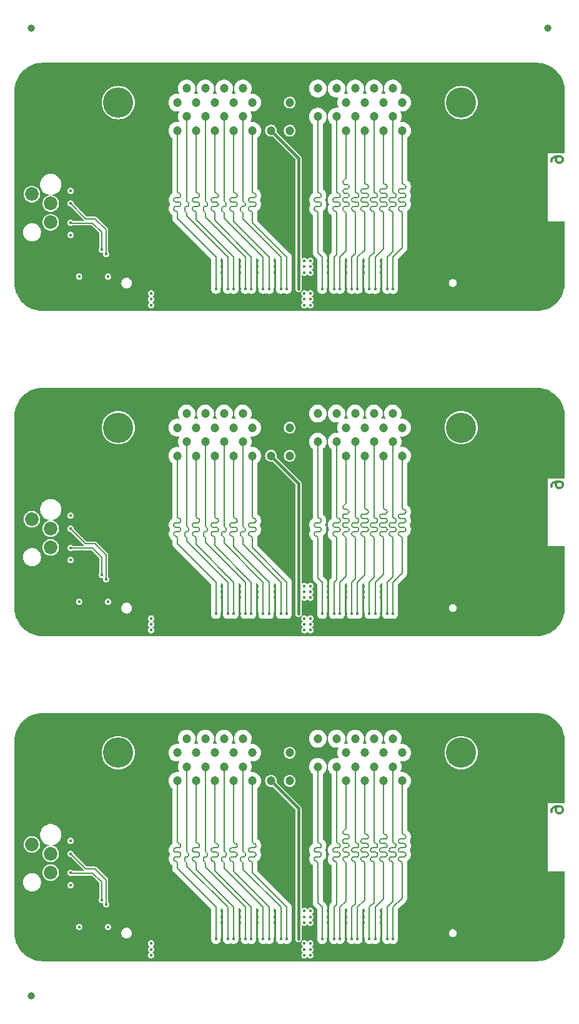
<source format=gbl>
G04 #@! TF.GenerationSoftware,KiCad,Pcbnew,8.0.6*
G04 #@! TF.CreationDate,2024-11-07T02:27:27-08:00*
G04 #@! TF.ProjectId,mse-50-hd-panel,6d73652d-3530-42d6-9864-2d70616e656c,1*
G04 #@! TF.SameCoordinates,Original*
G04 #@! TF.FileFunction,Copper,L6,Bot*
G04 #@! TF.FilePolarity,Positive*
%FSLAX46Y46*%
G04 Gerber Fmt 4.6, Leading zero omitted, Abs format (unit mm)*
G04 Created by KiCad (PCBNEW 8.0.6) date 2024-11-07 02:27:27*
%MOMM*%
%LPD*%
G01*
G04 APERTURE LIST*
%ADD10C,0.300000*%
G04 #@! TA.AperFunction,NonConductor*
%ADD11C,0.300000*%
G04 #@! TD*
G04 #@! TA.AperFunction,ComponentPad*
%ADD12C,1.200000*%
G04 #@! TD*
G04 #@! TA.AperFunction,ComponentPad*
%ADD13C,4.100000*%
G04 #@! TD*
G04 #@! TA.AperFunction,ComponentPad*
%ADD14C,6.400000*%
G04 #@! TD*
G04 #@! TA.AperFunction,ComponentPad*
%ADD15C,1.850000*%
G04 #@! TD*
G04 #@! TA.AperFunction,SMDPad,CuDef*
%ADD16C,1.000000*%
G04 #@! TD*
G04 #@! TA.AperFunction,ViaPad*
%ADD17C,0.450000*%
G04 #@! TD*
G04 #@! TA.AperFunction,Conductor*
%ADD18C,0.151400*%
G04 #@! TD*
G04 #@! TA.AperFunction,Conductor*
%ADD19C,0.400000*%
G04 #@! TD*
G04 #@! TA.AperFunction,Conductor*
%ADD20C,0.200000*%
G04 #@! TD*
G04 APERTURE END LIST*
D10*
D11*
X-1999172Y27416285D02*
X-1999172Y27702000D01*
X-1999172Y27702000D02*
X-1927743Y27844857D01*
X-1927743Y27844857D02*
X-1856315Y27916285D01*
X-1856315Y27916285D02*
X-1642029Y28059143D01*
X-1642029Y28059143D02*
X-1356315Y28130571D01*
X-1356315Y28130571D02*
X-784886Y28130571D01*
X-784886Y28130571D02*
X-642029Y28059143D01*
X-642029Y28059143D02*
X-570600Y27987714D01*
X-570600Y27987714D02*
X-499172Y27844857D01*
X-499172Y27844857D02*
X-499172Y27559143D01*
X-499172Y27559143D02*
X-570600Y27416285D01*
X-570600Y27416285D02*
X-642029Y27344857D01*
X-642029Y27344857D02*
X-784886Y27273428D01*
X-784886Y27273428D02*
X-1142029Y27273428D01*
X-1142029Y27273428D02*
X-1284886Y27344857D01*
X-1284886Y27344857D02*
X-1356315Y27416285D01*
X-1356315Y27416285D02*
X-1427743Y27559143D01*
X-1427743Y27559143D02*
X-1427743Y27844857D01*
X-1427743Y27844857D02*
X-1356315Y27987714D01*
X-1356315Y27987714D02*
X-1284886Y28059143D01*
X-1284886Y28059143D02*
X-1142029Y28130571D01*
D10*
D11*
X-1999172Y115416285D02*
X-1999172Y115702000D01*
X-1999172Y115702000D02*
X-1927743Y115844857D01*
X-1927743Y115844857D02*
X-1856315Y115916285D01*
X-1856315Y115916285D02*
X-1642029Y116059143D01*
X-1642029Y116059143D02*
X-1356315Y116130571D01*
X-1356315Y116130571D02*
X-784886Y116130571D01*
X-784886Y116130571D02*
X-642029Y116059143D01*
X-642029Y116059143D02*
X-570600Y115987714D01*
X-570600Y115987714D02*
X-499172Y115844857D01*
X-499172Y115844857D02*
X-499172Y115559143D01*
X-499172Y115559143D02*
X-570600Y115416285D01*
X-570600Y115416285D02*
X-642029Y115344857D01*
X-642029Y115344857D02*
X-784886Y115273428D01*
X-784886Y115273428D02*
X-1142029Y115273428D01*
X-1142029Y115273428D02*
X-1284886Y115344857D01*
X-1284886Y115344857D02*
X-1356315Y115416285D01*
X-1356315Y115416285D02*
X-1427743Y115559143D01*
X-1427743Y115559143D02*
X-1427743Y115844857D01*
X-1427743Y115844857D02*
X-1356315Y115987714D01*
X-1356315Y115987714D02*
X-1284886Y116059143D01*
X-1284886Y116059143D02*
X-1142029Y116130571D01*
D10*
D11*
X-1999172Y71416285D02*
X-1999172Y71702000D01*
X-1999172Y71702000D02*
X-1927743Y71844857D01*
X-1927743Y71844857D02*
X-1856315Y71916285D01*
X-1856315Y71916285D02*
X-1642029Y72059143D01*
X-1642029Y72059143D02*
X-1356315Y72130571D01*
X-1356315Y72130571D02*
X-784886Y72130571D01*
X-784886Y72130571D02*
X-642029Y72059143D01*
X-642029Y72059143D02*
X-570600Y71987714D01*
X-570600Y71987714D02*
X-499172Y71844857D01*
X-499172Y71844857D02*
X-499172Y71559143D01*
X-499172Y71559143D02*
X-570600Y71416285D01*
X-570600Y71416285D02*
X-642029Y71344857D01*
X-642029Y71344857D02*
X-784886Y71273428D01*
X-784886Y71273428D02*
X-1142029Y71273428D01*
X-1142029Y71273428D02*
X-1284886Y71344857D01*
X-1284886Y71344857D02*
X-1356315Y71416285D01*
X-1356315Y71416285D02*
X-1427743Y71559143D01*
X-1427743Y71559143D02*
X-1427743Y71844857D01*
X-1427743Y71844857D02*
X-1356315Y71987714D01*
X-1356315Y71987714D02*
X-1284886Y72059143D01*
X-1284886Y72059143D02*
X-1142029Y72130571D01*
D12*
G04 #@! TO.P,J5,1,Pin_1*
G04 #@! TO.N,Board_0-/CON.DB0+*
X-52740001Y119608000D03*
G04 #@! TO.P,J5,2,Pin_2*
G04 #@! TO.N,Board_0-/CON.DB1+*
X-51470000Y121513001D03*
G04 #@! TO.P,J5,3,Pin_3*
G04 #@! TO.N,Board_0-/CON.DB2+*
X-50200000Y119608000D03*
G04 #@! TO.P,J5,4,Pin_4*
G04 #@! TO.N,Board_0-/CON.DB3+*
X-48930001Y121513001D03*
G04 #@! TO.P,J5,5,Pin_5*
G04 #@! TO.N,Board_0-/CON.DB4+*
X-47659999Y119608000D03*
G04 #@! TO.P,J5,6,Pin_6*
G04 #@! TO.N,Board_0-/CON.DB5+*
X-46390000Y121512998D03*
G04 #@! TO.P,J5,7,Pin_7*
G04 #@! TO.N,Board_0-/CON.DB6+*
X-45119999Y119608000D03*
G04 #@! TO.P,J5,8,Pin_8*
G04 #@! TO.N,Board_0-/CON.DB7+*
X-43850001Y121513001D03*
G04 #@! TO.P,J5,9,Pin_9*
G04 #@! TO.N,Board_0-/CON.DP0+*
X-42579998Y119608000D03*
G04 #@! TO.P,J5,10,Pin_10*
G04 #@! TO.N,Board_0-GND*
X-41310001Y121513001D03*
G04 #@! TO.P,J5,11,Pin_11*
G04 #@! TO.N,Board_0-/CON.DIFFSENSE*
X-40039997Y119608000D03*
G04 #@! TO.P,J5,12,Pin_12*
G04 #@! TO.N,Board_0-GND*
X-38770000Y121513001D03*
G04 #@! TO.P,J5,13,Pin_13*
G04 #@! TO.N,Board_0-unconnected-(J5-Pin_13-Pad13)*
X-37500000Y119608000D03*
G04 #@! TO.P,J5,14,Pin_14*
G04 #@! TO.N,Board_0-GND*
X-36229999Y121512998D03*
G04 #@! TO.P,J5,15,Pin_15*
X-34959999Y119608000D03*
G04 #@! TO.P,J5,16,Pin_16*
G04 #@! TO.N,Board_0-/CON.ATN+*
X-33690000Y121512998D03*
G04 #@! TO.P,J5,17,Pin_17*
G04 #@! TO.N,Board_0-GND*
X-32419998Y119608000D03*
G04 #@! TO.P,J5,18,Pin_18*
G04 #@! TO.N,Board_0-/CON.BSY+*
X-31149999Y121513001D03*
G04 #@! TO.P,J5,19,Pin_19*
G04 #@! TO.N,Board_0-/CON.ACK+*
X-29880001Y119608000D03*
G04 #@! TO.P,J5,20,Pin_20*
G04 #@! TO.N,Board_0-/CON.RST+*
X-28610000Y121513001D03*
G04 #@! TO.P,J5,21,Pin_21*
G04 #@! TO.N,Board_0-/CON.MSG+*
X-27340000Y119608000D03*
G04 #@! TO.P,J5,22,Pin_22*
G04 #@! TO.N,Board_0-/CON.SEL+*
X-26070000Y121513001D03*
G04 #@! TO.P,J5,23,Pin_23*
G04 #@! TO.N,Board_0-/CON.C{slash}D+*
X-24799999Y119608000D03*
G04 #@! TO.P,J5,24,Pin_24*
G04 #@! TO.N,Board_0-/CON.REQ+*
X-23530000Y121512998D03*
G04 #@! TO.P,J5,25,Pin_25*
G04 #@! TO.N,Board_0-/CON.I{slash}O+*
X-22259999Y119608000D03*
G04 #@! TO.P,J5,26,Pin_26*
G04 #@! TO.N,Board_0-/CON.DB0-*
X-52740002Y123418000D03*
G04 #@! TO.P,J5,27,Pin_27*
G04 #@! TO.N,Board_0-/CON.DB1-*
X-51470000Y125322999D03*
G04 #@! TO.P,J5,28,Pin_28*
G04 #@! TO.N,Board_0-/CON.DB2-*
X-50200002Y123417999D03*
G04 #@! TO.P,J5,29,Pin_29*
G04 #@! TO.N,Board_0-/CON.DB3-*
X-48929998Y125322999D03*
G04 #@! TO.P,J5,30,Pin_30*
G04 #@! TO.N,Board_0-/CON.DB4-*
X-47660000Y123417999D03*
G04 #@! TO.P,J5,31,Pin_31*
G04 #@! TO.N,Board_0-/CON.DB5-*
X-46389999Y125322999D03*
G04 #@! TO.P,J5,32,Pin_32*
G04 #@! TO.N,Board_0-/CON.DB6-*
X-45120000Y123417999D03*
G04 #@! TO.P,J5,33,Pin_33*
G04 #@! TO.N,Board_0-/CON.DB7-*
X-43849998Y125322999D03*
G04 #@! TO.P,J5,34,Pin_34*
G04 #@! TO.N,Board_0-/CON.DP0-*
X-42580001Y123417999D03*
G04 #@! TO.P,J5,35,Pin_35*
G04 #@! TO.N,Board_0-GND*
X-41309999Y125322999D03*
G04 #@! TO.P,J5,36,Pin_36*
X-40040000Y123418000D03*
G04 #@! TO.P,J5,37,Pin_37*
X-38770000Y125322999D03*
G04 #@! TO.P,J5,38,Pin_38*
G04 #@! TO.N,Board_0-/CON.TERMPWR*
X-37500000Y123417999D03*
G04 #@! TO.P,J5,39,Pin_39*
G04 #@! TO.N,Board_0-GND*
X-36229999Y125322999D03*
G04 #@! TO.P,J5,40,Pin_40*
X-34960002Y123417999D03*
G04 #@! TO.P,J5,41,Pin_41*
G04 #@! TO.N,Board_0-/CON.ATN-*
X-33689997Y125322999D03*
G04 #@! TO.P,J5,42,Pin_42*
G04 #@! TO.N,Board_0-GND*
X-32420000Y123417999D03*
G04 #@! TO.P,J5,43,Pin_43*
G04 #@! TO.N,Board_0-/CON.BSY-*
X-31149999Y125322999D03*
G04 #@! TO.P,J5,44,Pin_44*
G04 #@! TO.N,Board_0-/CON.ACK-*
X-29880002Y123418000D03*
G04 #@! TO.P,J5,45,Pin_45*
G04 #@! TO.N,Board_0-/CON.RST-*
X-28610000Y125322998D03*
G04 #@! TO.P,J5,46,Pin_46*
G04 #@! TO.N,Board_0-/CON.MSG-*
X-27340002Y123417999D03*
G04 #@! TO.P,J5,47,Pin_47*
G04 #@! TO.N,Board_0-/CON.SEL-*
X-26069998Y125322999D03*
G04 #@! TO.P,J5,48,Pin_48*
G04 #@! TO.N,Board_0-/CON.C{slash}D-*
X-24800000Y123417999D03*
G04 #@! TO.P,J5,49,Pin_49*
G04 #@! TO.N,Board_0-/CON.REQ-*
X-23529999Y125322999D03*
G04 #@! TO.P,J5,50,Pin_50*
G04 #@! TO.N,Board_0-/CON.I{slash}O-*
X-22260000Y123417999D03*
D13*
G04 #@! TO.P,J5,SHIELD,SHIELD*
G04 #@! TO.N,Board_0-/SHIELD*
X-14258999Y123417999D03*
X-60741000Y123417999D03*
G04 #@! TD*
D12*
G04 #@! TO.P,J5,1,Pin_1*
G04 #@! TO.N,Board_2-/CON.DB0+*
X-52740001Y31608000D03*
G04 #@! TO.P,J5,2,Pin_2*
G04 #@! TO.N,Board_2-/CON.DB1+*
X-51470000Y33513001D03*
G04 #@! TO.P,J5,3,Pin_3*
G04 #@! TO.N,Board_2-/CON.DB2+*
X-50200000Y31608000D03*
G04 #@! TO.P,J5,4,Pin_4*
G04 #@! TO.N,Board_2-/CON.DB3+*
X-48930001Y33513001D03*
G04 #@! TO.P,J5,5,Pin_5*
G04 #@! TO.N,Board_2-/CON.DB4+*
X-47659999Y31608000D03*
G04 #@! TO.P,J5,6,Pin_6*
G04 #@! TO.N,Board_2-/CON.DB5+*
X-46390000Y33512998D03*
G04 #@! TO.P,J5,7,Pin_7*
G04 #@! TO.N,Board_2-/CON.DB6+*
X-45119999Y31608000D03*
G04 #@! TO.P,J5,8,Pin_8*
G04 #@! TO.N,Board_2-/CON.DB7+*
X-43850001Y33513001D03*
G04 #@! TO.P,J5,9,Pin_9*
G04 #@! TO.N,Board_2-/CON.DP0+*
X-42579998Y31608000D03*
G04 #@! TO.P,J5,10,Pin_10*
G04 #@! TO.N,Board_2-GND*
X-41310001Y33513001D03*
G04 #@! TO.P,J5,11,Pin_11*
G04 #@! TO.N,Board_2-/CON.DIFFSENSE*
X-40039997Y31608000D03*
G04 #@! TO.P,J5,12,Pin_12*
G04 #@! TO.N,Board_2-GND*
X-38770000Y33513001D03*
G04 #@! TO.P,J5,13,Pin_13*
G04 #@! TO.N,Board_2-unconnected-(J5-Pin_13-Pad13)*
X-37500000Y31608000D03*
G04 #@! TO.P,J5,14,Pin_14*
G04 #@! TO.N,Board_2-GND*
X-36229999Y33512998D03*
G04 #@! TO.P,J5,15,Pin_15*
X-34959999Y31608000D03*
G04 #@! TO.P,J5,16,Pin_16*
G04 #@! TO.N,Board_2-/CON.ATN+*
X-33690000Y33512998D03*
G04 #@! TO.P,J5,17,Pin_17*
G04 #@! TO.N,Board_2-GND*
X-32419998Y31608000D03*
G04 #@! TO.P,J5,18,Pin_18*
G04 #@! TO.N,Board_2-/CON.BSY+*
X-31149999Y33513001D03*
G04 #@! TO.P,J5,19,Pin_19*
G04 #@! TO.N,Board_2-/CON.ACK+*
X-29880001Y31608000D03*
G04 #@! TO.P,J5,20,Pin_20*
G04 #@! TO.N,Board_2-/CON.RST+*
X-28610000Y33513001D03*
G04 #@! TO.P,J5,21,Pin_21*
G04 #@! TO.N,Board_2-/CON.MSG+*
X-27340000Y31608000D03*
G04 #@! TO.P,J5,22,Pin_22*
G04 #@! TO.N,Board_2-/CON.SEL+*
X-26070000Y33513001D03*
G04 #@! TO.P,J5,23,Pin_23*
G04 #@! TO.N,Board_2-/CON.C{slash}D+*
X-24799999Y31608000D03*
G04 #@! TO.P,J5,24,Pin_24*
G04 #@! TO.N,Board_2-/CON.REQ+*
X-23530000Y33512998D03*
G04 #@! TO.P,J5,25,Pin_25*
G04 #@! TO.N,Board_2-/CON.I{slash}O+*
X-22259999Y31608000D03*
G04 #@! TO.P,J5,26,Pin_26*
G04 #@! TO.N,Board_2-/CON.DB0-*
X-52740002Y35418000D03*
G04 #@! TO.P,J5,27,Pin_27*
G04 #@! TO.N,Board_2-/CON.DB1-*
X-51470000Y37322999D03*
G04 #@! TO.P,J5,28,Pin_28*
G04 #@! TO.N,Board_2-/CON.DB2-*
X-50200002Y35417999D03*
G04 #@! TO.P,J5,29,Pin_29*
G04 #@! TO.N,Board_2-/CON.DB3-*
X-48929998Y37322999D03*
G04 #@! TO.P,J5,30,Pin_30*
G04 #@! TO.N,Board_2-/CON.DB4-*
X-47660000Y35417999D03*
G04 #@! TO.P,J5,31,Pin_31*
G04 #@! TO.N,Board_2-/CON.DB5-*
X-46389999Y37322999D03*
G04 #@! TO.P,J5,32,Pin_32*
G04 #@! TO.N,Board_2-/CON.DB6-*
X-45120000Y35417999D03*
G04 #@! TO.P,J5,33,Pin_33*
G04 #@! TO.N,Board_2-/CON.DB7-*
X-43849998Y37322999D03*
G04 #@! TO.P,J5,34,Pin_34*
G04 #@! TO.N,Board_2-/CON.DP0-*
X-42580001Y35417999D03*
G04 #@! TO.P,J5,35,Pin_35*
G04 #@! TO.N,Board_2-GND*
X-41309999Y37322999D03*
G04 #@! TO.P,J5,36,Pin_36*
X-40040000Y35418000D03*
G04 #@! TO.P,J5,37,Pin_37*
X-38770000Y37322999D03*
G04 #@! TO.P,J5,38,Pin_38*
G04 #@! TO.N,Board_2-/CON.TERMPWR*
X-37500000Y35417999D03*
G04 #@! TO.P,J5,39,Pin_39*
G04 #@! TO.N,Board_2-GND*
X-36229999Y37322999D03*
G04 #@! TO.P,J5,40,Pin_40*
X-34960002Y35417999D03*
G04 #@! TO.P,J5,41,Pin_41*
G04 #@! TO.N,Board_2-/CON.ATN-*
X-33689997Y37322999D03*
G04 #@! TO.P,J5,42,Pin_42*
G04 #@! TO.N,Board_2-GND*
X-32420000Y35417999D03*
G04 #@! TO.P,J5,43,Pin_43*
G04 #@! TO.N,Board_2-/CON.BSY-*
X-31149999Y37322999D03*
G04 #@! TO.P,J5,44,Pin_44*
G04 #@! TO.N,Board_2-/CON.ACK-*
X-29880002Y35418000D03*
G04 #@! TO.P,J5,45,Pin_45*
G04 #@! TO.N,Board_2-/CON.RST-*
X-28610000Y37322998D03*
G04 #@! TO.P,J5,46,Pin_46*
G04 #@! TO.N,Board_2-/CON.MSG-*
X-27340002Y35417999D03*
G04 #@! TO.P,J5,47,Pin_47*
G04 #@! TO.N,Board_2-/CON.SEL-*
X-26069998Y37322999D03*
G04 #@! TO.P,J5,48,Pin_48*
G04 #@! TO.N,Board_2-/CON.C{slash}D-*
X-24800000Y35417999D03*
G04 #@! TO.P,J5,49,Pin_49*
G04 #@! TO.N,Board_2-/CON.REQ-*
X-23529999Y37322999D03*
G04 #@! TO.P,J5,50,Pin_50*
G04 #@! TO.N,Board_2-/CON.I{slash}O-*
X-22260000Y35417999D03*
D13*
G04 #@! TO.P,J5,SHIELD,SHIELD*
G04 #@! TO.N,Board_2-/SHIELD*
X-14258999Y35417999D03*
X-60741000Y35417999D03*
G04 #@! TD*
D14*
G04 #@! TO.P,H3,1,1*
G04 #@! TO.N,Board_0-GND*
X-71000000Y99002000D03*
G04 #@! TD*
G04 #@! TO.P,H3,1,1*
G04 #@! TO.N,Board_1-GND*
X-71000000Y55002000D03*
G04 #@! TD*
D12*
G04 #@! TO.P,J5,1,Pin_1*
G04 #@! TO.N,Board_1-/CON.DB0+*
X-52740001Y75608000D03*
G04 #@! TO.P,J5,2,Pin_2*
G04 #@! TO.N,Board_1-/CON.DB1+*
X-51470000Y77513001D03*
G04 #@! TO.P,J5,3,Pin_3*
G04 #@! TO.N,Board_1-/CON.DB2+*
X-50200000Y75608000D03*
G04 #@! TO.P,J5,4,Pin_4*
G04 #@! TO.N,Board_1-/CON.DB3+*
X-48930001Y77513001D03*
G04 #@! TO.P,J5,5,Pin_5*
G04 #@! TO.N,Board_1-/CON.DB4+*
X-47659999Y75608000D03*
G04 #@! TO.P,J5,6,Pin_6*
G04 #@! TO.N,Board_1-/CON.DB5+*
X-46390000Y77512998D03*
G04 #@! TO.P,J5,7,Pin_7*
G04 #@! TO.N,Board_1-/CON.DB6+*
X-45119999Y75608000D03*
G04 #@! TO.P,J5,8,Pin_8*
G04 #@! TO.N,Board_1-/CON.DB7+*
X-43850001Y77513001D03*
G04 #@! TO.P,J5,9,Pin_9*
G04 #@! TO.N,Board_1-/CON.DP0+*
X-42579998Y75608000D03*
G04 #@! TO.P,J5,10,Pin_10*
G04 #@! TO.N,Board_1-GND*
X-41310001Y77513001D03*
G04 #@! TO.P,J5,11,Pin_11*
G04 #@! TO.N,Board_1-/CON.DIFFSENSE*
X-40039997Y75608000D03*
G04 #@! TO.P,J5,12,Pin_12*
G04 #@! TO.N,Board_1-GND*
X-38770000Y77513001D03*
G04 #@! TO.P,J5,13,Pin_13*
G04 #@! TO.N,Board_1-unconnected-(J5-Pin_13-Pad13)*
X-37500000Y75608000D03*
G04 #@! TO.P,J5,14,Pin_14*
G04 #@! TO.N,Board_1-GND*
X-36229999Y77512998D03*
G04 #@! TO.P,J5,15,Pin_15*
X-34959999Y75608000D03*
G04 #@! TO.P,J5,16,Pin_16*
G04 #@! TO.N,Board_1-/CON.ATN+*
X-33690000Y77512998D03*
G04 #@! TO.P,J5,17,Pin_17*
G04 #@! TO.N,Board_1-GND*
X-32419998Y75608000D03*
G04 #@! TO.P,J5,18,Pin_18*
G04 #@! TO.N,Board_1-/CON.BSY+*
X-31149999Y77513001D03*
G04 #@! TO.P,J5,19,Pin_19*
G04 #@! TO.N,Board_1-/CON.ACK+*
X-29880001Y75608000D03*
G04 #@! TO.P,J5,20,Pin_20*
G04 #@! TO.N,Board_1-/CON.RST+*
X-28610000Y77513001D03*
G04 #@! TO.P,J5,21,Pin_21*
G04 #@! TO.N,Board_1-/CON.MSG+*
X-27340000Y75608000D03*
G04 #@! TO.P,J5,22,Pin_22*
G04 #@! TO.N,Board_1-/CON.SEL+*
X-26070000Y77513001D03*
G04 #@! TO.P,J5,23,Pin_23*
G04 #@! TO.N,Board_1-/CON.C{slash}D+*
X-24799999Y75608000D03*
G04 #@! TO.P,J5,24,Pin_24*
G04 #@! TO.N,Board_1-/CON.REQ+*
X-23530000Y77512998D03*
G04 #@! TO.P,J5,25,Pin_25*
G04 #@! TO.N,Board_1-/CON.I{slash}O+*
X-22259999Y75608000D03*
G04 #@! TO.P,J5,26,Pin_26*
G04 #@! TO.N,Board_1-/CON.DB0-*
X-52740002Y79418000D03*
G04 #@! TO.P,J5,27,Pin_27*
G04 #@! TO.N,Board_1-/CON.DB1-*
X-51470000Y81322999D03*
G04 #@! TO.P,J5,28,Pin_28*
G04 #@! TO.N,Board_1-/CON.DB2-*
X-50200002Y79417999D03*
G04 #@! TO.P,J5,29,Pin_29*
G04 #@! TO.N,Board_1-/CON.DB3-*
X-48929998Y81322999D03*
G04 #@! TO.P,J5,30,Pin_30*
G04 #@! TO.N,Board_1-/CON.DB4-*
X-47660000Y79417999D03*
G04 #@! TO.P,J5,31,Pin_31*
G04 #@! TO.N,Board_1-/CON.DB5-*
X-46389999Y81322999D03*
G04 #@! TO.P,J5,32,Pin_32*
G04 #@! TO.N,Board_1-/CON.DB6-*
X-45120000Y79417999D03*
G04 #@! TO.P,J5,33,Pin_33*
G04 #@! TO.N,Board_1-/CON.DB7-*
X-43849998Y81322999D03*
G04 #@! TO.P,J5,34,Pin_34*
G04 #@! TO.N,Board_1-/CON.DP0-*
X-42580001Y79417999D03*
G04 #@! TO.P,J5,35,Pin_35*
G04 #@! TO.N,Board_1-GND*
X-41309999Y81322999D03*
G04 #@! TO.P,J5,36,Pin_36*
X-40040000Y79418000D03*
G04 #@! TO.P,J5,37,Pin_37*
X-38770000Y81322999D03*
G04 #@! TO.P,J5,38,Pin_38*
G04 #@! TO.N,Board_1-/CON.TERMPWR*
X-37500000Y79417999D03*
G04 #@! TO.P,J5,39,Pin_39*
G04 #@! TO.N,Board_1-GND*
X-36229999Y81322999D03*
G04 #@! TO.P,J5,40,Pin_40*
X-34960002Y79417999D03*
G04 #@! TO.P,J5,41,Pin_41*
G04 #@! TO.N,Board_1-/CON.ATN-*
X-33689997Y81322999D03*
G04 #@! TO.P,J5,42,Pin_42*
G04 #@! TO.N,Board_1-GND*
X-32420000Y79417999D03*
G04 #@! TO.P,J5,43,Pin_43*
G04 #@! TO.N,Board_1-/CON.BSY-*
X-31149999Y81322999D03*
G04 #@! TO.P,J5,44,Pin_44*
G04 #@! TO.N,Board_1-/CON.ACK-*
X-29880002Y79418000D03*
G04 #@! TO.P,J5,45,Pin_45*
G04 #@! TO.N,Board_1-/CON.RST-*
X-28610000Y81322998D03*
G04 #@! TO.P,J5,46,Pin_46*
G04 #@! TO.N,Board_1-/CON.MSG-*
X-27340002Y79417999D03*
G04 #@! TO.P,J5,47,Pin_47*
G04 #@! TO.N,Board_1-/CON.SEL-*
X-26069998Y81322999D03*
G04 #@! TO.P,J5,48,Pin_48*
G04 #@! TO.N,Board_1-/CON.C{slash}D-*
X-24800000Y79417999D03*
G04 #@! TO.P,J5,49,Pin_49*
G04 #@! TO.N,Board_1-/CON.REQ-*
X-23529999Y81322999D03*
G04 #@! TO.P,J5,50,Pin_50*
G04 #@! TO.N,Board_1-/CON.I{slash}O-*
X-22260000Y79417999D03*
D13*
G04 #@! TO.P,J5,SHIELD,SHIELD*
G04 #@! TO.N,Board_1-/SHIELD*
X-14258999Y79417999D03*
X-60741000Y79417999D03*
G04 #@! TD*
D14*
G04 #@! TO.P,H3,1,1*
G04 #@! TO.N,Board_2-GND*
X-71000000Y11002000D03*
G04 #@! TD*
D15*
G04 #@! TO.P,J3,1,Pin_1*
G04 #@! TO.N,Board_1-+3V3*
X-72440000Y67012000D03*
G04 #@! TO.P,J3,2,Pin_2*
G04 #@! TO.N,Board_1-/PHY.ID_SDA*
X-69900000Y65742000D03*
G04 #@! TO.P,J3,3,Pin_3*
G04 #@! TO.N,Board_1-GND*
X-72440000Y64472000D03*
G04 #@! TO.P,J3,4,Pin_4*
G04 #@! TO.N,Board_1-/PHY.ID_SCL*
X-69900000Y63202000D03*
G04 #@! TD*
D14*
G04 #@! TO.P,H4,1,1*
G04 #@! TO.N,Board_1-GND*
X-4000000Y55002000D03*
G04 #@! TD*
D15*
G04 #@! TO.P,J3,1,Pin_1*
G04 #@! TO.N,Board_0-+3V3*
X-72440000Y111012000D03*
G04 #@! TO.P,J3,2,Pin_2*
G04 #@! TO.N,Board_0-/PHY.ID_SDA*
X-69900000Y109742000D03*
G04 #@! TO.P,J3,3,Pin_3*
G04 #@! TO.N,Board_0-GND*
X-72440000Y108472000D03*
G04 #@! TO.P,J3,4,Pin_4*
G04 #@! TO.N,Board_0-/PHY.ID_SCL*
X-69900000Y107202000D03*
G04 #@! TD*
D14*
G04 #@! TO.P,H4,1,1*
G04 #@! TO.N,Board_2-GND*
X-4000000Y11002000D03*
G04 #@! TD*
G04 #@! TO.P,H4,1,1*
G04 #@! TO.N,Board_0-GND*
X-4000000Y99002000D03*
G04 #@! TD*
D15*
G04 #@! TO.P,J3,1,Pin_1*
G04 #@! TO.N,Board_2-+3V3*
X-72440000Y23012000D03*
G04 #@! TO.P,J3,2,Pin_2*
G04 #@! TO.N,Board_2-/PHY.ID_SDA*
X-69900000Y21742000D03*
G04 #@! TO.P,J3,3,Pin_3*
G04 #@! TO.N,Board_2-GND*
X-72440000Y20472000D03*
G04 #@! TO.P,J3,4,Pin_4*
G04 #@! TO.N,Board_2-/PHY.ID_SCL*
X-69900000Y19202000D03*
G04 #@! TD*
D16*
G04 #@! TO.P,KiKit_FID_B_2,*
G04 #@! TO.N,*
X-2500000Y133503500D03*
G04 #@! TD*
G04 #@! TO.P,KiKit_FID_B_1,*
G04 #@! TO.N,*
X-72500000Y133503500D03*
G04 #@! TD*
G04 #@! TO.P,KiKit_FID_B_3,*
G04 #@! TO.N,*
X-72500000Y2500000D03*
G04 #@! TD*
D17*
G04 #@! TO.N,Board_0-+3V3*
X-62150000Y99852000D03*
X-67200000Y111502000D03*
X-67200000Y105502000D03*
X-56300000Y97602000D03*
X-56300000Y96002000D03*
X-66050000Y99852000D03*
X-56300000Y96802000D03*
G04 #@! TO.N,Board_0-/CON.ACK+*
X-30700000Y98202000D03*
G04 #@! TO.N,Board_0-/CON.ATN+*
X-33100000Y98202000D03*
G04 #@! TO.N,Board_0-/CON.BSY+*
X-31500000Y98202000D03*
G04 #@! TO.N,Board_0-/CON.C{slash}D+*
X-25900000Y98202000D03*
G04 #@! TO.N,Board_0-/CON.DB0+*
X-47500000Y98202000D03*
G04 #@! TO.N,Board_0-/CON.DB1+*
X-45900000Y98202000D03*
G04 #@! TO.N,Board_0-/CON.DB2+*
X-45100000Y98202000D03*
G04 #@! TO.N,Board_0-/CON.DB3+*
X-43500000Y98202000D03*
G04 #@! TO.N,Board_0-/CON.DB4+*
X-42700000Y98202000D03*
G04 #@! TO.N,Board_0-/CON.DB5+*
X-41100000Y98202000D03*
G04 #@! TO.N,Board_0-/CON.DB6+*
X-40300000Y98202000D03*
G04 #@! TO.N,Board_0-/CON.DB7+*
X-38700000Y98202000D03*
G04 #@! TO.N,Board_0-/CON.DIFFSENSE*
X-36300000Y98202000D03*
G04 #@! TO.N,Board_0-/CON.DP0+*
X-37900000Y98202000D03*
G04 #@! TO.N,Board_0-/CON.I{slash}O+*
X-23500000Y98202000D03*
G04 #@! TO.N,Board_0-/CON.MSG+*
X-28300000Y98202000D03*
G04 #@! TO.N,Board_0-/CON.REQ+*
X-24300000Y98202000D03*
G04 #@! TO.N,Board_0-/CON.RST+*
X-29100000Y98202000D03*
G04 #@! TO.N,Board_0-/CON.SEL+*
X-26700000Y98202000D03*
G04 #@! TO.N,Board_0-/CON.TERMPWR*
X-34700000Y100402000D03*
X-34700000Y96802000D03*
X-35500000Y102002000D03*
X-35500000Y96802000D03*
X-34700000Y101202000D03*
X-35500000Y96002000D03*
X-35500000Y100402000D03*
X-34700000Y102002000D03*
X-35500000Y97602000D03*
X-34700000Y97602000D03*
X-34700000Y96002000D03*
X-35500000Y101202000D03*
G04 #@! TO.N,Board_0-/PHY.ID_SCL*
X-67200000Y107152000D03*
X-63000000Y103502000D03*
G04 #@! TO.N,Board_0-/PHY.ID_SDA*
X-67200000Y109752000D03*
X-62400000Y102902000D03*
G04 #@! TO.N,Board_0-GND*
X-44300000Y101202000D03*
X-27500000Y97602000D03*
X-64100000Y99502000D03*
X-51500000Y96802000D03*
X-49100000Y96002000D03*
X-33900000Y102002000D03*
X-37100000Y101202000D03*
X-25100000Y97602000D03*
X-27500000Y96802000D03*
X-46700000Y97602000D03*
X-44300000Y100402000D03*
X-39500000Y96802000D03*
X-29900000Y97602000D03*
X-20300000Y101202000D03*
X-29900000Y96002000D03*
X-46700000Y100402000D03*
X-41900000Y100402000D03*
X-46700000Y96802000D03*
X-27500000Y96002000D03*
X-27500000Y102002000D03*
X-17900000Y98202000D03*
X-32300000Y96002000D03*
X-41900000Y97602000D03*
X-51500000Y98202000D03*
X-37100000Y102002000D03*
X-46700000Y101202000D03*
X-49100000Y98202000D03*
X-32300000Y97602000D03*
X-25100000Y98202000D03*
X-41900000Y102002000D03*
X-17900000Y96802000D03*
X-33900000Y101202000D03*
X-22700000Y101202000D03*
X-25100000Y96802000D03*
X-49100000Y101202000D03*
X-20300000Y96802000D03*
X-51500000Y102002000D03*
X-29900000Y102002000D03*
X-53900000Y97602000D03*
X-33900000Y98202000D03*
X-25100000Y102002000D03*
X-54700000Y100402000D03*
X-25100000Y101202000D03*
X-25100000Y100402000D03*
X-20300000Y97602000D03*
X-39500000Y96002000D03*
X-33900000Y96802000D03*
X-17900000Y100402000D03*
X-20300000Y96002000D03*
X-32300000Y96802000D03*
X-29900000Y96802000D03*
X-53900000Y100402000D03*
X-51500000Y101202000D03*
X-49100000Y100402000D03*
X-54700000Y97602000D03*
X-54700000Y102002000D03*
X-29900000Y101202000D03*
X-44300000Y102002000D03*
X-51500000Y96002000D03*
X-39500000Y100402000D03*
X-44300000Y96802000D03*
X-66050000Y98152000D03*
X-41900000Y96802000D03*
X-20300000Y98202000D03*
X-64650000Y99002000D03*
X-53900000Y101202000D03*
X-17900000Y97602000D03*
X-41900000Y96002000D03*
X-37100000Y96002000D03*
X-49100000Y96802000D03*
X-29900000Y100402000D03*
X-32300000Y100402000D03*
X-22700000Y98202000D03*
X-27500000Y101202000D03*
X-41900000Y98202000D03*
X-49100000Y102002000D03*
X-39500000Y101202000D03*
X-53900000Y102002000D03*
X-37100000Y100402000D03*
X-25100000Y96002000D03*
X-22700000Y97602000D03*
X-46700000Y102002000D03*
X-44300000Y97602000D03*
X-41900000Y101202000D03*
X-53900000Y98202000D03*
X-32300000Y102002000D03*
X-33900000Y97602000D03*
X-17900000Y102002000D03*
X-20300000Y102002000D03*
X-63600000Y99002000D03*
X-57100000Y101202000D03*
X-22700000Y96802000D03*
X-33900000Y100402000D03*
X-64100000Y98502000D03*
X-44300000Y98202000D03*
X-44300000Y96002000D03*
X-46700000Y98202000D03*
X-54700000Y96802000D03*
X-37100000Y98202000D03*
X-54700000Y96002000D03*
X-51500000Y100402000D03*
X-33900000Y96002000D03*
X-57100000Y100402000D03*
X-37100000Y97602000D03*
X-39500000Y98202000D03*
X-27500000Y98202000D03*
X-49100000Y97602000D03*
X-17900000Y96002000D03*
X-54700000Y101202000D03*
X-46700000Y96002000D03*
X-17900000Y101202000D03*
X-37100000Y96802000D03*
X-51500000Y97602000D03*
X-22700000Y102002000D03*
X-22700000Y100402000D03*
X-39500000Y102002000D03*
X-53900000Y96002000D03*
X-29900000Y98202000D03*
X-57100000Y102002000D03*
X-53900000Y96802000D03*
X-32300000Y101202000D03*
X-22700000Y96002000D03*
X-20300000Y100402000D03*
X-27500000Y100402000D03*
X-39500000Y97602000D03*
X-32300000Y98202000D03*
G04 #@! TO.N,Board_1-+3V3*
X-66050000Y55852000D03*
X-56300000Y52002000D03*
X-62150000Y55852000D03*
X-67200000Y67502000D03*
X-56300000Y52802000D03*
X-56300000Y53602000D03*
X-67200000Y61502000D03*
G04 #@! TO.N,Board_1-/CON.ACK+*
X-30700000Y54202000D03*
G04 #@! TO.N,Board_1-/CON.ATN+*
X-33100000Y54202000D03*
G04 #@! TO.N,Board_1-/CON.BSY+*
X-31500000Y54202000D03*
G04 #@! TO.N,Board_1-/CON.C{slash}D+*
X-25900000Y54202000D03*
G04 #@! TO.N,Board_1-/CON.DB0+*
X-47500000Y54202000D03*
G04 #@! TO.N,Board_1-/CON.DB1+*
X-45900000Y54202000D03*
G04 #@! TO.N,Board_1-/CON.DB2+*
X-45100000Y54202000D03*
G04 #@! TO.N,Board_1-/CON.DB3+*
X-43500000Y54202000D03*
G04 #@! TO.N,Board_1-/CON.DB4+*
X-42700000Y54202000D03*
G04 #@! TO.N,Board_1-/CON.DB5+*
X-41100000Y54202000D03*
G04 #@! TO.N,Board_1-/CON.DB6+*
X-40300000Y54202000D03*
G04 #@! TO.N,Board_1-/CON.DB7+*
X-38700000Y54202000D03*
G04 #@! TO.N,Board_1-/CON.DIFFSENSE*
X-36300000Y54202000D03*
G04 #@! TO.N,Board_1-/CON.DP0+*
X-37900000Y54202000D03*
G04 #@! TO.N,Board_1-/CON.I{slash}O+*
X-23500000Y54202000D03*
G04 #@! TO.N,Board_1-/CON.MSG+*
X-28300000Y54202000D03*
G04 #@! TO.N,Board_1-/CON.REQ+*
X-24300000Y54202000D03*
G04 #@! TO.N,Board_1-/CON.RST+*
X-29100000Y54202000D03*
G04 #@! TO.N,Board_1-/CON.SEL+*
X-26700000Y54202000D03*
G04 #@! TO.N,Board_1-/CON.TERMPWR*
X-35500000Y53602000D03*
X-35500000Y56402000D03*
X-35500000Y57202000D03*
X-34700000Y58002000D03*
X-35500000Y52002000D03*
X-34700000Y52002000D03*
X-34700000Y53602000D03*
X-35500000Y58002000D03*
X-34700000Y56402000D03*
X-34700000Y57202000D03*
X-34700000Y52802000D03*
X-35500000Y52802000D03*
G04 #@! TO.N,Board_1-/PHY.ID_SCL*
X-67200000Y63152000D03*
X-63000000Y59502000D03*
G04 #@! TO.N,Board_1-/PHY.ID_SDA*
X-62400000Y58902000D03*
X-67200000Y65752000D03*
G04 #@! TO.N,Board_1-GND*
X-44300000Y58002000D03*
X-32300000Y52002000D03*
X-25100000Y53602000D03*
X-63600000Y55002000D03*
X-27500000Y57202000D03*
X-29900000Y58002000D03*
X-39500000Y57202000D03*
X-41900000Y53602000D03*
X-22700000Y52002000D03*
X-17900000Y53602000D03*
X-44300000Y53602000D03*
X-20300000Y53602000D03*
X-29900000Y57202000D03*
X-39500000Y58002000D03*
X-41900000Y58002000D03*
X-32300000Y53602000D03*
X-46700000Y53602000D03*
X-54700000Y58002000D03*
X-51500000Y57202000D03*
X-27500000Y54202000D03*
X-49100000Y56402000D03*
X-32300000Y54202000D03*
X-39500000Y56402000D03*
X-49100000Y53602000D03*
X-64650000Y55002000D03*
X-46700000Y56402000D03*
X-49100000Y52802000D03*
X-39500000Y52802000D03*
X-46700000Y57202000D03*
X-22700000Y56402000D03*
X-29900000Y56402000D03*
X-49100000Y57202000D03*
X-20300000Y52802000D03*
X-33900000Y57202000D03*
X-37100000Y53602000D03*
X-44300000Y56402000D03*
X-53900000Y54202000D03*
X-49100000Y58002000D03*
X-44300000Y57202000D03*
X-64100000Y54502000D03*
X-41900000Y54202000D03*
X-22700000Y52802000D03*
X-20300000Y58002000D03*
X-17900000Y57202000D03*
X-27500000Y52802000D03*
X-46700000Y52802000D03*
X-54700000Y56402000D03*
X-22700000Y57202000D03*
X-20300000Y56402000D03*
X-33900000Y54202000D03*
X-33900000Y52802000D03*
X-46700000Y58002000D03*
X-57100000Y58002000D03*
X-57100000Y56402000D03*
X-27500000Y58002000D03*
X-51500000Y58002000D03*
X-25100000Y57202000D03*
X-39500000Y52002000D03*
X-22700000Y53602000D03*
X-20300000Y52002000D03*
X-66050000Y54152000D03*
X-22700000Y54202000D03*
X-57100000Y57202000D03*
X-64100000Y55502000D03*
X-25100000Y54202000D03*
X-25100000Y56402000D03*
X-32300000Y56402000D03*
X-37100000Y56402000D03*
X-51500000Y53602000D03*
X-46700000Y54202000D03*
X-53900000Y57202000D03*
X-53900000Y58002000D03*
X-41900000Y52002000D03*
X-17900000Y54202000D03*
X-44300000Y52802000D03*
X-51500000Y56402000D03*
X-39500000Y54202000D03*
X-27500000Y52002000D03*
X-46700000Y52002000D03*
X-22700000Y58002000D03*
X-25100000Y52002000D03*
X-20300000Y54202000D03*
X-49100000Y54202000D03*
X-29900000Y52802000D03*
X-27500000Y53602000D03*
X-32300000Y52802000D03*
X-51500000Y54202000D03*
X-41900000Y56402000D03*
X-37100000Y52002000D03*
X-54700000Y52802000D03*
X-27500000Y56402000D03*
X-54700000Y53602000D03*
X-20300000Y57202000D03*
X-54700000Y57202000D03*
X-53900000Y52002000D03*
X-41900000Y52802000D03*
X-33900000Y52002000D03*
X-29900000Y53602000D03*
X-53900000Y56402000D03*
X-17900000Y58002000D03*
X-17900000Y52802000D03*
X-17900000Y52002000D03*
X-33900000Y53602000D03*
X-29900000Y54202000D03*
X-44300000Y52002000D03*
X-41900000Y57202000D03*
X-25100000Y52802000D03*
X-53900000Y53602000D03*
X-53900000Y52802000D03*
X-33900000Y58002000D03*
X-17900000Y56402000D03*
X-49100000Y52002000D03*
X-54700000Y52002000D03*
X-25100000Y58002000D03*
X-32300000Y58002000D03*
X-33900000Y56402000D03*
X-44300000Y54202000D03*
X-29900000Y52002000D03*
X-37100000Y58002000D03*
X-32300000Y57202000D03*
X-37100000Y52802000D03*
X-37100000Y57202000D03*
X-51500000Y52002000D03*
X-37100000Y54202000D03*
X-39500000Y53602000D03*
X-51500000Y52802000D03*
G04 #@! TO.N,Board_2-+3V3*
X-62150000Y11852000D03*
X-56300000Y8002000D03*
X-56300000Y8802000D03*
X-66050000Y11852000D03*
X-67200000Y17502000D03*
X-67200000Y23502000D03*
X-56300000Y9602000D03*
G04 #@! TO.N,Board_2-/CON.ACK+*
X-30700000Y10202000D03*
G04 #@! TO.N,Board_2-/CON.ATN+*
X-33100000Y10202000D03*
G04 #@! TO.N,Board_2-/CON.BSY+*
X-31500000Y10202000D03*
G04 #@! TO.N,Board_2-/CON.C{slash}D+*
X-25900000Y10202000D03*
G04 #@! TO.N,Board_2-/CON.DB0+*
X-47500000Y10202000D03*
G04 #@! TO.N,Board_2-/CON.DB1+*
X-45900000Y10202000D03*
G04 #@! TO.N,Board_2-/CON.DB2+*
X-45100000Y10202000D03*
G04 #@! TO.N,Board_2-/CON.DB3+*
X-43500000Y10202000D03*
G04 #@! TO.N,Board_2-/CON.DB4+*
X-42700000Y10202000D03*
G04 #@! TO.N,Board_2-/CON.DB5+*
X-41100000Y10202000D03*
G04 #@! TO.N,Board_2-/CON.DB6+*
X-40300000Y10202000D03*
G04 #@! TO.N,Board_2-/CON.DB7+*
X-38700000Y10202000D03*
G04 #@! TO.N,Board_2-/CON.DIFFSENSE*
X-36300000Y10202000D03*
G04 #@! TO.N,Board_2-/CON.DP0+*
X-37900000Y10202000D03*
G04 #@! TO.N,Board_2-/CON.I{slash}O+*
X-23500000Y10202000D03*
G04 #@! TO.N,Board_2-/CON.MSG+*
X-28300000Y10202000D03*
G04 #@! TO.N,Board_2-/CON.REQ+*
X-24300000Y10202000D03*
G04 #@! TO.N,Board_2-/CON.RST+*
X-29100000Y10202000D03*
G04 #@! TO.N,Board_2-/CON.SEL+*
X-26700000Y10202000D03*
G04 #@! TO.N,Board_2-/CON.TERMPWR*
X-35500000Y9602000D03*
X-34700000Y9602000D03*
X-34700000Y8002000D03*
X-34700000Y13202000D03*
X-34700000Y14002000D03*
X-35500000Y13202000D03*
X-35500000Y14002000D03*
X-35500000Y8002000D03*
X-34700000Y8802000D03*
X-34700000Y12402000D03*
X-35500000Y8802000D03*
X-35500000Y12402000D03*
G04 #@! TO.N,Board_2-/PHY.ID_SCL*
X-67200000Y19152000D03*
X-63000000Y15502000D03*
G04 #@! TO.N,Board_2-/PHY.ID_SDA*
X-62400000Y14902000D03*
X-67200000Y21752000D03*
G04 #@! TO.N,Board_2-GND*
X-46700000Y9602000D03*
X-33900000Y10202000D03*
X-29900000Y8802000D03*
X-29900000Y10202000D03*
X-37100000Y10202000D03*
X-33900000Y8002000D03*
X-27500000Y8802000D03*
X-57100000Y13202000D03*
X-53900000Y8802000D03*
X-54700000Y14002000D03*
X-29900000Y13202000D03*
X-57100000Y14002000D03*
X-25100000Y12402000D03*
X-41900000Y12402000D03*
X-53900000Y12402000D03*
X-44300000Y8002000D03*
X-22700000Y14002000D03*
X-20300000Y14002000D03*
X-41900000Y9602000D03*
X-32300000Y8002000D03*
X-22700000Y9602000D03*
X-49100000Y10202000D03*
X-32300000Y14002000D03*
X-51500000Y13202000D03*
X-25100000Y13202000D03*
X-46700000Y12402000D03*
X-41900000Y10202000D03*
X-49100000Y9602000D03*
X-37100000Y9602000D03*
X-46700000Y13202000D03*
X-27500000Y14002000D03*
X-17900000Y12402000D03*
X-25100000Y8802000D03*
X-49100000Y14002000D03*
X-20300000Y8802000D03*
X-32300000Y12402000D03*
X-54700000Y9602000D03*
X-22700000Y8802000D03*
X-20300000Y12402000D03*
X-51500000Y9602000D03*
X-44300000Y12402000D03*
X-22700000Y12402000D03*
X-37100000Y12402000D03*
X-51500000Y8802000D03*
X-22700000Y10202000D03*
X-49100000Y13202000D03*
X-44300000Y13202000D03*
X-33900000Y14002000D03*
X-53900000Y10202000D03*
X-17900000Y8802000D03*
X-54700000Y8802000D03*
X-39500000Y8802000D03*
X-39500000Y13202000D03*
X-63600000Y11002000D03*
X-17900000Y8002000D03*
X-44300000Y10202000D03*
X-41900000Y8802000D03*
X-54700000Y13202000D03*
X-51500000Y14002000D03*
X-20300000Y9602000D03*
X-20300000Y10202000D03*
X-22700000Y13202000D03*
X-53900000Y13202000D03*
X-53900000Y8002000D03*
X-64100000Y11502000D03*
X-64650000Y11002000D03*
X-25100000Y14002000D03*
X-29900000Y14002000D03*
X-41900000Y14002000D03*
X-46700000Y10202000D03*
X-17900000Y10202000D03*
X-39500000Y12402000D03*
X-33900000Y13202000D03*
X-29900000Y12402000D03*
X-33900000Y8802000D03*
X-33900000Y12402000D03*
X-57100000Y12402000D03*
X-20300000Y13202000D03*
X-32300000Y10202000D03*
X-54700000Y8002000D03*
X-46700000Y8802000D03*
X-39500000Y14002000D03*
X-41900000Y8002000D03*
X-46700000Y14002000D03*
X-17900000Y14002000D03*
X-49100000Y8002000D03*
X-44300000Y14002000D03*
X-25100000Y8002000D03*
X-49100000Y8802000D03*
X-44300000Y9602000D03*
X-37100000Y8802000D03*
X-17900000Y13202000D03*
X-20300000Y8002000D03*
X-22700000Y8002000D03*
X-27500000Y8002000D03*
X-39500000Y9602000D03*
X-53900000Y9602000D03*
X-32300000Y9602000D03*
X-17900000Y9602000D03*
X-39500000Y8002000D03*
X-27500000Y13202000D03*
X-64100000Y10502000D03*
X-49100000Y12402000D03*
X-44300000Y8802000D03*
X-32300000Y13202000D03*
X-46700000Y8002000D03*
X-27500000Y10202000D03*
X-37100000Y14002000D03*
X-29900000Y9602000D03*
X-27500000Y9602000D03*
X-41900000Y13202000D03*
X-37100000Y8002000D03*
X-51500000Y8002000D03*
X-25100000Y10202000D03*
X-33900000Y9602000D03*
X-32300000Y8802000D03*
X-39500000Y10202000D03*
X-29900000Y8002000D03*
X-51500000Y12402000D03*
X-27500000Y12402000D03*
X-54700000Y12402000D03*
X-66050000Y10152000D03*
X-37100000Y13202000D03*
X-51500000Y10202000D03*
X-53900000Y14002000D03*
X-25100000Y9602000D03*
G04 #@! TD*
D18*
G04 #@! TO.N,Board_0-/CON.ACK+*
X-30313725Y110158862D02*
X-30313725Y110325138D01*
X-30313725Y111358862D02*
X-30313725Y111525138D01*
X-29880001Y113155201D02*
X-29880001Y113302000D01*
X-30700000Y102502000D02*
X-29880001Y103321999D01*
X-29446277Y110758862D02*
X-29446277Y110925138D01*
X-30096863Y111742000D02*
X-29880001Y111742000D01*
X-29880001Y111142000D02*
X-30096863Y111142000D01*
X-29880001Y117502000D02*
X-29880001Y119608000D01*
X-30700000Y98202000D02*
X-30700000Y102502000D01*
X-29880001Y103321999D02*
X-29880001Y108502000D01*
X-29880001Y111742000D02*
X-29663139Y111742000D01*
X-29880001Y109342000D02*
X-29663139Y109342000D01*
X-29663139Y109942000D02*
X-29880001Y109942000D01*
X-29880001Y112342000D02*
X-30093202Y112342000D01*
X-30096863Y110542000D02*
X-29880001Y110542000D01*
X-29880001Y109942000D02*
X-30096863Y109942000D01*
X-29446277Y111958862D02*
X-29446277Y112125138D01*
X-30306403Y112555201D02*
X-30306403Y112728799D01*
X-30093214Y109342000D02*
X-29880001Y109342000D01*
X-29880001Y113302000D02*
X-29880001Y117502000D01*
X-29663139Y112342000D02*
X-29880001Y112342000D01*
X-29663139Y111142000D02*
X-29880001Y111142000D01*
X-29446277Y109558862D02*
X-29446277Y109725138D01*
X-29880001Y110542000D02*
X-29663139Y110542000D01*
X-30306427Y108928426D02*
X-30306427Y109128787D01*
X-30096863Y111142000D02*
G75*
G02*
X-30313800Y111358862I-37J216900D01*
G01*
X-30093202Y112942000D02*
G75*
G03*
X-29880000Y113155201I2J213200D01*
G01*
X-29446277Y109725138D02*
G75*
G03*
X-29663139Y109941923I-216823J-38D01*
G01*
X-30093202Y112342000D02*
G75*
G02*
X-30306400Y112555201I2J213200D01*
G01*
X-29663139Y110542000D02*
G75*
G03*
X-29446200Y110758862I39J216900D01*
G01*
X-30313725Y110325138D02*
G75*
G02*
X-30096863Y110541925I216825J-38D01*
G01*
X-29663139Y111742000D02*
G75*
G03*
X-29446200Y111958862I39J216900D01*
G01*
X-30096863Y109942000D02*
G75*
G02*
X-30313800Y110158862I-37J216900D01*
G01*
X-29880001Y108502000D02*
G75*
G03*
X-30093214Y108715199I-213199J0D01*
G01*
X-30306403Y112728799D02*
G75*
G02*
X-30093202Y112942003I213203J1D01*
G01*
X-30313725Y111525138D02*
G75*
G02*
X-30096863Y111741925I216825J-38D01*
G01*
X-29663139Y109342000D02*
G75*
G03*
X-29446200Y109558862I39J216900D01*
G01*
X-30093214Y108715213D02*
G75*
G02*
X-30306387Y108928426I14J213187D01*
G01*
X-29446277Y112125138D02*
G75*
G03*
X-29663139Y112341923I-216823J-38D01*
G01*
X-30306427Y109128787D02*
G75*
G02*
X-30093214Y109342027I213227J13D01*
G01*
X-29446277Y110925138D02*
G75*
G03*
X-29663139Y111141923I-216823J-38D01*
G01*
G04 #@! TO.N,Board_0-/CON.ATN+*
X-33100000Y98202000D02*
X-33100000Y102502000D01*
X-33924777Y109342000D02*
X-33690000Y109342000D01*
X-34160987Y110177493D02*
X-34160987Y110306507D01*
X-33690000Y111376788D02*
X-33690000Y111502000D01*
X-33925494Y110542000D02*
X-33690000Y110542000D01*
X-33220424Y110776788D02*
X-33220424Y110907212D01*
X-33690000Y109342000D02*
X-33454506Y109342000D01*
X-33219013Y109577493D02*
X-33219013Y109706507D01*
X-33690000Y103092000D02*
X-33690000Y108502000D01*
X-33690000Y110542000D02*
X-33455212Y110542000D01*
X-33690000Y111502000D02*
X-33690000Y117502000D01*
X-33690000Y109942000D02*
X-33925494Y109942000D01*
X-34159554Y108971554D02*
X-34159554Y109107223D01*
X-33454506Y109942000D02*
X-33690000Y109942000D01*
X-33690000Y117502000D02*
X-33690000Y121512998D01*
X-33100000Y102502000D02*
X-33690000Y103092000D01*
X-33925494Y109942000D02*
G75*
G02*
X-34161000Y110177493I-6J235500D01*
G01*
X-33219013Y109706507D02*
G75*
G03*
X-33454506Y109941987I-235487J-7D01*
G01*
X-33220424Y110907212D02*
G75*
G03*
X-33455212Y111141976I-234776J-12D01*
G01*
X-33455212Y111142000D02*
G75*
G02*
X-33690000Y111376788I12J234800D01*
G01*
X-33924777Y108736777D02*
G75*
G02*
X-34159623Y108971554I-23J234823D01*
G01*
X-33455212Y110542000D02*
G75*
G03*
X-33220400Y110776788I12J234800D01*
G01*
X-33454506Y109342000D02*
G75*
G03*
X-33219000Y109577493I6J235500D01*
G01*
X-34160987Y110306507D02*
G75*
G02*
X-33925494Y110541987I235487J-7D01*
G01*
X-34159554Y109107223D02*
G75*
G02*
X-33924777Y109341954I234754J-23D01*
G01*
X-33690000Y108502000D02*
G75*
G03*
X-33924777Y108736800I-234800J0D01*
G01*
G04 #@! TO.N,Board_0-/CON.BSY+*
X-31149999Y111502000D02*
X-31149999Y117502000D01*
X-31149999Y110542000D02*
X-30909999Y110542000D01*
X-31395350Y109342000D02*
X-31389999Y109342000D01*
X-31149999Y117502000D02*
X-31149999Y121513001D01*
X-30904652Y109942000D02*
X-31149999Y109942000D01*
X-31149999Y109342000D02*
X-30904652Y109342000D01*
X-30664652Y109582000D02*
X-30664652Y109702000D01*
X-31389999Y108742000D02*
X-31395350Y108742000D01*
X-31389999Y109342000D02*
X-31149999Y109342000D01*
X-31149999Y109942000D02*
X-31395350Y109942000D01*
X-30904652Y111142000D02*
X-30909999Y111142000D01*
X-31395350Y110542000D02*
X-31149999Y110542000D01*
X-30664652Y110782000D02*
X-30664652Y110902000D01*
X-31500000Y102502000D02*
X-31149999Y102852001D01*
X-31635350Y110182000D02*
X-31635350Y110302000D01*
X-31149999Y102852001D02*
X-31149999Y108502000D01*
X-30909999Y110542000D02*
X-30904652Y110542000D01*
X-31149999Y111382000D02*
X-31149999Y111502000D01*
X-31635350Y108982000D02*
X-31635350Y109102000D01*
X-31500000Y98202000D02*
X-31500000Y102502000D01*
X-31395350Y108742000D02*
G75*
G02*
X-31635400Y108982000I-50J240000D01*
G01*
X-31149999Y108502000D02*
G75*
G03*
X-31389999Y108742001I-240001J0D01*
G01*
X-30664652Y109702000D02*
G75*
G03*
X-30904652Y109942048I-240048J0D01*
G01*
X-31635350Y110302000D02*
G75*
G02*
X-31395350Y110541950I239950J0D01*
G01*
X-30664652Y110902000D02*
G75*
G03*
X-30904652Y111142048I-240048J0D01*
G01*
X-30904652Y109342000D02*
G75*
G03*
X-30664700Y109582000I-48J240000D01*
G01*
X-31635350Y109102000D02*
G75*
G02*
X-31395350Y109341950I239950J0D01*
G01*
X-31395350Y109942000D02*
G75*
G02*
X-31635400Y110182000I-50J240000D01*
G01*
X-30909999Y111142000D02*
G75*
G02*
X-31150000Y111382000I-1J240000D01*
G01*
X-30904652Y110542000D02*
G75*
G03*
X-30664700Y110782000I-48J240000D01*
G01*
G04 #@! TO.N,Board_0-/CON.C{slash}D+*
X-25290755Y110182000D02*
X-25290755Y110302000D01*
X-25050755Y110542000D02*
X-24799999Y110542000D01*
X-24309243Y110782000D02*
X-24309243Y110902000D01*
X-24559999Y111742000D02*
X-24549243Y111742000D01*
X-25039999Y108742000D02*
X-25050767Y108742000D01*
X-25039999Y109342000D02*
X-24799999Y109342000D01*
X-24799999Y109342000D02*
X-24549243Y109342000D01*
X-24309243Y111982000D02*
X-24309243Y112102000D01*
X-25900000Y98202000D02*
X-25900000Y102502000D01*
X-24549243Y111142000D02*
X-24799999Y111142000D01*
X-25050755Y111742000D02*
X-24799999Y111742000D01*
X-24799999Y111742000D02*
X-24559999Y111742000D01*
X-25900000Y102502000D02*
X-24799999Y103602001D01*
X-24799999Y111142000D02*
X-25050755Y111142000D01*
X-24309243Y109582000D02*
X-24309243Y109702000D01*
X-24799999Y109942000D02*
X-25050755Y109942000D01*
X-24549243Y109942000D02*
X-24799999Y109942000D01*
X-25290767Y108982000D02*
X-25290767Y109102000D01*
X-24799999Y110542000D02*
X-24549243Y110542000D01*
X-24799999Y103602001D02*
X-24799999Y108502000D01*
X-25290755Y111382000D02*
X-25290755Y111502000D01*
X-25050767Y109342000D02*
X-25039999Y109342000D01*
X-24799999Y117502000D02*
X-24799999Y119608000D01*
X-24799999Y112582000D02*
X-24799999Y112702000D01*
X-24799999Y112702000D02*
X-24799999Y117502000D01*
X-24549243Y112342000D02*
X-24559999Y112342000D01*
X-25050767Y108742000D02*
G75*
G02*
X-25290800Y108982000I-33J240000D01*
G01*
X-24559999Y112342000D02*
G75*
G02*
X-24800000Y112582000I-1J240000D01*
G01*
X-24309243Y109702000D02*
G75*
G03*
X-24549243Y109941957I-239957J0D01*
G01*
X-24799999Y108502000D02*
G75*
G03*
X-25039999Y108742001I-240001J0D01*
G01*
X-24549243Y110542000D02*
G75*
G03*
X-24309200Y110782000I43J240000D01*
G01*
X-24549243Y109342000D02*
G75*
G03*
X-24309200Y109582000I43J240000D01*
G01*
X-25050755Y111142000D02*
G75*
G02*
X-25290800Y111382000I-45J240000D01*
G01*
X-24309243Y112102000D02*
G75*
G03*
X-24549243Y112341957I-239957J0D01*
G01*
X-24309243Y110902000D02*
G75*
G03*
X-24549243Y111141957I-239957J0D01*
G01*
X-25290755Y111502000D02*
G75*
G02*
X-25050755Y111741955I239955J0D01*
G01*
X-25290767Y109102000D02*
G75*
G02*
X-25050767Y109341967I239967J0D01*
G01*
X-25290755Y110302000D02*
G75*
G02*
X-25050755Y110541955I239955J0D01*
G01*
X-24549243Y111742000D02*
G75*
G03*
X-24309200Y111982000I43J240000D01*
G01*
X-25050755Y109942000D02*
G75*
G02*
X-25290800Y110182000I-45J240000D01*
G01*
G04 #@! TO.N,Board_0-/CON.DB0+*
X-52274289Y110774856D02*
X-52274289Y110909144D01*
X-47500000Y102502000D02*
X-52740001Y107742001D01*
X-52972834Y109342000D02*
X-52740001Y109342000D01*
X-52740001Y109342000D02*
X-52506178Y109342000D01*
X-52973813Y110542000D02*
X-52740001Y110542000D01*
X-52272356Y109575822D02*
X-52272356Y109708178D01*
X-52740001Y117502000D02*
X-52740001Y119608000D01*
X-52740001Y107742001D02*
X-52740001Y108502000D01*
X-52740001Y110542000D02*
X-52507145Y110542000D01*
X-53205667Y108967666D02*
X-53205667Y109109167D01*
X-52506178Y109942000D02*
X-52740001Y109942000D01*
X-52740001Y111374856D02*
X-52740001Y111502000D01*
X-52740001Y109942000D02*
X-52973813Y109942000D01*
X-52740001Y111502000D02*
X-52740001Y117502000D01*
X-47500000Y98202000D02*
X-47500000Y102502000D01*
X-53207624Y110175811D02*
X-53207624Y110308189D01*
X-52507145Y110542000D02*
G75*
G03*
X-52274200Y110774856I45J232900D01*
G01*
X-52274289Y110909144D02*
G75*
G03*
X-52507145Y111141911I-232811J-44D01*
G01*
X-52973813Y109942000D02*
G75*
G02*
X-53207600Y110175811I13J233800D01*
G01*
X-53205667Y109109167D02*
G75*
G02*
X-52972834Y109342067I232867J33D01*
G01*
X-52507145Y111142000D02*
G75*
G02*
X-52740000Y111374856I45J232900D01*
G01*
X-52506178Y109342000D02*
G75*
G03*
X-52272400Y109575822I-22J233800D01*
G01*
X-53207624Y110308189D02*
G75*
G02*
X-52973813Y110542024I233824J11D01*
G01*
X-52272356Y109708178D02*
G75*
G03*
X-52506178Y109942044I-233844J22D01*
G01*
X-52972834Y108734833D02*
G75*
G02*
X-53205667Y108967666I34J232867D01*
G01*
X-52740001Y108502000D02*
G75*
G03*
X-52972834Y108734799I-232799J0D01*
G01*
G04 #@! TO.N,Board_0-/CON.DB1+*
X-51470000Y117502000D02*
X-51470000Y121513001D01*
X-51470000Y108072000D02*
X-51470000Y108502000D01*
X-51597295Y109342000D02*
X-51470000Y109342000D01*
X-51470000Y110302000D02*
X-51470000Y117502000D01*
X-51470000Y110069295D02*
X-51470000Y110302000D01*
X-51724590Y108756590D02*
X-51724590Y109214705D01*
X-51470000Y109342000D02*
X-51342705Y109342000D01*
X-45900000Y102502000D02*
X-51470000Y108072000D01*
X-51215410Y109469295D02*
X-51215410Y109814705D01*
X-45900000Y98202000D02*
X-45900000Y102502000D01*
X-51342705Y109342000D02*
G75*
G03*
X-51215400Y109469295I5J127300D01*
G01*
X-51597295Y108629295D02*
G75*
G02*
X-51724605Y108756590I-5J127305D01*
G01*
X-51470000Y108502000D02*
G75*
G03*
X-51597295Y108629300I-127300J0D01*
G01*
X-51724590Y109214705D02*
G75*
G02*
X-51597295Y109341990I127290J-5D01*
G01*
X-51215410Y109814705D02*
G75*
G03*
X-51342705Y109941990I-127290J-5D01*
G01*
X-51342705Y109942000D02*
G75*
G02*
X-51470000Y110069295I5J127300D01*
G01*
G04 #@! TO.N,Board_0-/CON.DB2+*
X-50200000Y109942000D02*
X-50438438Y109942000D01*
X-50200000Y110542000D02*
X-49961812Y110542000D01*
X-50676354Y108978354D02*
X-50676354Y109103823D01*
X-50438438Y110542000D02*
X-50200000Y110542000D01*
X-50200000Y111502000D02*
X-50200000Y117502000D01*
X-50200000Y117502000D02*
X-50200000Y119608000D01*
X-50438177Y109342000D02*
X-50200000Y109342000D01*
X-50676876Y110180438D02*
X-50676876Y110303562D01*
X-50200000Y111380188D02*
X-50200000Y111502000D01*
X-50200000Y107602000D02*
X-50200000Y108502000D01*
X-50200000Y109342000D02*
X-49961573Y109342000D01*
X-49723147Y109580426D02*
X-49723147Y109703574D01*
X-45100000Y98202000D02*
X-45100000Y102502000D01*
X-49723624Y110780188D02*
X-49723624Y110903812D01*
X-49961573Y109942000D02*
X-50200000Y109942000D01*
X-45100000Y102502000D02*
X-50200000Y107602000D01*
X-49961812Y111142000D02*
G75*
G02*
X-50200000Y111380188I12J238200D01*
G01*
X-49961573Y109342000D02*
G75*
G03*
X-49723200Y109580426I-27J238400D01*
G01*
X-50438438Y109942000D02*
G75*
G02*
X-50676800Y110180438I38J238400D01*
G01*
X-50676354Y109103823D02*
G75*
G02*
X-50438177Y109341954I238154J-23D01*
G01*
X-49723147Y109703574D02*
G75*
G03*
X-49961573Y109942053I-238453J26D01*
G01*
X-50438177Y108740177D02*
G75*
G02*
X-50676423Y108978354I-23J238223D01*
G01*
X-50676876Y110303562D02*
G75*
G02*
X-50438438Y110542076I238476J38D01*
G01*
X-49961812Y110542000D02*
G75*
G03*
X-49723600Y110780188I12J238200D01*
G01*
X-50200000Y108502000D02*
G75*
G03*
X-50438177Y108740200I-238200J0D01*
G01*
X-49723624Y110903812D02*
G75*
G03*
X-49961812Y111141976I-238176J-12D01*
G01*
G04 #@! TO.N,Board_0-/CON.DB3+*
X-43500000Y98202000D02*
X-43500000Y102502000D01*
X-43500000Y102502000D02*
X-48930001Y107932001D01*
X-49067982Y109342000D02*
X-48930001Y109342000D01*
X-48930001Y110079981D02*
X-48930001Y110302000D01*
X-49205963Y108777962D02*
X-49205963Y109204019D01*
X-48930001Y107932001D02*
X-48930001Y108502000D01*
X-48930001Y117502000D02*
X-48930001Y121513001D01*
X-48930001Y109342000D02*
X-48792020Y109342000D01*
X-48654039Y109479981D02*
X-48654039Y109804019D01*
X-48930001Y110302000D02*
X-48930001Y117502000D01*
X-48792020Y109942000D02*
G75*
G02*
X-48930000Y110079981I20J138000D01*
G01*
X-48930001Y108502000D02*
G75*
G03*
X-49067982Y108639999I-137999J0D01*
G01*
X-49067982Y108639981D02*
G75*
G02*
X-49206019Y108777962I-18J138019D01*
G01*
X-48792020Y109342000D02*
G75*
G03*
X-48654000Y109479981I20J138000D01*
G01*
X-48654039Y109804019D02*
G75*
G03*
X-48792020Y109941961I-137961J-19D01*
G01*
X-49205963Y109204019D02*
G75*
G02*
X-49067982Y109341963I137963J-19D01*
G01*
G04 #@! TO.N,Board_0-/CON.DB4+*
X-47415234Y111142000D02*
X-47419999Y111142000D01*
X-47419999Y110542000D02*
X-47415234Y110542000D01*
X-48144787Y110182000D02*
X-48144787Y110302000D01*
X-47175234Y110782000D02*
X-47175234Y110902000D01*
X-47659999Y111502000D02*
X-47659999Y117502000D01*
X-47899999Y108742000D02*
X-47904787Y108742000D01*
X-47659999Y109342000D02*
X-47415211Y109342000D01*
X-47899999Y109342000D02*
X-47659999Y109342000D01*
X-47659999Y111382000D02*
X-47659999Y111502000D01*
X-48144787Y108982000D02*
X-48144787Y109102000D01*
X-47415211Y109942000D02*
X-47659999Y109942000D01*
X-47659999Y117502000D02*
X-47659999Y119608000D01*
X-42700000Y98202000D02*
X-42700000Y102502000D01*
X-47659999Y107461999D02*
X-47659999Y108502000D01*
X-47904787Y109342000D02*
X-47899999Y109342000D01*
X-47175211Y109582000D02*
X-47175211Y109702000D01*
X-47904787Y110542000D02*
X-47659999Y110542000D01*
X-47659999Y109942000D02*
X-47904787Y109942000D01*
X-42700000Y102502000D02*
X-47659999Y107461999D01*
X-47659999Y110542000D02*
X-47419999Y110542000D01*
X-47415211Y109342000D02*
G75*
G03*
X-47175200Y109582000I11J240000D01*
G01*
X-47419999Y111142000D02*
G75*
G02*
X-47660000Y111382000I-1J240000D01*
G01*
X-47904787Y109942000D02*
G75*
G02*
X-48144800Y110182000I-13J240000D01*
G01*
X-47904787Y108742000D02*
G75*
G02*
X-48144800Y108982000I-13J240000D01*
G01*
X-47415234Y110542000D02*
G75*
G03*
X-47175200Y110782000I34J240000D01*
G01*
X-47175234Y110902000D02*
G75*
G03*
X-47415234Y111141966I-239966J0D01*
G01*
X-47659999Y108502000D02*
G75*
G03*
X-47899999Y108742001I-240001J0D01*
G01*
X-47175211Y109702000D02*
G75*
G03*
X-47415211Y109941989I-239989J0D01*
G01*
X-48144787Y110302000D02*
G75*
G02*
X-47904787Y110541987I239987J0D01*
G01*
X-48144787Y109102000D02*
G75*
G02*
X-47904787Y109341987I239987J0D01*
G01*
G04 #@! TO.N,Board_0-/CON.DB5+*
X-46390000Y107792000D02*
X-46390000Y108502000D01*
X-41100000Y98202000D02*
X-41100000Y102502000D01*
X-46687348Y108799348D02*
X-46687348Y109193326D01*
X-46390000Y110090689D02*
X-46390000Y110302000D01*
X-46390000Y110302000D02*
X-46390000Y117502000D01*
X-46390000Y117502000D02*
X-46390000Y121512998D01*
X-46092622Y109490689D02*
X-46092622Y109793311D01*
X-46538674Y109342000D02*
X-46390000Y109342000D01*
X-41100000Y102502000D02*
X-46390000Y107792000D01*
X-46390000Y109342000D02*
X-46241311Y109342000D01*
X-46538674Y108650674D02*
G75*
G02*
X-46687326Y108799348I-26J148626D01*
G01*
X-46390000Y108502000D02*
G75*
G03*
X-46538674Y108650700I-148700J0D01*
G01*
X-46241311Y109342000D02*
G75*
G03*
X-46092600Y109490689I11J148700D01*
G01*
X-46092622Y109793311D02*
G75*
G03*
X-46241311Y109941978I-148678J-11D01*
G01*
X-46241311Y109942000D02*
G75*
G02*
X-46390000Y110090689I11J148700D01*
G01*
X-46687348Y109193326D02*
G75*
G02*
X-46538674Y109341948I148648J-26D01*
G01*
G04 #@! TO.N,Board_0-/CON.DB6+*
X-45119999Y117502000D02*
X-45119999Y119608000D01*
X-45119999Y107321999D02*
X-45119999Y108502000D01*
X-40300000Y102502000D02*
X-45119999Y107321999D01*
X-44867958Y109942000D02*
X-45119999Y109942000D01*
X-40300000Y98202000D02*
X-40300000Y102502000D01*
X-45119999Y111502000D02*
X-45119999Y117502000D01*
X-45119999Y109942000D02*
X-45372040Y109942000D01*
X-45119999Y109342000D02*
X-44867958Y109342000D01*
X-45119999Y111382000D02*
X-45119999Y111502000D01*
X-45119999Y110542000D02*
X-44879999Y110542000D01*
X-45359999Y109342000D02*
X-45119999Y109342000D01*
X-44627953Y110782000D02*
X-44627953Y110902000D01*
X-44627958Y109582000D02*
X-44627958Y109702000D01*
X-45612040Y110182000D02*
X-45612040Y110302000D01*
X-44867953Y111142000D02*
X-44879999Y111142000D01*
X-45359999Y108742000D02*
X-45372040Y108742000D01*
X-44879999Y110542000D02*
X-44867953Y110542000D01*
X-45372040Y110542000D02*
X-45119999Y110542000D01*
X-45612040Y108982000D02*
X-45612040Y109102000D01*
X-45372040Y109342000D02*
X-45359999Y109342000D01*
X-44867953Y110542000D02*
G75*
G03*
X-44628000Y110782000I-47J240000D01*
G01*
X-44627953Y110902000D02*
G75*
G03*
X-44867953Y111142047I-240047J0D01*
G01*
X-45372040Y109942000D02*
G75*
G02*
X-45612000Y110182000I40J240000D01*
G01*
X-45372040Y108742000D02*
G75*
G02*
X-45612000Y108982000I40J240000D01*
G01*
X-45612040Y110302000D02*
G75*
G02*
X-45372040Y110542040I240040J0D01*
G01*
X-45612040Y109102000D02*
G75*
G02*
X-45372040Y109342040I240040J0D01*
G01*
X-44879999Y111142000D02*
G75*
G02*
X-45120000Y111382000I-1J240000D01*
G01*
X-45119999Y108502000D02*
G75*
G03*
X-45359999Y108742001I-240001J0D01*
G01*
X-44867958Y109342000D02*
G75*
G03*
X-44628000Y109582000I-42J240000D01*
G01*
X-44627958Y109702000D02*
G75*
G03*
X-44867958Y109942042I-240042J0D01*
G01*
G04 #@! TO.N,Board_0-/CON.DB7+*
X-43531251Y109501375D02*
X-43531251Y109782625D01*
X-44009365Y109342000D02*
X-43850001Y109342000D01*
X-43850001Y110302000D02*
X-43850001Y117502000D01*
X-38700000Y102502000D02*
X-43850001Y107652001D01*
X-43850001Y117502000D02*
X-43850001Y121513001D01*
X-43850001Y107652001D02*
X-43850001Y108502000D01*
X-38700000Y98202000D02*
X-38700000Y102502000D01*
X-44168729Y108820728D02*
X-44168729Y109182636D01*
X-43850001Y109342000D02*
X-43690626Y109342000D01*
X-43850001Y110101375D02*
X-43850001Y110302000D01*
X-43690626Y109942000D02*
G75*
G02*
X-43850000Y110101375I26J159400D01*
G01*
X-43531251Y109782625D02*
G75*
G03*
X-43690626Y109941949I-159349J-25D01*
G01*
X-44009365Y108661364D02*
G75*
G02*
X-44168736Y108820728I-35J159336D01*
G01*
X-43850001Y108502000D02*
G75*
G03*
X-44009365Y108661399I-159399J0D01*
G01*
X-43690626Y109342000D02*
G75*
G03*
X-43531200Y109501375I26J159400D01*
G01*
X-44168729Y109182636D02*
G75*
G02*
X-44009365Y109341929I159329J-36D01*
G01*
D19*
G04 #@! TO.N,Board_0-/CON.DIFFSENSE*
X-36300000Y115868003D02*
X-36300000Y98202000D01*
X-36300000Y115868003D02*
X-40039997Y119608000D01*
D18*
G04 #@! TO.N,Board_0-/CON.DP0+*
X-42320726Y109942000D02*
X-42579998Y109942000D01*
X-42579998Y110542000D02*
X-42339998Y110542000D01*
X-42819998Y109342000D02*
X-42579998Y109342000D01*
X-42339998Y110542000D02*
X-42320726Y110542000D01*
X-42579998Y109342000D02*
X-42320726Y109342000D01*
X-42080726Y110782000D02*
X-42080726Y110902000D01*
X-42579998Y117502000D02*
X-42579998Y119608000D01*
X-42080726Y109582000D02*
X-42080726Y109702000D01*
X-42579998Y111382000D02*
X-42579998Y111502000D01*
X-42839292Y110542000D02*
X-42579998Y110542000D01*
X-37900000Y102502000D02*
X-42579998Y107181998D01*
X-42579998Y107181998D02*
X-42579998Y108502000D01*
X-43079292Y110182000D02*
X-43079292Y110302000D01*
X-42579998Y109942000D02*
X-42839292Y109942000D01*
X-42320726Y111142000D02*
X-42339998Y111142000D01*
X-43079270Y108982000D02*
X-43079270Y109102000D01*
X-37900000Y98202000D02*
X-37900000Y102502000D01*
X-42839270Y109342000D02*
X-42819998Y109342000D01*
X-42579998Y111502000D02*
X-42579998Y117502000D01*
X-42819998Y108742000D02*
X-42839270Y108742000D01*
X-42579998Y108502000D02*
G75*
G03*
X-42819998Y108742002I-240002J0D01*
G01*
X-42839270Y108742000D02*
G75*
G02*
X-43079300Y108982000I-30J240000D01*
G01*
X-42339998Y111142000D02*
G75*
G02*
X-42580000Y111382000I-2J240000D01*
G01*
X-42080726Y110902000D02*
G75*
G03*
X-42320726Y111141974I-239974J0D01*
G01*
X-42839292Y109942000D02*
G75*
G02*
X-43079300Y110182000I-8J240000D01*
G01*
X-43079292Y110302000D02*
G75*
G02*
X-42839292Y110541992I239992J0D01*
G01*
X-43079270Y109102000D02*
G75*
G02*
X-42839270Y109341970I239970J0D01*
G01*
X-42080726Y109702000D02*
G75*
G03*
X-42320726Y109941974I-239974J0D01*
G01*
X-42320726Y109342000D02*
G75*
G03*
X-42080700Y109582000I26J240000D01*
G01*
X-42320726Y110542000D02*
G75*
G03*
X-42080700Y110782000I26J240000D01*
G01*
G04 #@! TO.N,Board_0-/CON.I{slash}O+*
X-22499999Y108742000D02*
X-22505946Y108742000D01*
X-21774052Y111982000D02*
X-21774052Y112102000D01*
X-22259999Y110542000D02*
X-22014052Y110542000D01*
X-21774052Y110782000D02*
X-21774052Y110902000D01*
X-22499999Y109342000D02*
X-22259999Y109342000D01*
X-23500000Y98202000D02*
X-23500000Y102502000D01*
X-23500000Y102502000D02*
X-22259999Y103742001D01*
X-22259999Y111142000D02*
X-22505923Y111142000D01*
X-22014052Y112342000D02*
X-22019999Y112342000D01*
X-22019999Y111742000D02*
X-22014052Y111742000D01*
X-22259999Y112702000D02*
X-22259999Y117502000D01*
X-22745946Y110182000D02*
X-22745946Y110302000D01*
X-22259999Y109942000D02*
X-22505946Y109942000D01*
X-22505946Y110542000D02*
X-22259999Y110542000D01*
X-22505946Y109342000D02*
X-22499999Y109342000D01*
X-22745946Y108982000D02*
X-22745946Y109102000D01*
X-22259999Y112582000D02*
X-22259999Y112702000D01*
X-22014052Y109942000D02*
X-22259999Y109942000D01*
X-22745923Y111382000D02*
X-22745923Y111502000D01*
X-22014052Y111142000D02*
X-22259999Y111142000D01*
X-22259999Y103742001D02*
X-22259999Y108502000D01*
X-22505923Y111742000D02*
X-22259999Y111742000D01*
X-22259999Y117502000D02*
X-22259999Y119608000D01*
X-21774052Y109582000D02*
X-21774052Y109702000D01*
X-22259999Y111742000D02*
X-22019999Y111742000D01*
X-22259999Y109342000D02*
X-22014052Y109342000D01*
X-22745946Y110302000D02*
G75*
G02*
X-22505946Y110542046I240046J0D01*
G01*
X-22505923Y111142000D02*
G75*
G02*
X-22745900Y111382000I23J240000D01*
G01*
X-21774052Y110902000D02*
G75*
G03*
X-22014052Y111142048I-240048J0D01*
G01*
X-22019999Y112342000D02*
G75*
G02*
X-22260000Y112582000I-1J240000D01*
G01*
X-22745946Y109102000D02*
G75*
G02*
X-22505946Y109342046I240046J0D01*
G01*
X-22505946Y109942000D02*
G75*
G02*
X-22745900Y110182000I46J240000D01*
G01*
X-22259999Y108502000D02*
G75*
G03*
X-22499999Y108742001I-240001J0D01*
G01*
X-22014052Y111742000D02*
G75*
G03*
X-21774100Y111982000I-48J240000D01*
G01*
X-22014052Y109342000D02*
G75*
G03*
X-21774100Y109582000I-48J240000D01*
G01*
X-22745923Y111502000D02*
G75*
G02*
X-22505923Y111742023I240023J0D01*
G01*
X-21774052Y112102000D02*
G75*
G03*
X-22014052Y112342048I-240048J0D01*
G01*
X-22014052Y110542000D02*
G75*
G03*
X-21774100Y110782000I-48J240000D01*
G01*
X-22505946Y108742000D02*
G75*
G02*
X-22745900Y108982000I46J240000D01*
G01*
X-21774052Y109702000D02*
G75*
G03*
X-22014052Y109942048I-240048J0D01*
G01*
G04 #@! TO.N,Board_0-/CON.MSG+*
X-27340000Y112702000D02*
X-27340000Y117502000D01*
X-26844389Y110782000D02*
X-26844389Y110902000D01*
X-27595588Y111742000D02*
X-27340000Y111742000D01*
X-27340000Y110542000D02*
X-27084389Y110542000D01*
X-27835588Y108982000D02*
X-27835588Y109102000D01*
X-27084389Y112342000D02*
X-27100000Y112342000D01*
X-27340000Y111742000D02*
X-27100000Y111742000D01*
X-27595611Y110542000D02*
X-27340000Y110542000D01*
X-27084412Y109942000D02*
X-27340000Y109942000D01*
X-27084389Y111142000D02*
X-27340000Y111142000D01*
X-27580000Y108742000D02*
X-27595588Y108742000D01*
X-27100000Y111742000D02*
X-27084389Y111742000D01*
X-27340000Y109342000D02*
X-27084412Y109342000D01*
X-27835611Y110182000D02*
X-27835611Y110302000D01*
X-27340000Y103462000D02*
X-27340000Y108502000D01*
X-28300000Y102502000D02*
X-27340000Y103462000D01*
X-27580000Y109342000D02*
X-27340000Y109342000D01*
X-27835588Y111382000D02*
X-27835588Y111502000D01*
X-27340000Y112582000D02*
X-27340000Y112702000D01*
X-28300000Y98202000D02*
X-28300000Y102502000D01*
X-26844412Y109582000D02*
X-26844412Y109702000D01*
X-27340000Y117502000D02*
X-27340000Y119608000D01*
X-26844389Y111982000D02*
X-26844389Y112102000D01*
X-27340000Y109942000D02*
X-27595611Y109942000D01*
X-27340000Y111142000D02*
X-27595588Y111142000D01*
X-27595588Y109342000D02*
X-27580000Y109342000D01*
X-27595588Y111142000D02*
G75*
G02*
X-27835600Y111382000I-12J240000D01*
G01*
X-27340000Y108502000D02*
G75*
G03*
X-27580000Y108742000I-240000J0D01*
G01*
X-27084389Y111742000D02*
G75*
G03*
X-26844400Y111982000I-11J240000D01*
G01*
X-27835611Y110302000D02*
G75*
G02*
X-27595611Y110542011I240011J0D01*
G01*
X-27084389Y110542000D02*
G75*
G03*
X-26844400Y110782000I-11J240000D01*
G01*
X-27835588Y109102000D02*
G75*
G02*
X-27595588Y109341988I239988J0D01*
G01*
X-27084412Y109342000D02*
G75*
G03*
X-26844400Y109582000I12J240000D01*
G01*
X-27100000Y112342000D02*
G75*
G02*
X-27340000Y112582000I0J240000D01*
G01*
X-27595611Y109942000D02*
G75*
G02*
X-27835600Y110182000I11J240000D01*
G01*
X-27835588Y111502000D02*
G75*
G02*
X-27595588Y111741988I239988J0D01*
G01*
X-26844389Y110902000D02*
G75*
G03*
X-27084389Y111142011I-240011J0D01*
G01*
X-27595588Y108742000D02*
G75*
G02*
X-27835600Y108982000I-12J240000D01*
G01*
X-26844389Y112102000D02*
G75*
G03*
X-27084389Y112342011I-240011J0D01*
G01*
X-26844412Y109702000D02*
G75*
G03*
X-27084412Y109941988I-239988J0D01*
G01*
G04 #@! TO.N,Board_0-/CON.REQ+*
X-24300000Y102502000D02*
X-23530000Y103272000D01*
X-23074154Y110769923D02*
X-23074154Y110914077D01*
X-23530000Y117502000D02*
X-23530000Y121512998D01*
X-23530000Y109342000D02*
X-23300440Y109342000D01*
X-23530000Y111369923D02*
X-23530000Y111502000D01*
X-23985846Y108957846D02*
X-23985846Y109114077D01*
X-23300440Y109942000D02*
X-23530000Y109942000D01*
X-23530000Y111502000D02*
X-23530000Y117502000D01*
X-23757923Y109342000D02*
X-23530000Y109342000D01*
X-23530000Y110542000D02*
X-23302077Y110542000D01*
X-23989120Y110171560D02*
X-23989120Y110312440D01*
X-23530000Y103272000D02*
X-23530000Y108502000D01*
X-23530000Y109942000D02*
X-23759560Y109942000D01*
X-23070880Y109571560D02*
X-23070880Y109712440D01*
X-23759560Y110542000D02*
X-23530000Y110542000D01*
X-24300000Y98202000D02*
X-24300000Y102502000D01*
X-23302077Y110542000D02*
G75*
G03*
X-23074200Y110769923I-23J227900D01*
G01*
X-23759560Y109942000D02*
G75*
G02*
X-23989200Y110171560I-40J229600D01*
G01*
X-23985846Y109114077D02*
G75*
G02*
X-23757923Y109342046I227946J23D01*
G01*
X-23300440Y109342000D02*
G75*
G03*
X-23070800Y109571560I40J229600D01*
G01*
X-23989120Y110312440D02*
G75*
G02*
X-23759560Y110541920I229520J-40D01*
G01*
X-23070880Y109712440D02*
G75*
G03*
X-23300440Y109941920I-229520J-40D01*
G01*
X-23074154Y110914077D02*
G75*
G03*
X-23302077Y111142046I-227946J23D01*
G01*
X-23530000Y108502000D02*
G75*
G03*
X-23757923Y108729900I-227900J0D01*
G01*
X-23757923Y108729923D02*
G75*
G02*
X-23985777Y108957846I23J227877D01*
G01*
X-23302077Y111142000D02*
G75*
G02*
X-23530000Y111369923I-23J227900D01*
G01*
G04 #@! TO.N,Board_0-/CON.RST+*
X-29100000Y102502000D02*
X-28610000Y102992000D01*
X-28610000Y111502000D02*
X-28610000Y117502000D01*
X-28848791Y110542000D02*
X-28610000Y110542000D01*
X-28610000Y110542000D02*
X-28371392Y110542000D01*
X-29100000Y98202000D02*
X-29100000Y102502000D01*
X-28610000Y117502000D02*
X-28610000Y121513001D01*
X-29087581Y110180790D02*
X-29087581Y110303210D01*
X-28610000Y111380608D02*
X-28610000Y111502000D01*
X-28610000Y102992000D02*
X-28610000Y108502000D01*
X-28610000Y109942000D02*
X-28848791Y109942000D01*
X-28132784Y110780608D02*
X-28132784Y110903392D01*
X-28371209Y109942000D02*
X-28610000Y109942000D01*
X-28848608Y109342000D02*
X-28610000Y109342000D01*
X-28610000Y109342000D02*
X-28371209Y109342000D01*
X-28132419Y109580790D02*
X-28132419Y109703210D01*
X-29087216Y108979216D02*
X-29087216Y109103392D01*
X-28371392Y111142000D02*
G75*
G02*
X-28610000Y111380608I-8J238600D01*
G01*
X-29087216Y109103392D02*
G75*
G02*
X-28848608Y109342016I238616J8D01*
G01*
X-28371209Y109342000D02*
G75*
G03*
X-28132400Y109580790I9J238800D01*
G01*
X-28848791Y109942000D02*
G75*
G02*
X-29087600Y110180790I-9J238800D01*
G01*
X-28371392Y110542000D02*
G75*
G03*
X-28132800Y110780608I-8J238600D01*
G01*
X-28610000Y108502000D02*
G75*
G03*
X-28848608Y108740600I-238600J0D01*
G01*
X-28132419Y109703210D02*
G75*
G03*
X-28371209Y109941981I-238781J-10D01*
G01*
X-28848608Y108740608D02*
G75*
G02*
X-29087192Y108979216I8J238592D01*
G01*
X-28132784Y110903392D02*
G75*
G03*
X-28371392Y111142016I-238616J8D01*
G01*
X-29087581Y110303210D02*
G75*
G02*
X-28848791Y110541981I238781J-10D01*
G01*
G04 #@! TO.N,Board_0-/CON.SEL+*
X-26536532Y108968532D02*
X-26536532Y109108734D01*
X-26700000Y102502000D02*
X-26070000Y103132000D01*
X-26070000Y109342000D02*
X-25835825Y109342000D01*
X-26070000Y109942000D02*
X-26304175Y109942000D01*
X-25601650Y109576175D02*
X-25601650Y109707825D01*
X-26538350Y110176175D02*
X-26538350Y110307825D01*
X-26304175Y110542000D02*
X-26070000Y110542000D01*
X-26070000Y117502000D02*
X-26070000Y121513001D01*
X-26070000Y111502000D02*
X-26070000Y117502000D01*
X-26070000Y111375266D02*
X-26070000Y111502000D01*
X-25835825Y109942000D02*
X-26070000Y109942000D01*
X-26070000Y110542000D02*
X-25836734Y110542000D01*
X-25603468Y110775266D02*
X-25603468Y110908734D01*
X-26070000Y103132000D02*
X-26070000Y108502000D01*
X-26700000Y98202000D02*
X-26700000Y102502000D01*
X-26303266Y109342000D02*
X-26070000Y109342000D01*
X-26536532Y109108734D02*
G75*
G02*
X-26303266Y109341932I233232J-34D01*
G01*
X-25836734Y111142000D02*
G75*
G02*
X-26070000Y111375266I34J233300D01*
G01*
X-25835825Y109342000D02*
G75*
G03*
X-25601600Y109576175I25J234200D01*
G01*
X-26303266Y108735266D02*
G75*
G02*
X-26536534Y108968532I-34J233234D01*
G01*
X-26304175Y109942000D02*
G75*
G02*
X-26538400Y110176175I-25J234200D01*
G01*
X-25836734Y110542000D02*
G75*
G03*
X-25603400Y110775266I34J233300D01*
G01*
X-26538350Y110307825D02*
G75*
G02*
X-26304175Y110541950I234150J-25D01*
G01*
X-26070000Y108502000D02*
G75*
G03*
X-26303266Y108735300I-233300J0D01*
G01*
X-25601650Y109707825D02*
G75*
G03*
X-25835825Y109941950I-234150J-25D01*
G01*
X-25603468Y110908734D02*
G75*
G03*
X-25836734Y111141932I-233232J-34D01*
G01*
D20*
G04 #@! TO.N,Board_0-/PHY.ID_SCL*
X-67150000Y107102000D02*
X-67200000Y107152000D01*
X-63000000Y105902000D02*
X-64200000Y107102000D01*
X-63000000Y103502000D02*
X-63000000Y105902000D01*
X-64200000Y107102000D02*
X-67150000Y107102000D01*
G04 #@! TO.N,Board_0-/PHY.ID_SDA*
X-63900000Y107702000D02*
X-65150000Y107702000D01*
X-62400000Y106202000D02*
X-63900000Y107702000D01*
X-62400000Y102902000D02*
X-62400000Y106202000D01*
X-65150000Y107702000D02*
X-67200000Y109752000D01*
D18*
G04 #@! TO.N,Board_1-/CON.ACK+*
X-29880001Y65942000D02*
X-30096863Y65942000D01*
X-30306427Y64928426D02*
X-30306427Y65128787D01*
X-29880001Y67742000D02*
X-29663139Y67742000D01*
X-29880001Y69302000D02*
X-29880001Y73502000D01*
X-30096863Y66542000D02*
X-29880001Y66542000D01*
X-30096863Y67742000D02*
X-29880001Y67742000D01*
X-29880001Y67142000D02*
X-30096863Y67142000D01*
X-29663139Y68342000D02*
X-29880001Y68342000D01*
X-30700000Y58502000D02*
X-29880001Y59321999D01*
X-29880001Y69155201D02*
X-29880001Y69302000D01*
X-29880001Y66542000D02*
X-29663139Y66542000D01*
X-30700000Y54202000D02*
X-30700000Y58502000D01*
X-29446277Y65558862D02*
X-29446277Y65725138D01*
X-30093214Y65342000D02*
X-29880001Y65342000D01*
X-29880001Y73502000D02*
X-29880001Y75608000D01*
X-29446277Y67958862D02*
X-29446277Y68125138D01*
X-30313725Y67358862D02*
X-30313725Y67525138D01*
X-29880001Y65342000D02*
X-29663139Y65342000D01*
X-29880001Y68342000D02*
X-30093202Y68342000D01*
X-29446277Y66758862D02*
X-29446277Y66925138D01*
X-29880001Y59321999D02*
X-29880001Y64502000D01*
X-30306403Y68555201D02*
X-30306403Y68728799D01*
X-29663139Y65942000D02*
X-29880001Y65942000D01*
X-29663139Y67142000D02*
X-29880001Y67142000D01*
X-30313725Y66158862D02*
X-30313725Y66325138D01*
X-30313725Y66325138D02*
G75*
G02*
X-30096863Y66541925I216825J-38D01*
G01*
X-29446277Y66925138D02*
G75*
G03*
X-29663139Y67141923I-216823J-38D01*
G01*
X-30306427Y65128787D02*
G75*
G02*
X-30093214Y65342027I213227J13D01*
G01*
X-29446277Y65725138D02*
G75*
G03*
X-29663139Y65941923I-216823J-38D01*
G01*
X-30093214Y64715213D02*
G75*
G02*
X-30306387Y64928426I14J213187D01*
G01*
X-29446277Y68125138D02*
G75*
G03*
X-29663139Y68341923I-216823J-38D01*
G01*
X-30093202Y68342000D02*
G75*
G02*
X-30306400Y68555201I2J213200D01*
G01*
X-30306403Y68728799D02*
G75*
G02*
X-30093202Y68942003I213203J1D01*
G01*
X-29880001Y64502000D02*
G75*
G03*
X-30093214Y64715199I-213199J0D01*
G01*
X-30096863Y67142000D02*
G75*
G02*
X-30313800Y67358862I-37J216900D01*
G01*
X-30313725Y67525138D02*
G75*
G02*
X-30096863Y67741925I216825J-38D01*
G01*
X-29663139Y67742000D02*
G75*
G03*
X-29446200Y67958862I39J216900D01*
G01*
X-30093202Y68942000D02*
G75*
G03*
X-29880000Y69155201I2J213200D01*
G01*
X-29663139Y65342000D02*
G75*
G03*
X-29446200Y65558862I39J216900D01*
G01*
X-29663139Y66542000D02*
G75*
G03*
X-29446200Y66758862I39J216900D01*
G01*
X-30096863Y65942000D02*
G75*
G02*
X-30313800Y66158862I-37J216900D01*
G01*
G04 #@! TO.N,Board_1-/CON.ATN+*
X-33690000Y59092000D02*
X-33690000Y64502000D01*
X-33100000Y54202000D02*
X-33100000Y58502000D01*
X-33690000Y65942000D02*
X-33925494Y65942000D01*
X-33690000Y67376788D02*
X-33690000Y67502000D01*
X-33454506Y65942000D02*
X-33690000Y65942000D01*
X-33690000Y73502000D02*
X-33690000Y77512998D01*
X-33690000Y65342000D02*
X-33454506Y65342000D01*
X-34159554Y64971554D02*
X-34159554Y65107223D01*
X-33924777Y65342000D02*
X-33690000Y65342000D01*
X-34160987Y66177493D02*
X-34160987Y66306507D01*
X-33690000Y67502000D02*
X-33690000Y73502000D01*
X-33690000Y66542000D02*
X-33455212Y66542000D01*
X-33100000Y58502000D02*
X-33690000Y59092000D01*
X-33220424Y66776788D02*
X-33220424Y66907212D01*
X-33219013Y65577493D02*
X-33219013Y65706507D01*
X-33925494Y66542000D02*
X-33690000Y66542000D01*
X-33455212Y66542000D02*
G75*
G03*
X-33220400Y66776788I12J234800D01*
G01*
X-33925494Y65942000D02*
G75*
G02*
X-34161000Y66177493I-6J235500D01*
G01*
X-33454506Y65342000D02*
G75*
G03*
X-33219000Y65577493I6J235500D01*
G01*
X-33220424Y66907212D02*
G75*
G03*
X-33455212Y67141976I-234776J-12D01*
G01*
X-33455212Y67142000D02*
G75*
G02*
X-33690000Y67376788I12J234800D01*
G01*
X-33924777Y64736777D02*
G75*
G02*
X-34159623Y64971554I-23J234823D01*
G01*
X-33690000Y64502000D02*
G75*
G03*
X-33924777Y64736800I-234800J0D01*
G01*
X-34160987Y66306507D02*
G75*
G02*
X-33925494Y66541987I235487J-7D01*
G01*
X-34159554Y65107223D02*
G75*
G02*
X-33924777Y65341954I234754J-23D01*
G01*
X-33219013Y65706507D02*
G75*
G03*
X-33454506Y65941987I-235487J-7D01*
G01*
G04 #@! TO.N,Board_1-/CON.BSY+*
X-31149999Y67382000D02*
X-31149999Y67502000D01*
X-31149999Y65942000D02*
X-31395350Y65942000D01*
X-31149999Y65342000D02*
X-30904652Y65342000D01*
X-31635350Y64982000D02*
X-31635350Y65102000D01*
X-30664652Y66782000D02*
X-30664652Y66902000D01*
X-30904652Y65942000D02*
X-31149999Y65942000D01*
X-31149999Y73502000D02*
X-31149999Y77513001D01*
X-31635350Y66182000D02*
X-31635350Y66302000D01*
X-31389999Y64742000D02*
X-31395350Y64742000D01*
X-30904652Y67142000D02*
X-30909999Y67142000D01*
X-31395350Y66542000D02*
X-31149999Y66542000D01*
X-31389999Y65342000D02*
X-31149999Y65342000D01*
X-31149999Y66542000D02*
X-30909999Y66542000D01*
X-31149999Y67502000D02*
X-31149999Y73502000D01*
X-31500000Y58502000D02*
X-31149999Y58852001D01*
X-31500000Y54202000D02*
X-31500000Y58502000D01*
X-31395350Y65342000D02*
X-31389999Y65342000D01*
X-30909999Y66542000D02*
X-30904652Y66542000D01*
X-31149999Y58852001D02*
X-31149999Y64502000D01*
X-30664652Y65582000D02*
X-30664652Y65702000D01*
X-31149999Y64502000D02*
G75*
G03*
X-31389999Y64742001I-240001J0D01*
G01*
X-31395350Y65942000D02*
G75*
G02*
X-31635400Y66182000I-50J240000D01*
G01*
X-30664652Y66902000D02*
G75*
G03*
X-30904652Y67142048I-240048J0D01*
G01*
X-31635350Y65102000D02*
G75*
G02*
X-31395350Y65341950I239950J0D01*
G01*
X-30904652Y66542000D02*
G75*
G03*
X-30664700Y66782000I-48J240000D01*
G01*
X-30904652Y65342000D02*
G75*
G03*
X-30664700Y65582000I-48J240000D01*
G01*
X-31395350Y64742000D02*
G75*
G02*
X-31635400Y64982000I-50J240000D01*
G01*
X-30664652Y65702000D02*
G75*
G03*
X-30904652Y65942048I-240048J0D01*
G01*
X-30909999Y67142000D02*
G75*
G02*
X-31150000Y67382000I-1J240000D01*
G01*
X-31635350Y66302000D02*
G75*
G02*
X-31395350Y66541950I239950J0D01*
G01*
G04 #@! TO.N,Board_1-/CON.C{slash}D+*
X-25039999Y64742000D02*
X-25050767Y64742000D01*
X-24799999Y68702000D02*
X-24799999Y73502000D01*
X-25050755Y66542000D02*
X-24799999Y66542000D01*
X-25050767Y65342000D02*
X-25039999Y65342000D01*
X-24549243Y67142000D02*
X-24799999Y67142000D01*
X-25900000Y58502000D02*
X-24799999Y59602001D01*
X-25900000Y54202000D02*
X-25900000Y58502000D01*
X-24549243Y65942000D02*
X-24799999Y65942000D01*
X-24799999Y66542000D02*
X-24549243Y66542000D01*
X-25290755Y67382000D02*
X-25290755Y67502000D01*
X-24799999Y73502000D02*
X-24799999Y75608000D01*
X-24309243Y66782000D02*
X-24309243Y66902000D01*
X-24549243Y68342000D02*
X-24559999Y68342000D01*
X-24799999Y67142000D02*
X-25050755Y67142000D01*
X-25290767Y64982000D02*
X-25290767Y65102000D01*
X-24799999Y68582000D02*
X-24799999Y68702000D01*
X-24799999Y59602001D02*
X-24799999Y64502000D01*
X-24799999Y65942000D02*
X-25050755Y65942000D01*
X-25039999Y65342000D02*
X-24799999Y65342000D01*
X-24799999Y65342000D02*
X-24549243Y65342000D01*
X-24309243Y67982000D02*
X-24309243Y68102000D01*
X-24559999Y67742000D02*
X-24549243Y67742000D01*
X-25290755Y66182000D02*
X-25290755Y66302000D01*
X-25050755Y67742000D02*
X-24799999Y67742000D01*
X-24799999Y67742000D02*
X-24559999Y67742000D01*
X-24309243Y65582000D02*
X-24309243Y65702000D01*
X-24799999Y64502000D02*
G75*
G03*
X-25039999Y64742001I-240001J0D01*
G01*
X-24309243Y66902000D02*
G75*
G03*
X-24549243Y67141957I-239957J0D01*
G01*
X-25290767Y65102000D02*
G75*
G02*
X-25050767Y65341967I239967J0D01*
G01*
X-25050755Y67142000D02*
G75*
G02*
X-25290800Y67382000I-45J240000D01*
G01*
X-24309243Y68102000D02*
G75*
G03*
X-24549243Y68341957I-239957J0D01*
G01*
X-25050767Y64742000D02*
G75*
G02*
X-25290800Y64982000I-33J240000D01*
G01*
X-25050755Y65942000D02*
G75*
G02*
X-25290800Y66182000I-45J240000D01*
G01*
X-25290755Y66302000D02*
G75*
G02*
X-25050755Y66541955I239955J0D01*
G01*
X-24549243Y67742000D02*
G75*
G03*
X-24309200Y67982000I43J240000D01*
G01*
X-25290755Y67502000D02*
G75*
G02*
X-25050755Y67741955I239955J0D01*
G01*
X-24559999Y68342000D02*
G75*
G02*
X-24800000Y68582000I-1J240000D01*
G01*
X-24309243Y65702000D02*
G75*
G03*
X-24549243Y65941957I-239957J0D01*
G01*
X-24549243Y66542000D02*
G75*
G03*
X-24309200Y66782000I43J240000D01*
G01*
X-24549243Y65342000D02*
G75*
G03*
X-24309200Y65582000I43J240000D01*
G01*
G04 #@! TO.N,Board_1-/CON.DB0+*
X-53205667Y64967666D02*
X-53205667Y65109167D01*
X-47500000Y58502000D02*
X-52740001Y63742001D01*
X-52740001Y63742001D02*
X-52740001Y64502000D01*
X-52740001Y65942000D02*
X-52973813Y65942000D01*
X-52272356Y65575822D02*
X-52272356Y65708178D01*
X-52972834Y65342000D02*
X-52740001Y65342000D01*
X-52506178Y65942000D02*
X-52740001Y65942000D01*
X-52740001Y73502000D02*
X-52740001Y75608000D01*
X-52740001Y67374856D02*
X-52740001Y67502000D01*
X-53207624Y66175811D02*
X-53207624Y66308189D01*
X-52973813Y66542000D02*
X-52740001Y66542000D01*
X-52740001Y65342000D02*
X-52506178Y65342000D01*
X-52274289Y66774856D02*
X-52274289Y66909144D01*
X-52740001Y66542000D02*
X-52507145Y66542000D01*
X-47500000Y54202000D02*
X-47500000Y58502000D01*
X-52740001Y67502000D02*
X-52740001Y73502000D01*
X-53205667Y65109167D02*
G75*
G02*
X-52972834Y65342067I232867J33D01*
G01*
X-52740001Y64502000D02*
G75*
G03*
X-52972834Y64734799I-232799J0D01*
G01*
X-52274289Y66909144D02*
G75*
G03*
X-52507145Y67141911I-232811J-44D01*
G01*
X-52272356Y65708178D02*
G75*
G03*
X-52506178Y65942044I-233844J22D01*
G01*
X-52973813Y65942000D02*
G75*
G02*
X-53207600Y66175811I13J233800D01*
G01*
X-52972834Y64734833D02*
G75*
G02*
X-53205667Y64967666I34J232867D01*
G01*
X-52507145Y67142000D02*
G75*
G02*
X-52740000Y67374856I45J232900D01*
G01*
X-52507145Y66542000D02*
G75*
G03*
X-52274200Y66774856I45J232900D01*
G01*
X-52506178Y65342000D02*
G75*
G03*
X-52272400Y65575822I-22J233800D01*
G01*
X-53207624Y66308189D02*
G75*
G02*
X-52973813Y66542024I233824J11D01*
G01*
G04 #@! TO.N,Board_1-/CON.DB1+*
X-51724590Y64756590D02*
X-51724590Y65214705D01*
X-51470000Y66302000D02*
X-51470000Y73502000D01*
X-51470000Y65342000D02*
X-51342705Y65342000D01*
X-51597295Y65342000D02*
X-51470000Y65342000D01*
X-51470000Y73502000D02*
X-51470000Y77513001D01*
X-45900000Y54202000D02*
X-45900000Y58502000D01*
X-51215410Y65469295D02*
X-51215410Y65814705D01*
X-51470000Y66069295D02*
X-51470000Y66302000D01*
X-51470000Y64072000D02*
X-51470000Y64502000D01*
X-45900000Y58502000D02*
X-51470000Y64072000D01*
X-51470000Y64502000D02*
G75*
G03*
X-51597295Y64629300I-127300J0D01*
G01*
X-51215410Y65814705D02*
G75*
G03*
X-51342705Y65941990I-127290J-5D01*
G01*
X-51724590Y65214705D02*
G75*
G02*
X-51597295Y65341990I127290J-5D01*
G01*
X-51342705Y65342000D02*
G75*
G03*
X-51215400Y65469295I5J127300D01*
G01*
X-51597295Y64629295D02*
G75*
G02*
X-51724605Y64756590I-5J127305D01*
G01*
X-51342705Y65942000D02*
G75*
G02*
X-51470000Y66069295I5J127300D01*
G01*
G04 #@! TO.N,Board_1-/CON.DB2+*
X-49961573Y65942000D02*
X-50200000Y65942000D01*
X-50200000Y67380188D02*
X-50200000Y67502000D01*
X-45100000Y54202000D02*
X-45100000Y58502000D01*
X-50200000Y65342000D02*
X-49961573Y65342000D01*
X-50200000Y65942000D02*
X-50438438Y65942000D01*
X-50200000Y63602000D02*
X-50200000Y64502000D01*
X-50676876Y66180438D02*
X-50676876Y66303562D01*
X-49723147Y65580426D02*
X-49723147Y65703574D01*
X-50438177Y65342000D02*
X-50200000Y65342000D01*
X-50200000Y73502000D02*
X-50200000Y75608000D01*
X-49723624Y66780188D02*
X-49723624Y66903812D01*
X-45100000Y58502000D02*
X-50200000Y63602000D01*
X-50200000Y67502000D02*
X-50200000Y73502000D01*
X-50438438Y66542000D02*
X-50200000Y66542000D01*
X-50676354Y64978354D02*
X-50676354Y65103823D01*
X-50200000Y66542000D02*
X-49961812Y66542000D01*
X-50438438Y65942000D02*
G75*
G02*
X-50676800Y66180438I38J238400D01*
G01*
X-49961812Y67142000D02*
G75*
G02*
X-50200000Y67380188I12J238200D01*
G01*
X-49723624Y66903812D02*
G75*
G03*
X-49961812Y67141976I-238176J-12D01*
G01*
X-49961573Y65342000D02*
G75*
G03*
X-49723200Y65580426I-27J238400D01*
G01*
X-50676876Y66303562D02*
G75*
G02*
X-50438438Y66542076I238476J38D01*
G01*
X-49961812Y66542000D02*
G75*
G03*
X-49723600Y66780188I12J238200D01*
G01*
X-50438177Y64740177D02*
G75*
G02*
X-50676423Y64978354I-23J238223D01*
G01*
X-50676354Y65103823D02*
G75*
G02*
X-50438177Y65341954I238154J-23D01*
G01*
X-50200000Y64502000D02*
G75*
G03*
X-50438177Y64740200I-238200J0D01*
G01*
X-49723147Y65703574D02*
G75*
G03*
X-49961573Y65942053I-238453J26D01*
G01*
G04 #@! TO.N,Board_1-/CON.DB3+*
X-48654039Y65479981D02*
X-48654039Y65804019D01*
X-48930001Y65342000D02*
X-48792020Y65342000D01*
X-48930001Y66302000D02*
X-48930001Y73502000D01*
X-48930001Y66079981D02*
X-48930001Y66302000D01*
X-49067982Y65342000D02*
X-48930001Y65342000D01*
X-48930001Y63932001D02*
X-48930001Y64502000D01*
X-49205963Y64777962D02*
X-49205963Y65204019D01*
X-43500000Y54202000D02*
X-43500000Y58502000D01*
X-48930001Y73502000D02*
X-48930001Y77513001D01*
X-43500000Y58502000D02*
X-48930001Y63932001D01*
X-49205963Y65204019D02*
G75*
G02*
X-49067982Y65341963I137963J-19D01*
G01*
X-48930001Y64502000D02*
G75*
G03*
X-49067982Y64639999I-137999J0D01*
G01*
X-48792020Y65942000D02*
G75*
G02*
X-48930000Y66079981I20J138000D01*
G01*
X-49067982Y64639981D02*
G75*
G02*
X-49206019Y64777962I-18J138019D01*
G01*
X-48654039Y65804019D02*
G75*
G03*
X-48792020Y65941961I-137961J-19D01*
G01*
X-48792020Y65342000D02*
G75*
G03*
X-48654000Y65479981I20J138000D01*
G01*
G04 #@! TO.N,Board_1-/CON.DB4+*
X-47175211Y65582000D02*
X-47175211Y65702000D01*
X-47659999Y65942000D02*
X-47904787Y65942000D01*
X-47659999Y73502000D02*
X-47659999Y75608000D01*
X-47659999Y66542000D02*
X-47419999Y66542000D01*
X-47659999Y63461999D02*
X-47659999Y64502000D01*
X-47659999Y65342000D02*
X-47415211Y65342000D01*
X-47659999Y67382000D02*
X-47659999Y67502000D01*
X-47415234Y67142000D02*
X-47419999Y67142000D01*
X-47659999Y67502000D02*
X-47659999Y73502000D01*
X-47904787Y65342000D02*
X-47899999Y65342000D01*
X-47175234Y66782000D02*
X-47175234Y66902000D01*
X-48144787Y66182000D02*
X-48144787Y66302000D01*
X-47904787Y66542000D02*
X-47659999Y66542000D01*
X-47415211Y65942000D02*
X-47659999Y65942000D01*
X-47419999Y66542000D02*
X-47415234Y66542000D01*
X-48144787Y64982000D02*
X-48144787Y65102000D01*
X-47899999Y64742000D02*
X-47904787Y64742000D01*
X-42700000Y58502000D02*
X-47659999Y63461999D01*
X-47899999Y65342000D02*
X-47659999Y65342000D01*
X-42700000Y54202000D02*
X-42700000Y58502000D01*
X-47904787Y65942000D02*
G75*
G02*
X-48144800Y66182000I-13J240000D01*
G01*
X-47415234Y66542000D02*
G75*
G03*
X-47175200Y66782000I34J240000D01*
G01*
X-47415211Y65342000D02*
G75*
G03*
X-47175200Y65582000I11J240000D01*
G01*
X-47175234Y66902000D02*
G75*
G03*
X-47415234Y67141966I-239966J0D01*
G01*
X-48144787Y65102000D02*
G75*
G02*
X-47904787Y65341987I239987J0D01*
G01*
X-47904787Y64742000D02*
G75*
G02*
X-48144800Y64982000I-13J240000D01*
G01*
X-47659999Y64502000D02*
G75*
G03*
X-47899999Y64742001I-240001J0D01*
G01*
X-48144787Y66302000D02*
G75*
G02*
X-47904787Y66541987I239987J0D01*
G01*
X-47419999Y67142000D02*
G75*
G02*
X-47660000Y67382000I-1J240000D01*
G01*
X-47175211Y65702000D02*
G75*
G03*
X-47415211Y65941989I-239989J0D01*
G01*
G04 #@! TO.N,Board_1-/CON.DB5+*
X-46687348Y64799348D02*
X-46687348Y65193326D01*
X-46390000Y65342000D02*
X-46241311Y65342000D01*
X-41100000Y54202000D02*
X-41100000Y58502000D01*
X-46538674Y65342000D02*
X-46390000Y65342000D01*
X-46390000Y66302000D02*
X-46390000Y73502000D01*
X-41100000Y58502000D02*
X-46390000Y63792000D01*
X-46390000Y63792000D02*
X-46390000Y64502000D01*
X-46390000Y66090689D02*
X-46390000Y66302000D01*
X-46390000Y73502000D02*
X-46390000Y77512998D01*
X-46092622Y65490689D02*
X-46092622Y65793311D01*
X-46390000Y64502000D02*
G75*
G03*
X-46538674Y64650700I-148700J0D01*
G01*
X-46538674Y64650674D02*
G75*
G02*
X-46687326Y64799348I-26J148626D01*
G01*
X-46241311Y65942000D02*
G75*
G02*
X-46390000Y66090689I11J148700D01*
G01*
X-46241311Y65342000D02*
G75*
G03*
X-46092600Y65490689I11J148700D01*
G01*
X-46687348Y65193326D02*
G75*
G02*
X-46538674Y65341948I148648J-26D01*
G01*
X-46092622Y65793311D02*
G75*
G03*
X-46241311Y65941978I-148678J-11D01*
G01*
G04 #@! TO.N,Board_1-/CON.DB6+*
X-45119999Y65342000D02*
X-44867958Y65342000D01*
X-45359999Y65342000D02*
X-45119999Y65342000D01*
X-44867953Y67142000D02*
X-44879999Y67142000D01*
X-44879999Y66542000D02*
X-44867953Y66542000D01*
X-45119999Y73502000D02*
X-45119999Y75608000D01*
X-45119999Y66542000D02*
X-44879999Y66542000D01*
X-45119999Y63321999D02*
X-45119999Y64502000D01*
X-40300000Y54202000D02*
X-40300000Y58502000D01*
X-45372040Y65342000D02*
X-45359999Y65342000D01*
X-45359999Y64742000D02*
X-45372040Y64742000D01*
X-44867958Y65942000D02*
X-45119999Y65942000D01*
X-45372040Y66542000D02*
X-45119999Y66542000D01*
X-45119999Y65942000D02*
X-45372040Y65942000D01*
X-45119999Y67382000D02*
X-45119999Y67502000D01*
X-40300000Y58502000D02*
X-45119999Y63321999D01*
X-44627958Y65582000D02*
X-44627958Y65702000D01*
X-45612040Y64982000D02*
X-45612040Y65102000D01*
X-44627953Y66782000D02*
X-44627953Y66902000D01*
X-45612040Y66182000D02*
X-45612040Y66302000D01*
X-45119999Y67502000D02*
X-45119999Y73502000D01*
X-45612040Y65102000D02*
G75*
G02*
X-45372040Y65342040I240040J0D01*
G01*
X-45119999Y64502000D02*
G75*
G03*
X-45359999Y64742001I-240001J0D01*
G01*
X-44627958Y65702000D02*
G75*
G03*
X-44867958Y65942042I-240042J0D01*
G01*
X-45372040Y65942000D02*
G75*
G02*
X-45612000Y66182000I40J240000D01*
G01*
X-44627953Y66902000D02*
G75*
G03*
X-44867953Y67142047I-240047J0D01*
G01*
X-45372040Y64742000D02*
G75*
G02*
X-45612000Y64982000I40J240000D01*
G01*
X-44879999Y67142000D02*
G75*
G02*
X-45120000Y67382000I-1J240000D01*
G01*
X-44867953Y66542000D02*
G75*
G03*
X-44628000Y66782000I-47J240000D01*
G01*
X-45612040Y66302000D02*
G75*
G02*
X-45372040Y66542040I240040J0D01*
G01*
X-44867958Y65342000D02*
G75*
G03*
X-44628000Y65582000I-42J240000D01*
G01*
G04 #@! TO.N,Board_1-/CON.DB7+*
X-43850001Y65342000D02*
X-43690626Y65342000D01*
X-44168729Y64820728D02*
X-44168729Y65182636D01*
X-38700000Y58502000D02*
X-43850001Y63652001D01*
X-43850001Y63652001D02*
X-43850001Y64502000D01*
X-38700000Y54202000D02*
X-38700000Y58502000D01*
X-43531251Y65501375D02*
X-43531251Y65782625D01*
X-44009365Y65342000D02*
X-43850001Y65342000D01*
X-43850001Y66101375D02*
X-43850001Y66302000D01*
X-43850001Y66302000D02*
X-43850001Y73502000D01*
X-43850001Y73502000D02*
X-43850001Y77513001D01*
X-43850001Y64502000D02*
G75*
G03*
X-44009365Y64661399I-159399J0D01*
G01*
X-44009365Y64661364D02*
G75*
G02*
X-44168736Y64820728I-35J159336D01*
G01*
X-43690626Y65342000D02*
G75*
G03*
X-43531200Y65501375I26J159400D01*
G01*
X-43690626Y65942000D02*
G75*
G02*
X-43850000Y66101375I26J159400D01*
G01*
X-44168729Y65182636D02*
G75*
G02*
X-44009365Y65341929I159329J-36D01*
G01*
X-43531251Y65782625D02*
G75*
G03*
X-43690626Y65941949I-159349J-25D01*
G01*
D19*
G04 #@! TO.N,Board_1-/CON.DIFFSENSE*
X-36300000Y71868003D02*
X-36300000Y54202000D01*
X-36300000Y71868003D02*
X-40039997Y75608000D01*
D18*
G04 #@! TO.N,Board_1-/CON.DP0+*
X-42080726Y66782000D02*
X-42080726Y66902000D01*
X-37900000Y54202000D02*
X-37900000Y58502000D01*
X-42579998Y73502000D02*
X-42579998Y75608000D01*
X-42320726Y67142000D02*
X-42339998Y67142000D01*
X-42579998Y67502000D02*
X-42579998Y73502000D01*
X-42579998Y66542000D02*
X-42339998Y66542000D01*
X-42819998Y64742000D02*
X-42839270Y64742000D01*
X-43079292Y66182000D02*
X-43079292Y66302000D01*
X-37900000Y58502000D02*
X-42579998Y63181998D01*
X-42819998Y65342000D02*
X-42579998Y65342000D01*
X-42339998Y66542000D02*
X-42320726Y66542000D01*
X-42579998Y63181998D02*
X-42579998Y64502000D01*
X-43079270Y64982000D02*
X-43079270Y65102000D01*
X-42579998Y65942000D02*
X-42839292Y65942000D01*
X-42320726Y65942000D02*
X-42579998Y65942000D01*
X-42080726Y65582000D02*
X-42080726Y65702000D01*
X-42579998Y67382000D02*
X-42579998Y67502000D01*
X-42579998Y65342000D02*
X-42320726Y65342000D01*
X-42839270Y65342000D02*
X-42819998Y65342000D01*
X-42839292Y66542000D02*
X-42579998Y66542000D01*
X-43079292Y66302000D02*
G75*
G02*
X-42839292Y66541992I239992J0D01*
G01*
X-42839270Y64742000D02*
G75*
G02*
X-43079300Y64982000I-30J240000D01*
G01*
X-43079270Y65102000D02*
G75*
G02*
X-42839270Y65341970I239970J0D01*
G01*
X-42320726Y66542000D02*
G75*
G03*
X-42080700Y66782000I26J240000D01*
G01*
X-42080726Y65702000D02*
G75*
G03*
X-42320726Y65941974I-239974J0D01*
G01*
X-42320726Y65342000D02*
G75*
G03*
X-42080700Y65582000I26J240000D01*
G01*
X-42579998Y64502000D02*
G75*
G03*
X-42819998Y64742002I-240002J0D01*
G01*
X-42839292Y65942000D02*
G75*
G02*
X-43079300Y66182000I-8J240000D01*
G01*
X-42080726Y66902000D02*
G75*
G03*
X-42320726Y67141974I-239974J0D01*
G01*
X-42339998Y67142000D02*
G75*
G02*
X-42580000Y67382000I-2J240000D01*
G01*
G04 #@! TO.N,Board_1-/CON.I{slash}O+*
X-22259999Y67742000D02*
X-22019999Y67742000D01*
X-22505946Y65342000D02*
X-22499999Y65342000D01*
X-22259999Y68582000D02*
X-22259999Y68702000D01*
X-22259999Y68702000D02*
X-22259999Y73502000D01*
X-22505946Y66542000D02*
X-22259999Y66542000D01*
X-22499999Y65342000D02*
X-22259999Y65342000D01*
X-22259999Y59742001D02*
X-22259999Y64502000D01*
X-22259999Y65342000D02*
X-22014052Y65342000D01*
X-23500000Y54202000D02*
X-23500000Y58502000D01*
X-22505923Y67742000D02*
X-22259999Y67742000D01*
X-22745946Y66182000D02*
X-22745946Y66302000D01*
X-22259999Y65942000D02*
X-22505946Y65942000D01*
X-21774052Y65582000D02*
X-21774052Y65702000D01*
X-22014052Y68342000D02*
X-22019999Y68342000D01*
X-22014052Y65942000D02*
X-22259999Y65942000D01*
X-22745946Y64982000D02*
X-22745946Y65102000D01*
X-22019999Y67742000D02*
X-22014052Y67742000D01*
X-21774052Y66782000D02*
X-21774052Y66902000D01*
X-22745923Y67382000D02*
X-22745923Y67502000D01*
X-22259999Y73502000D02*
X-22259999Y75608000D01*
X-21774052Y67982000D02*
X-21774052Y68102000D01*
X-23500000Y58502000D02*
X-22259999Y59742001D01*
X-22499999Y64742000D02*
X-22505946Y64742000D01*
X-22014052Y67142000D02*
X-22259999Y67142000D01*
X-22259999Y67142000D02*
X-22505923Y67142000D01*
X-22259999Y66542000D02*
X-22014052Y66542000D01*
X-22745946Y66302000D02*
G75*
G02*
X-22505946Y66542046I240046J0D01*
G01*
X-21774052Y65702000D02*
G75*
G03*
X-22014052Y65942048I-240048J0D01*
G01*
X-22505923Y67142000D02*
G75*
G02*
X-22745900Y67382000I23J240000D01*
G01*
X-22014052Y65342000D02*
G75*
G03*
X-21774100Y65582000I-48J240000D01*
G01*
X-22505946Y64742000D02*
G75*
G02*
X-22745900Y64982000I46J240000D01*
G01*
X-22019999Y68342000D02*
G75*
G02*
X-22260000Y68582000I-1J240000D01*
G01*
X-22014052Y67742000D02*
G75*
G03*
X-21774100Y67982000I-48J240000D01*
G01*
X-22259999Y64502000D02*
G75*
G03*
X-22499999Y64742001I-240001J0D01*
G01*
X-22745923Y67502000D02*
G75*
G02*
X-22505923Y67742023I240023J0D01*
G01*
X-21774052Y68102000D02*
G75*
G03*
X-22014052Y68342048I-240048J0D01*
G01*
X-22745946Y65102000D02*
G75*
G02*
X-22505946Y65342046I240046J0D01*
G01*
X-22505946Y65942000D02*
G75*
G02*
X-22745900Y66182000I46J240000D01*
G01*
X-21774052Y66902000D02*
G75*
G03*
X-22014052Y67142048I-240048J0D01*
G01*
X-22014052Y66542000D02*
G75*
G03*
X-21774100Y66782000I-48J240000D01*
G01*
G04 #@! TO.N,Board_1-/CON.MSG+*
X-27340000Y66542000D02*
X-27084389Y66542000D01*
X-27340000Y65342000D02*
X-27084412Y65342000D01*
X-27580000Y65342000D02*
X-27340000Y65342000D01*
X-27340000Y65942000D02*
X-27595611Y65942000D01*
X-27084389Y67142000D02*
X-27340000Y67142000D01*
X-27100000Y67742000D02*
X-27084389Y67742000D01*
X-27595588Y65342000D02*
X-27580000Y65342000D01*
X-27340000Y68702000D02*
X-27340000Y73502000D01*
X-27340000Y68582000D02*
X-27340000Y68702000D01*
X-27340000Y67742000D02*
X-27100000Y67742000D01*
X-28300000Y58502000D02*
X-27340000Y59462000D01*
X-27595588Y67742000D02*
X-27340000Y67742000D01*
X-27580000Y64742000D02*
X-27595588Y64742000D01*
X-26844389Y67982000D02*
X-26844389Y68102000D01*
X-26844389Y66782000D02*
X-26844389Y66902000D01*
X-27835588Y67382000D02*
X-27835588Y67502000D01*
X-27595611Y66542000D02*
X-27340000Y66542000D01*
X-27084412Y65942000D02*
X-27340000Y65942000D01*
X-27340000Y73502000D02*
X-27340000Y75608000D01*
X-27835611Y66182000D02*
X-27835611Y66302000D01*
X-26844412Y65582000D02*
X-26844412Y65702000D01*
X-27340000Y59462000D02*
X-27340000Y64502000D01*
X-28300000Y54202000D02*
X-28300000Y58502000D01*
X-27835588Y64982000D02*
X-27835588Y65102000D01*
X-27340000Y67142000D02*
X-27595588Y67142000D01*
X-27084389Y68342000D02*
X-27100000Y68342000D01*
X-27084389Y66542000D02*
G75*
G03*
X-26844400Y66782000I-11J240000D01*
G01*
X-27835611Y66302000D02*
G75*
G02*
X-27595611Y66542011I240011J0D01*
G01*
X-27084389Y67742000D02*
G75*
G03*
X-26844400Y67982000I-11J240000D01*
G01*
X-27595588Y64742000D02*
G75*
G02*
X-27835600Y64982000I-12J240000D01*
G01*
X-26844389Y66902000D02*
G75*
G03*
X-27084389Y67142011I-240011J0D01*
G01*
X-27340000Y64502000D02*
G75*
G03*
X-27580000Y64742000I-240000J0D01*
G01*
X-27835588Y67502000D02*
G75*
G02*
X-27595588Y67741988I239988J0D01*
G01*
X-27595611Y65942000D02*
G75*
G02*
X-27835600Y66182000I11J240000D01*
G01*
X-26844389Y68102000D02*
G75*
G03*
X-27084389Y68342011I-240011J0D01*
G01*
X-26844412Y65702000D02*
G75*
G03*
X-27084412Y65941988I-239988J0D01*
G01*
X-27595588Y67142000D02*
G75*
G02*
X-27835600Y67382000I-12J240000D01*
G01*
X-27100000Y68342000D02*
G75*
G02*
X-27340000Y68582000I0J240000D01*
G01*
X-27835588Y65102000D02*
G75*
G02*
X-27595588Y65341988I239988J0D01*
G01*
X-27084412Y65342000D02*
G75*
G03*
X-26844400Y65582000I12J240000D01*
G01*
G04 #@! TO.N,Board_1-/CON.REQ+*
X-24300000Y58502000D02*
X-23530000Y59272000D01*
X-23985846Y64957846D02*
X-23985846Y65114077D01*
X-23759560Y66542000D02*
X-23530000Y66542000D01*
X-23530000Y66542000D02*
X-23302077Y66542000D01*
X-23530000Y67369923D02*
X-23530000Y67502000D01*
X-23300440Y65942000D02*
X-23530000Y65942000D01*
X-23070880Y65571560D02*
X-23070880Y65712440D01*
X-23989120Y66171560D02*
X-23989120Y66312440D01*
X-23757923Y65342000D02*
X-23530000Y65342000D01*
X-23530000Y67502000D02*
X-23530000Y73502000D01*
X-23530000Y73502000D02*
X-23530000Y77512998D01*
X-24300000Y54202000D02*
X-24300000Y58502000D01*
X-23530000Y65942000D02*
X-23759560Y65942000D01*
X-23074154Y66769923D02*
X-23074154Y66914077D01*
X-23530000Y65342000D02*
X-23300440Y65342000D01*
X-23530000Y59272000D02*
X-23530000Y64502000D01*
X-23070880Y65712440D02*
G75*
G03*
X-23300440Y65941920I-229520J-40D01*
G01*
X-23757923Y64729923D02*
G75*
G02*
X-23985777Y64957846I23J227877D01*
G01*
X-23530000Y64502000D02*
G75*
G03*
X-23757923Y64729900I-227900J0D01*
G01*
X-23302077Y67142000D02*
G75*
G02*
X-23530000Y67369923I-23J227900D01*
G01*
X-23074154Y66914077D02*
G75*
G03*
X-23302077Y67142046I-227946J23D01*
G01*
X-23302077Y66542000D02*
G75*
G03*
X-23074200Y66769923I-23J227900D01*
G01*
X-23759560Y65942000D02*
G75*
G02*
X-23989200Y66171560I-40J229600D01*
G01*
X-23985846Y65114077D02*
G75*
G02*
X-23757923Y65342046I227946J23D01*
G01*
X-23989120Y66312440D02*
G75*
G02*
X-23759560Y66541920I229520J-40D01*
G01*
X-23300440Y65342000D02*
G75*
G03*
X-23070800Y65571560I40J229600D01*
G01*
G04 #@! TO.N,Board_1-/CON.RST+*
X-28610000Y58992000D02*
X-28610000Y64502000D01*
X-28610000Y67380608D02*
X-28610000Y67502000D01*
X-28371209Y65942000D02*
X-28610000Y65942000D01*
X-29100000Y54202000D02*
X-29100000Y58502000D01*
X-28610000Y67502000D02*
X-28610000Y73502000D01*
X-28848608Y65342000D02*
X-28610000Y65342000D01*
X-29087216Y64979216D02*
X-29087216Y65103392D01*
X-28132419Y65580790D02*
X-28132419Y65703210D01*
X-28132784Y66780608D02*
X-28132784Y66903392D01*
X-28610000Y65942000D02*
X-28848791Y65942000D01*
X-28610000Y65342000D02*
X-28371209Y65342000D01*
X-28848791Y66542000D02*
X-28610000Y66542000D01*
X-29100000Y58502000D02*
X-28610000Y58992000D01*
X-29087581Y66180790D02*
X-29087581Y66303210D01*
X-28610000Y66542000D02*
X-28371392Y66542000D01*
X-28610000Y73502000D02*
X-28610000Y77513001D01*
X-28848791Y65942000D02*
G75*
G02*
X-29087600Y66180790I-9J238800D01*
G01*
X-29087216Y65103392D02*
G75*
G02*
X-28848608Y65342016I238616J8D01*
G01*
X-28371392Y66542000D02*
G75*
G03*
X-28132800Y66780608I-8J238600D01*
G01*
X-28848608Y64740608D02*
G75*
G02*
X-29087192Y64979216I8J238592D01*
G01*
X-29087581Y66303210D02*
G75*
G02*
X-28848791Y66541981I238781J-10D01*
G01*
X-28132784Y66903392D02*
G75*
G03*
X-28371392Y67142016I-238616J8D01*
G01*
X-28610000Y64502000D02*
G75*
G03*
X-28848608Y64740600I-238600J0D01*
G01*
X-28132419Y65703210D02*
G75*
G03*
X-28371209Y65941981I-238781J-10D01*
G01*
X-28371392Y67142000D02*
G75*
G02*
X-28610000Y67380608I-8J238600D01*
G01*
X-28371209Y65342000D02*
G75*
G03*
X-28132400Y65580790I9J238800D01*
G01*
G04 #@! TO.N,Board_1-/CON.SEL+*
X-26070000Y59132000D02*
X-26070000Y64502000D01*
X-25603468Y66775266D02*
X-25603468Y66908734D01*
X-25835825Y65942000D02*
X-26070000Y65942000D01*
X-26304175Y66542000D02*
X-26070000Y66542000D01*
X-26700000Y58502000D02*
X-26070000Y59132000D01*
X-26536532Y64968532D02*
X-26536532Y65108734D01*
X-26070000Y67502000D02*
X-26070000Y73502000D01*
X-25601650Y65576175D02*
X-25601650Y65707825D01*
X-26070000Y73502000D02*
X-26070000Y77513001D01*
X-26070000Y67375266D02*
X-26070000Y67502000D01*
X-26538350Y66176175D02*
X-26538350Y66307825D01*
X-26070000Y65942000D02*
X-26304175Y65942000D01*
X-26070000Y65342000D02*
X-25835825Y65342000D01*
X-26700000Y54202000D02*
X-26700000Y58502000D01*
X-26070000Y66542000D02*
X-25836734Y66542000D01*
X-26303266Y65342000D02*
X-26070000Y65342000D01*
X-25835825Y65342000D02*
G75*
G03*
X-25601600Y65576175I25J234200D01*
G01*
X-25601650Y65707825D02*
G75*
G03*
X-25835825Y65941950I-234150J-25D01*
G01*
X-25836734Y67142000D02*
G75*
G02*
X-26070000Y67375266I34J233300D01*
G01*
X-26536532Y65108734D02*
G75*
G02*
X-26303266Y65341932I233232J-34D01*
G01*
X-25836734Y66542000D02*
G75*
G03*
X-25603400Y66775266I34J233300D01*
G01*
X-26070000Y64502000D02*
G75*
G03*
X-26303266Y64735300I-233300J0D01*
G01*
X-25603468Y66908734D02*
G75*
G03*
X-25836734Y67141932I-233232J-34D01*
G01*
X-26538350Y66307825D02*
G75*
G02*
X-26304175Y66541950I234150J-25D01*
G01*
X-26303266Y64735266D02*
G75*
G02*
X-26536534Y64968532I-34J233234D01*
G01*
X-26304175Y65942000D02*
G75*
G02*
X-26538400Y66176175I-25J234200D01*
G01*
D20*
G04 #@! TO.N,Board_1-/PHY.ID_SCL*
X-67150000Y63102000D02*
X-67200000Y63152000D01*
X-63000000Y59502000D02*
X-63000000Y61902000D01*
X-64200000Y63102000D02*
X-67150000Y63102000D01*
X-63000000Y61902000D02*
X-64200000Y63102000D01*
G04 #@! TO.N,Board_1-/PHY.ID_SDA*
X-62400000Y62202000D02*
X-63900000Y63702000D01*
X-62400000Y58902000D02*
X-62400000Y62202000D01*
X-65150000Y63702000D02*
X-67200000Y65752000D01*
X-63900000Y63702000D02*
X-65150000Y63702000D01*
D18*
G04 #@! TO.N,Board_2-/CON.ACK+*
X-29663139Y23142000D02*
X-29880001Y23142000D01*
X-30306403Y24555201D02*
X-30306403Y24728799D01*
X-29880001Y15321999D02*
X-29880001Y20502000D01*
X-29880001Y23742000D02*
X-29663139Y23742000D01*
X-29880001Y25155201D02*
X-29880001Y25302000D01*
X-30700000Y14502000D02*
X-29880001Y15321999D01*
X-30700000Y10202000D02*
X-30700000Y14502000D01*
X-30096863Y23742000D02*
X-29880001Y23742000D01*
X-29446277Y23958862D02*
X-29446277Y24125138D01*
X-29880001Y22542000D02*
X-29663139Y22542000D01*
X-30313725Y23358862D02*
X-30313725Y23525138D01*
X-29880001Y25302000D02*
X-29880001Y29502000D01*
X-30313725Y22158862D02*
X-30313725Y22325138D01*
X-29446277Y22758862D02*
X-29446277Y22925138D01*
X-29880001Y24342000D02*
X-30093202Y24342000D01*
X-30306427Y20928426D02*
X-30306427Y21128787D01*
X-29880001Y29502000D02*
X-29880001Y31608000D01*
X-29446277Y21558862D02*
X-29446277Y21725138D01*
X-29663139Y24342000D02*
X-29880001Y24342000D01*
X-29880001Y23142000D02*
X-30096863Y23142000D01*
X-29880001Y21342000D02*
X-29663139Y21342000D01*
X-30096863Y22542000D02*
X-29880001Y22542000D01*
X-30093214Y21342000D02*
X-29880001Y21342000D01*
X-29663139Y21942000D02*
X-29880001Y21942000D01*
X-29880001Y21942000D02*
X-30096863Y21942000D01*
X-30096863Y23142000D02*
G75*
G02*
X-30313800Y23358862I-37J216900D01*
G01*
X-29446277Y22925138D02*
G75*
G03*
X-29663139Y23141923I-216823J-38D01*
G01*
X-30306427Y21128787D02*
G75*
G02*
X-30093214Y21342027I213227J13D01*
G01*
X-29446277Y24125138D02*
G75*
G03*
X-29663139Y24341923I-216823J-38D01*
G01*
X-29663139Y22542000D02*
G75*
G03*
X-29446200Y22758862I39J216900D01*
G01*
X-30313725Y22325138D02*
G75*
G02*
X-30096863Y22541925I216825J-38D01*
G01*
X-29663139Y21342000D02*
G75*
G03*
X-29446200Y21558862I39J216900D01*
G01*
X-29446277Y21725138D02*
G75*
G03*
X-29663139Y21941923I-216823J-38D01*
G01*
X-30093202Y24942000D02*
G75*
G03*
X-29880000Y25155201I2J213200D01*
G01*
X-29880001Y20502000D02*
G75*
G03*
X-30093214Y20715199I-213199J0D01*
G01*
X-30093214Y20715213D02*
G75*
G02*
X-30306387Y20928426I14J213187D01*
G01*
X-29663139Y23742000D02*
G75*
G03*
X-29446200Y23958862I39J216900D01*
G01*
X-30313725Y23525138D02*
G75*
G02*
X-30096863Y23741925I216825J-38D01*
G01*
X-30096863Y21942000D02*
G75*
G02*
X-30313800Y22158862I-37J216900D01*
G01*
X-30306403Y24728799D02*
G75*
G02*
X-30093202Y24942003I213203J1D01*
G01*
X-30093202Y24342000D02*
G75*
G02*
X-30306400Y24555201I2J213200D01*
G01*
G04 #@! TO.N,Board_2-/CON.ATN+*
X-33924777Y21342000D02*
X-33690000Y21342000D01*
X-33690000Y23502000D02*
X-33690000Y29502000D01*
X-33220424Y22776788D02*
X-33220424Y22907212D01*
X-33690000Y23376788D02*
X-33690000Y23502000D01*
X-33690000Y22542000D02*
X-33455212Y22542000D01*
X-33100000Y10202000D02*
X-33100000Y14502000D01*
X-34159554Y20971554D02*
X-34159554Y21107223D01*
X-33690000Y29502000D02*
X-33690000Y33512998D01*
X-34160987Y22177493D02*
X-34160987Y22306507D01*
X-33690000Y21942000D02*
X-33925494Y21942000D01*
X-33690000Y21342000D02*
X-33454506Y21342000D01*
X-33925494Y22542000D02*
X-33690000Y22542000D01*
X-33100000Y14502000D02*
X-33690000Y15092000D01*
X-33219013Y21577493D02*
X-33219013Y21706507D01*
X-33454506Y21942000D02*
X-33690000Y21942000D01*
X-33690000Y15092000D02*
X-33690000Y20502000D01*
X-33220424Y22907212D02*
G75*
G03*
X-33455212Y23141976I-234776J-12D01*
G01*
X-33924777Y20736777D02*
G75*
G02*
X-34159623Y20971554I-23J234823D01*
G01*
X-33455212Y22542000D02*
G75*
G03*
X-33220400Y22776788I12J234800D01*
G01*
X-34160987Y22306507D02*
G75*
G02*
X-33925494Y22541987I235487J-7D01*
G01*
X-33455212Y23142000D02*
G75*
G02*
X-33690000Y23376788I12J234800D01*
G01*
X-33454506Y21342000D02*
G75*
G03*
X-33219000Y21577493I6J235500D01*
G01*
X-33219013Y21706507D02*
G75*
G03*
X-33454506Y21941987I-235487J-7D01*
G01*
X-34159554Y21107223D02*
G75*
G02*
X-33924777Y21341954I234754J-23D01*
G01*
X-33690000Y20502000D02*
G75*
G03*
X-33924777Y20736800I-234800J0D01*
G01*
X-33925494Y21942000D02*
G75*
G02*
X-34161000Y22177493I-6J235500D01*
G01*
G04 #@! TO.N,Board_2-/CON.BSY+*
X-31500000Y14502000D02*
X-31149999Y14852001D01*
X-31149999Y21342000D02*
X-30904652Y21342000D01*
X-31389999Y20742000D02*
X-31395350Y20742000D01*
X-31500000Y10202000D02*
X-31500000Y14502000D01*
X-31149999Y23502000D02*
X-31149999Y29502000D01*
X-30904652Y23142000D02*
X-30909999Y23142000D01*
X-30664652Y21582000D02*
X-30664652Y21702000D01*
X-31395350Y22542000D02*
X-31149999Y22542000D01*
X-31149999Y14852001D02*
X-31149999Y20502000D01*
X-31395350Y21342000D02*
X-31389999Y21342000D01*
X-30904652Y21942000D02*
X-31149999Y21942000D01*
X-31149999Y21942000D02*
X-31395350Y21942000D01*
X-31149999Y22542000D02*
X-30909999Y22542000D01*
X-31635350Y22182000D02*
X-31635350Y22302000D01*
X-30664652Y22782000D02*
X-30664652Y22902000D01*
X-31149999Y23382000D02*
X-31149999Y23502000D01*
X-30909999Y22542000D02*
X-30904652Y22542000D01*
X-31635350Y20982000D02*
X-31635350Y21102000D01*
X-31149999Y29502000D02*
X-31149999Y33513001D01*
X-31389999Y21342000D02*
X-31149999Y21342000D01*
X-31395350Y20742000D02*
G75*
G02*
X-31635400Y20982000I-50J240000D01*
G01*
X-31149999Y20502000D02*
G75*
G03*
X-31389999Y20742001I-240001J0D01*
G01*
X-30909999Y23142000D02*
G75*
G02*
X-31150000Y23382000I-1J240000D01*
G01*
X-31635350Y21102000D02*
G75*
G02*
X-31395350Y21341950I239950J0D01*
G01*
X-30664652Y22902000D02*
G75*
G03*
X-30904652Y23142048I-240048J0D01*
G01*
X-31395350Y21942000D02*
G75*
G02*
X-31635400Y22182000I-50J240000D01*
G01*
X-30904652Y22542000D02*
G75*
G03*
X-30664700Y22782000I-48J240000D01*
G01*
X-30904652Y21342000D02*
G75*
G03*
X-30664700Y21582000I-48J240000D01*
G01*
X-30664652Y21702000D02*
G75*
G03*
X-30904652Y21942048I-240048J0D01*
G01*
X-31635350Y22302000D02*
G75*
G02*
X-31395350Y22541950I239950J0D01*
G01*
G04 #@! TO.N,Board_2-/CON.C{slash}D+*
X-25050755Y23742000D02*
X-24799999Y23742000D01*
X-24799999Y22542000D02*
X-24549243Y22542000D01*
X-25050755Y22542000D02*
X-24799999Y22542000D01*
X-24799999Y21942000D02*
X-25050755Y21942000D01*
X-24549243Y21942000D02*
X-24799999Y21942000D01*
X-24799999Y21342000D02*
X-24549243Y21342000D01*
X-25290767Y20982000D02*
X-25290767Y21102000D01*
X-24799999Y24582000D02*
X-24799999Y24702000D01*
X-24549243Y24342000D02*
X-24559999Y24342000D01*
X-25900000Y10202000D02*
X-25900000Y14502000D01*
X-24309243Y21582000D02*
X-24309243Y21702000D01*
X-25900000Y14502000D02*
X-24799999Y15602001D01*
X-24799999Y23742000D02*
X-24559999Y23742000D01*
X-24559999Y23742000D02*
X-24549243Y23742000D01*
X-25290755Y22182000D02*
X-25290755Y22302000D01*
X-25050767Y21342000D02*
X-25039999Y21342000D01*
X-25290755Y23382000D02*
X-25290755Y23502000D01*
X-24309243Y23982000D02*
X-24309243Y24102000D01*
X-24799999Y23142000D02*
X-25050755Y23142000D01*
X-25039999Y20742000D02*
X-25050767Y20742000D01*
X-24549243Y23142000D02*
X-24799999Y23142000D01*
X-24799999Y24702000D02*
X-24799999Y29502000D01*
X-24309243Y22782000D02*
X-24309243Y22902000D01*
X-25039999Y21342000D02*
X-24799999Y21342000D01*
X-24799999Y15602001D02*
X-24799999Y20502000D01*
X-24799999Y29502000D02*
X-24799999Y31608000D01*
X-25290755Y23502000D02*
G75*
G02*
X-25050755Y23741955I239955J0D01*
G01*
X-24309243Y24102000D02*
G75*
G03*
X-24549243Y24341957I-239957J0D01*
G01*
X-24549243Y22542000D02*
G75*
G03*
X-24309200Y22782000I43J240000D01*
G01*
X-25290755Y22302000D02*
G75*
G02*
X-25050755Y22541955I239955J0D01*
G01*
X-24309243Y22902000D02*
G75*
G03*
X-24549243Y23141957I-239957J0D01*
G01*
X-24799999Y20502000D02*
G75*
G03*
X-25039999Y20742001I-240001J0D01*
G01*
X-25050755Y23142000D02*
G75*
G02*
X-25290800Y23382000I-45J240000D01*
G01*
X-24309243Y21702000D02*
G75*
G03*
X-24549243Y21941957I-239957J0D01*
G01*
X-24559999Y24342000D02*
G75*
G02*
X-24800000Y24582000I-1J240000D01*
G01*
X-24549243Y23742000D02*
G75*
G03*
X-24309200Y23982000I43J240000D01*
G01*
X-25050767Y20742000D02*
G75*
G02*
X-25290800Y20982000I-33J240000D01*
G01*
X-24549243Y21342000D02*
G75*
G03*
X-24309200Y21582000I43J240000D01*
G01*
X-25050755Y21942000D02*
G75*
G02*
X-25290800Y22182000I-45J240000D01*
G01*
X-25290767Y21102000D02*
G75*
G02*
X-25050767Y21341967I239967J0D01*
G01*
G04 #@! TO.N,Board_2-/CON.DB0+*
X-52740001Y22542000D02*
X-52507145Y22542000D01*
X-52274289Y22774856D02*
X-52274289Y22909144D01*
X-52740001Y23374856D02*
X-52740001Y23502000D01*
X-52973813Y22542000D02*
X-52740001Y22542000D01*
X-52972834Y21342000D02*
X-52740001Y21342000D01*
X-53205667Y20967666D02*
X-53205667Y21109167D01*
X-52740001Y23502000D02*
X-52740001Y29502000D01*
X-52740001Y21942000D02*
X-52973813Y21942000D01*
X-53207624Y22175811D02*
X-53207624Y22308189D01*
X-47500000Y14502000D02*
X-52740001Y19742001D01*
X-52506178Y21942000D02*
X-52740001Y21942000D01*
X-47500000Y10202000D02*
X-47500000Y14502000D01*
X-52272356Y21575822D02*
X-52272356Y21708178D01*
X-52740001Y19742001D02*
X-52740001Y20502000D01*
X-52740001Y29502000D02*
X-52740001Y31608000D01*
X-52740001Y21342000D02*
X-52506178Y21342000D01*
X-53205667Y21109167D02*
G75*
G02*
X-52972834Y21342067I232867J33D01*
G01*
X-52740001Y20502000D02*
G75*
G03*
X-52972834Y20734799I-232799J0D01*
G01*
X-52973813Y21942000D02*
G75*
G02*
X-53207600Y22175811I13J233800D01*
G01*
X-53207624Y22308189D02*
G75*
G02*
X-52973813Y22542024I233824J11D01*
G01*
X-52507145Y22542000D02*
G75*
G03*
X-52274200Y22774856I45J232900D01*
G01*
X-52972834Y20734833D02*
G75*
G02*
X-53205667Y20967666I34J232867D01*
G01*
X-52507145Y23142000D02*
G75*
G02*
X-52740000Y23374856I45J232900D01*
G01*
X-52274289Y22909144D02*
G75*
G03*
X-52507145Y23141911I-232811J-44D01*
G01*
X-52506178Y21342000D02*
G75*
G03*
X-52272400Y21575822I-22J233800D01*
G01*
X-52272356Y21708178D02*
G75*
G03*
X-52506178Y21942044I-233844J22D01*
G01*
G04 #@! TO.N,Board_2-/CON.DB1+*
X-51597295Y21342000D02*
X-51470000Y21342000D01*
X-51724590Y20756590D02*
X-51724590Y21214705D01*
X-45900000Y14502000D02*
X-51470000Y20072000D01*
X-51470000Y22302000D02*
X-51470000Y29502000D01*
X-51215410Y21469295D02*
X-51215410Y21814705D01*
X-51470000Y20072000D02*
X-51470000Y20502000D01*
X-51470000Y21342000D02*
X-51342705Y21342000D01*
X-51470000Y29502000D02*
X-51470000Y33513001D01*
X-45900000Y10202000D02*
X-45900000Y14502000D01*
X-51470000Y22069295D02*
X-51470000Y22302000D01*
X-51470000Y20502000D02*
G75*
G03*
X-51597295Y20629300I-127300J0D01*
G01*
X-51597295Y20629295D02*
G75*
G02*
X-51724605Y20756590I-5J127305D01*
G01*
X-51215410Y21814705D02*
G75*
G03*
X-51342705Y21941990I-127290J-5D01*
G01*
X-51342705Y21942000D02*
G75*
G02*
X-51470000Y22069295I5J127300D01*
G01*
X-51724590Y21214705D02*
G75*
G02*
X-51597295Y21341990I127290J-5D01*
G01*
X-51342705Y21342000D02*
G75*
G03*
X-51215400Y21469295I5J127300D01*
G01*
G04 #@! TO.N,Board_2-/CON.DB2+*
X-50200000Y22542000D02*
X-49961812Y22542000D01*
X-49723147Y21580426D02*
X-49723147Y21703574D01*
X-50200000Y21942000D02*
X-50438438Y21942000D01*
X-50676354Y20978354D02*
X-50676354Y21103823D01*
X-50438438Y22542000D02*
X-50200000Y22542000D01*
X-50438177Y21342000D02*
X-50200000Y21342000D01*
X-50200000Y29502000D02*
X-50200000Y31608000D01*
X-50200000Y21342000D02*
X-49961573Y21342000D01*
X-50200000Y23380188D02*
X-50200000Y23502000D01*
X-45100000Y10202000D02*
X-45100000Y14502000D01*
X-50200000Y19602000D02*
X-50200000Y20502000D01*
X-49961573Y21942000D02*
X-50200000Y21942000D01*
X-50200000Y23502000D02*
X-50200000Y29502000D01*
X-49723624Y22780188D02*
X-49723624Y22903812D01*
X-45100000Y14502000D02*
X-50200000Y19602000D01*
X-50676876Y22180438D02*
X-50676876Y22303562D01*
X-49961812Y23142000D02*
G75*
G02*
X-50200000Y23380188I12J238200D01*
G01*
X-50200000Y20502000D02*
G75*
G03*
X-50438177Y20740200I-238200J0D01*
G01*
X-50438438Y21942000D02*
G75*
G02*
X-50676800Y22180438I38J238400D01*
G01*
X-49961573Y21342000D02*
G75*
G03*
X-49723200Y21580426I-27J238400D01*
G01*
X-50676876Y22303562D02*
G75*
G02*
X-50438438Y22542076I238476J38D01*
G01*
X-49961812Y22542000D02*
G75*
G03*
X-49723600Y22780188I12J238200D01*
G01*
X-50438177Y20740177D02*
G75*
G02*
X-50676423Y20978354I-23J238223D01*
G01*
X-49723147Y21703574D02*
G75*
G03*
X-49961573Y21942053I-238453J26D01*
G01*
X-49723624Y22903812D02*
G75*
G03*
X-49961812Y23141976I-238176J-12D01*
G01*
X-50676354Y21103823D02*
G75*
G02*
X-50438177Y21341954I238154J-23D01*
G01*
G04 #@! TO.N,Board_2-/CON.DB3+*
X-48654039Y21479981D02*
X-48654039Y21804019D01*
X-48930001Y22302000D02*
X-48930001Y29502000D01*
X-43500000Y10202000D02*
X-43500000Y14502000D01*
X-48930001Y29502000D02*
X-48930001Y33513001D01*
X-43500000Y14502000D02*
X-48930001Y19932001D01*
X-48930001Y19932001D02*
X-48930001Y20502000D01*
X-49205963Y20777962D02*
X-49205963Y21204019D01*
X-48930001Y22079981D02*
X-48930001Y22302000D01*
X-49067982Y21342000D02*
X-48930001Y21342000D01*
X-48930001Y21342000D02*
X-48792020Y21342000D01*
X-48930001Y20502000D02*
G75*
G03*
X-49067982Y20639999I-137999J0D01*
G01*
X-48792020Y21342000D02*
G75*
G03*
X-48654000Y21479981I20J138000D01*
G01*
X-48792020Y21942000D02*
G75*
G02*
X-48930000Y22079981I20J138000D01*
G01*
X-49067982Y20639981D02*
G75*
G02*
X-49206019Y20777962I-18J138019D01*
G01*
X-49205963Y21204019D02*
G75*
G02*
X-49067982Y21341963I137963J-19D01*
G01*
X-48654039Y21804019D02*
G75*
G03*
X-48792020Y21941961I-137961J-19D01*
G01*
G04 #@! TO.N,Board_2-/CON.DB4+*
X-47899999Y21342000D02*
X-47659999Y21342000D01*
X-47899999Y20742000D02*
X-47904787Y20742000D01*
X-48144787Y20982000D02*
X-48144787Y21102000D01*
X-47659999Y29502000D02*
X-47659999Y31608000D01*
X-47904787Y22542000D02*
X-47659999Y22542000D01*
X-47659999Y21342000D02*
X-47415211Y21342000D01*
X-47415234Y23142000D02*
X-47419999Y23142000D01*
X-42700000Y14502000D02*
X-47659999Y19461999D01*
X-47904787Y21342000D02*
X-47899999Y21342000D01*
X-47659999Y21942000D02*
X-47904787Y21942000D01*
X-47659999Y23502000D02*
X-47659999Y29502000D01*
X-47419999Y22542000D02*
X-47415234Y22542000D01*
X-47415211Y21942000D02*
X-47659999Y21942000D01*
X-47659999Y22542000D02*
X-47419999Y22542000D01*
X-47659999Y23382000D02*
X-47659999Y23502000D01*
X-47175211Y21582000D02*
X-47175211Y21702000D01*
X-47175234Y22782000D02*
X-47175234Y22902000D01*
X-48144787Y22182000D02*
X-48144787Y22302000D01*
X-47659999Y19461999D02*
X-47659999Y20502000D01*
X-42700000Y10202000D02*
X-42700000Y14502000D01*
X-47659999Y20502000D02*
G75*
G03*
X-47899999Y20742001I-240001J0D01*
G01*
X-47419999Y23142000D02*
G75*
G02*
X-47660000Y23382000I-1J240000D01*
G01*
X-48144787Y22302000D02*
G75*
G02*
X-47904787Y22541987I239987J0D01*
G01*
X-48144787Y21102000D02*
G75*
G02*
X-47904787Y21341987I239987J0D01*
G01*
X-47175234Y22902000D02*
G75*
G03*
X-47415234Y23141966I-239966J0D01*
G01*
X-47904787Y21942000D02*
G75*
G02*
X-48144800Y22182000I-13J240000D01*
G01*
X-47904787Y20742000D02*
G75*
G02*
X-48144800Y20982000I-13J240000D01*
G01*
X-47415211Y21342000D02*
G75*
G03*
X-47175200Y21582000I11J240000D01*
G01*
X-47175211Y21702000D02*
G75*
G03*
X-47415211Y21941989I-239989J0D01*
G01*
X-47415234Y22542000D02*
G75*
G03*
X-47175200Y22782000I34J240000D01*
G01*
G04 #@! TO.N,Board_2-/CON.DB5+*
X-41100000Y10202000D02*
X-41100000Y14502000D01*
X-46687348Y20799348D02*
X-46687348Y21193326D01*
X-41100000Y14502000D02*
X-46390000Y19792000D01*
X-46538674Y21342000D02*
X-46390000Y21342000D01*
X-46092622Y21490689D02*
X-46092622Y21793311D01*
X-46390000Y22090689D02*
X-46390000Y22302000D01*
X-46390000Y22302000D02*
X-46390000Y29502000D01*
X-46390000Y21342000D02*
X-46241311Y21342000D01*
X-46390000Y29502000D02*
X-46390000Y33512998D01*
X-46390000Y19792000D02*
X-46390000Y20502000D01*
X-46241311Y21342000D02*
G75*
G03*
X-46092600Y21490689I11J148700D01*
G01*
X-46241311Y21942000D02*
G75*
G02*
X-46390000Y22090689I11J148700D01*
G01*
X-46687348Y21193326D02*
G75*
G02*
X-46538674Y21341948I148648J-26D01*
G01*
X-46092622Y21793311D02*
G75*
G03*
X-46241311Y21941978I-148678J-11D01*
G01*
X-46538674Y20650674D02*
G75*
G02*
X-46687326Y20799348I-26J148626D01*
G01*
X-46390000Y20502000D02*
G75*
G03*
X-46538674Y20650700I-148700J0D01*
G01*
G04 #@! TO.N,Board_2-/CON.DB6+*
X-45359999Y21342000D02*
X-45119999Y21342000D01*
X-44879999Y22542000D02*
X-44867953Y22542000D01*
X-44867958Y21942000D02*
X-45119999Y21942000D01*
X-45119999Y21942000D02*
X-45372040Y21942000D01*
X-44627953Y22782000D02*
X-44627953Y22902000D01*
X-45119999Y23382000D02*
X-45119999Y23502000D01*
X-45612040Y22182000D02*
X-45612040Y22302000D01*
X-45359999Y20742000D02*
X-45372040Y20742000D01*
X-44867953Y23142000D02*
X-44879999Y23142000D01*
X-40300000Y14502000D02*
X-45119999Y19321999D01*
X-45119999Y19321999D02*
X-45119999Y20502000D01*
X-45372040Y21342000D02*
X-45359999Y21342000D01*
X-45119999Y23502000D02*
X-45119999Y29502000D01*
X-44627958Y21582000D02*
X-44627958Y21702000D01*
X-40300000Y10202000D02*
X-40300000Y14502000D01*
X-45119999Y22542000D02*
X-44879999Y22542000D01*
X-45372040Y22542000D02*
X-45119999Y22542000D01*
X-45119999Y29502000D02*
X-45119999Y31608000D01*
X-45119999Y21342000D02*
X-44867958Y21342000D01*
X-45612040Y20982000D02*
X-45612040Y21102000D01*
X-45612040Y21102000D02*
G75*
G02*
X-45372040Y21342040I240040J0D01*
G01*
X-44867953Y22542000D02*
G75*
G03*
X-44628000Y22782000I-47J240000D01*
G01*
X-44627958Y21702000D02*
G75*
G03*
X-44867958Y21942042I-240042J0D01*
G01*
X-44627953Y22902000D02*
G75*
G03*
X-44867953Y23142047I-240047J0D01*
G01*
X-45612040Y22302000D02*
G75*
G02*
X-45372040Y22542040I240040J0D01*
G01*
X-45119999Y20502000D02*
G75*
G03*
X-45359999Y20742001I-240001J0D01*
G01*
X-44879999Y23142000D02*
G75*
G02*
X-45120000Y23382000I-1J240000D01*
G01*
X-45372040Y20742000D02*
G75*
G02*
X-45612000Y20982000I40J240000D01*
G01*
X-44867958Y21342000D02*
G75*
G03*
X-44628000Y21582000I-42J240000D01*
G01*
X-45372040Y21942000D02*
G75*
G02*
X-45612000Y22182000I40J240000D01*
G01*
G04 #@! TO.N,Board_2-/CON.DB7+*
X-38700000Y10202000D02*
X-38700000Y14502000D01*
X-43531251Y21501375D02*
X-43531251Y21782625D01*
X-38700000Y14502000D02*
X-43850001Y19652001D01*
X-43850001Y29502000D02*
X-43850001Y33513001D01*
X-43850001Y22302000D02*
X-43850001Y29502000D01*
X-43850001Y22101375D02*
X-43850001Y22302000D01*
X-43850001Y19652001D02*
X-43850001Y20502000D01*
X-44168729Y20820728D02*
X-44168729Y21182636D01*
X-44009365Y21342000D02*
X-43850001Y21342000D01*
X-43850001Y21342000D02*
X-43690626Y21342000D01*
X-43850001Y20502000D02*
G75*
G03*
X-44009365Y20661399I-159399J0D01*
G01*
X-44009365Y20661364D02*
G75*
G02*
X-44168736Y20820728I-35J159336D01*
G01*
X-43690626Y21942000D02*
G75*
G02*
X-43850000Y22101375I26J159400D01*
G01*
X-44168729Y21182636D02*
G75*
G02*
X-44009365Y21341929I159329J-36D01*
G01*
X-43531251Y21782625D02*
G75*
G03*
X-43690626Y21941949I-159349J-25D01*
G01*
X-43690626Y21342000D02*
G75*
G03*
X-43531200Y21501375I26J159400D01*
G01*
D19*
G04 #@! TO.N,Board_2-/CON.DIFFSENSE*
X-36300000Y27868003D02*
X-40039997Y31608000D01*
X-36300000Y27868003D02*
X-36300000Y10202000D01*
D18*
G04 #@! TO.N,Board_2-/CON.DP0+*
X-43079270Y20982000D02*
X-43079270Y21102000D01*
X-42579998Y23502000D02*
X-42579998Y29502000D01*
X-42320726Y23142000D02*
X-42339998Y23142000D01*
X-42579998Y21342000D02*
X-42320726Y21342000D01*
X-42579998Y22542000D02*
X-42339998Y22542000D01*
X-42339998Y22542000D02*
X-42320726Y22542000D01*
X-42080726Y21582000D02*
X-42080726Y21702000D01*
X-42839292Y22542000D02*
X-42579998Y22542000D01*
X-43079292Y22182000D02*
X-43079292Y22302000D01*
X-42579998Y29502000D02*
X-42579998Y31608000D01*
X-42080726Y22782000D02*
X-42080726Y22902000D01*
X-42579998Y23382000D02*
X-42579998Y23502000D01*
X-42320726Y21942000D02*
X-42579998Y21942000D01*
X-42579998Y21942000D02*
X-42839292Y21942000D01*
X-37900000Y10202000D02*
X-37900000Y14502000D01*
X-42839270Y21342000D02*
X-42819998Y21342000D01*
X-42819998Y20742000D02*
X-42839270Y20742000D01*
X-42579998Y19181998D02*
X-42579998Y20502000D01*
X-42819998Y21342000D02*
X-42579998Y21342000D01*
X-37900000Y14502000D02*
X-42579998Y19181998D01*
X-42080726Y21702000D02*
G75*
G03*
X-42320726Y21941974I-239974J0D01*
G01*
X-42839292Y21942000D02*
G75*
G02*
X-43079300Y22182000I-8J240000D01*
G01*
X-42339998Y23142000D02*
G75*
G02*
X-42580000Y23382000I-2J240000D01*
G01*
X-42080726Y22902000D02*
G75*
G03*
X-42320726Y23141974I-239974J0D01*
G01*
X-42579998Y20502000D02*
G75*
G03*
X-42819998Y20742002I-240002J0D01*
G01*
X-42320726Y21342000D02*
G75*
G03*
X-42080700Y21582000I26J240000D01*
G01*
X-43079292Y22302000D02*
G75*
G02*
X-42839292Y22541992I239992J0D01*
G01*
X-43079270Y21102000D02*
G75*
G02*
X-42839270Y21341970I239970J0D01*
G01*
X-42320726Y22542000D02*
G75*
G03*
X-42080700Y22782000I26J240000D01*
G01*
X-42839270Y20742000D02*
G75*
G02*
X-43079300Y20982000I-30J240000D01*
G01*
G04 #@! TO.N,Board_2-/CON.I{slash}O+*
X-22259999Y24702000D02*
X-22259999Y29502000D01*
X-22499999Y21342000D02*
X-22259999Y21342000D01*
X-22259999Y21942000D02*
X-22505946Y21942000D01*
X-22259999Y29502000D02*
X-22259999Y31608000D01*
X-23500000Y10202000D02*
X-23500000Y14502000D01*
X-22745946Y20982000D02*
X-22745946Y21102000D01*
X-21774052Y22782000D02*
X-21774052Y22902000D01*
X-22259999Y21342000D02*
X-22014052Y21342000D01*
X-22259999Y23742000D02*
X-22019999Y23742000D01*
X-23500000Y14502000D02*
X-22259999Y15742001D01*
X-21774052Y23982000D02*
X-21774052Y24102000D01*
X-22505923Y23742000D02*
X-22259999Y23742000D01*
X-22019999Y23742000D02*
X-22014052Y23742000D01*
X-22014052Y21942000D02*
X-22259999Y21942000D01*
X-22259999Y23142000D02*
X-22505923Y23142000D01*
X-22259999Y22542000D02*
X-22014052Y22542000D01*
X-22259999Y15742001D02*
X-22259999Y20502000D01*
X-22745923Y23382000D02*
X-22745923Y23502000D01*
X-22505946Y22542000D02*
X-22259999Y22542000D01*
X-22745946Y22182000D02*
X-22745946Y22302000D01*
X-22499999Y20742000D02*
X-22505946Y20742000D01*
X-22259999Y24582000D02*
X-22259999Y24702000D01*
X-21774052Y21582000D02*
X-21774052Y21702000D01*
X-22014052Y24342000D02*
X-22019999Y24342000D01*
X-22014052Y23142000D02*
X-22259999Y23142000D01*
X-22505946Y21342000D02*
X-22499999Y21342000D01*
X-22014052Y23742000D02*
G75*
G03*
X-21774100Y23982000I-48J240000D01*
G01*
X-22019999Y24342000D02*
G75*
G02*
X-22260000Y24582000I-1J240000D01*
G01*
X-22505946Y21942000D02*
G75*
G02*
X-22745900Y22182000I46J240000D01*
G01*
X-22259999Y20502000D02*
G75*
G03*
X-22499999Y20742001I-240001J0D01*
G01*
X-22745923Y23502000D02*
G75*
G02*
X-22505923Y23742023I240023J0D01*
G01*
X-22745946Y22302000D02*
G75*
G02*
X-22505946Y22542046I240046J0D01*
G01*
X-21774052Y24102000D02*
G75*
G03*
X-22014052Y24342048I-240048J0D01*
G01*
X-22505946Y20742000D02*
G75*
G02*
X-22745900Y20982000I46J240000D01*
G01*
X-22014052Y22542000D02*
G75*
G03*
X-21774100Y22782000I-48J240000D01*
G01*
X-22505923Y23142000D02*
G75*
G02*
X-22745900Y23382000I23J240000D01*
G01*
X-22745946Y21102000D02*
G75*
G02*
X-22505946Y21342046I240046J0D01*
G01*
X-21774052Y21702000D02*
G75*
G03*
X-22014052Y21942048I-240048J0D01*
G01*
X-22014052Y21342000D02*
G75*
G03*
X-21774100Y21582000I-48J240000D01*
G01*
X-21774052Y22902000D02*
G75*
G03*
X-22014052Y23142048I-240048J0D01*
G01*
G04 #@! TO.N,Board_2-/CON.MSG+*
X-26844389Y23982000D02*
X-26844389Y24102000D01*
X-27340000Y22542000D02*
X-27084389Y22542000D01*
X-26844389Y22782000D02*
X-26844389Y22902000D01*
X-27580000Y20742000D02*
X-27595588Y20742000D01*
X-27340000Y23742000D02*
X-27100000Y23742000D01*
X-27340000Y29502000D02*
X-27340000Y31608000D01*
X-27340000Y24702000D02*
X-27340000Y29502000D01*
X-27835588Y23382000D02*
X-27835588Y23502000D01*
X-27340000Y15462000D02*
X-27340000Y20502000D01*
X-26844412Y21582000D02*
X-26844412Y21702000D01*
X-27835611Y22182000D02*
X-27835611Y22302000D01*
X-27595611Y22542000D02*
X-27340000Y22542000D01*
X-27084389Y23142000D02*
X-27340000Y23142000D01*
X-27340000Y21942000D02*
X-27595611Y21942000D01*
X-27340000Y24582000D02*
X-27340000Y24702000D01*
X-27100000Y23742000D02*
X-27084389Y23742000D01*
X-27084412Y21942000D02*
X-27340000Y21942000D01*
X-28300000Y10202000D02*
X-28300000Y14502000D01*
X-27595588Y21342000D02*
X-27580000Y21342000D01*
X-27340000Y21342000D02*
X-27084412Y21342000D01*
X-27340000Y23142000D02*
X-27595588Y23142000D01*
X-27580000Y21342000D02*
X-27340000Y21342000D01*
X-27084389Y24342000D02*
X-27100000Y24342000D01*
X-27595588Y23742000D02*
X-27340000Y23742000D01*
X-27835588Y20982000D02*
X-27835588Y21102000D01*
X-28300000Y14502000D02*
X-27340000Y15462000D01*
X-27340000Y20502000D02*
G75*
G03*
X-27580000Y20742000I-240000J0D01*
G01*
X-27084389Y23742000D02*
G75*
G03*
X-26844400Y23982000I-11J240000D01*
G01*
X-27835588Y23502000D02*
G75*
G02*
X-27595588Y23741988I239988J0D01*
G01*
X-27084389Y22542000D02*
G75*
G03*
X-26844400Y22782000I-11J240000D01*
G01*
X-27100000Y24342000D02*
G75*
G02*
X-27340000Y24582000I0J240000D01*
G01*
X-27595588Y20742000D02*
G75*
G02*
X-27835600Y20982000I-12J240000D01*
G01*
X-27835588Y21102000D02*
G75*
G02*
X-27595588Y21341988I239988J0D01*
G01*
X-27084412Y21342000D02*
G75*
G03*
X-26844400Y21582000I12J240000D01*
G01*
X-27835611Y22302000D02*
G75*
G02*
X-27595611Y22542011I240011J0D01*
G01*
X-26844389Y24102000D02*
G75*
G03*
X-27084389Y24342011I-240011J0D01*
G01*
X-26844389Y22902000D02*
G75*
G03*
X-27084389Y23142011I-240011J0D01*
G01*
X-27595588Y23142000D02*
G75*
G02*
X-27835600Y23382000I-12J240000D01*
G01*
X-26844412Y21702000D02*
G75*
G03*
X-27084412Y21941988I-239988J0D01*
G01*
X-27595611Y21942000D02*
G75*
G02*
X-27835600Y22182000I11J240000D01*
G01*
G04 #@! TO.N,Board_2-/CON.REQ+*
X-23759560Y22542000D02*
X-23530000Y22542000D01*
X-23530000Y15272000D02*
X-23530000Y20502000D01*
X-23985846Y20957846D02*
X-23985846Y21114077D01*
X-23530000Y22542000D02*
X-23302077Y22542000D01*
X-23989120Y22171560D02*
X-23989120Y22312440D01*
X-23530000Y23502000D02*
X-23530000Y29502000D01*
X-23757923Y21342000D02*
X-23530000Y21342000D01*
X-23530000Y21342000D02*
X-23300440Y21342000D01*
X-24300000Y10202000D02*
X-24300000Y14502000D01*
X-23070880Y21571560D02*
X-23070880Y21712440D01*
X-23300440Y21942000D02*
X-23530000Y21942000D01*
X-23530000Y21942000D02*
X-23759560Y21942000D01*
X-24300000Y14502000D02*
X-23530000Y15272000D01*
X-23530000Y29502000D02*
X-23530000Y33512998D01*
X-23074154Y22769923D02*
X-23074154Y22914077D01*
X-23530000Y23369923D02*
X-23530000Y23502000D01*
X-23989120Y22312440D02*
G75*
G02*
X-23759560Y22541920I229520J-40D01*
G01*
X-23074154Y22914077D02*
G75*
G03*
X-23302077Y23142046I-227946J23D01*
G01*
X-23302077Y22542000D02*
G75*
G03*
X-23074200Y22769923I-23J227900D01*
G01*
X-23759560Y21942000D02*
G75*
G02*
X-23989200Y22171560I-40J229600D01*
G01*
X-23300440Y21342000D02*
G75*
G03*
X-23070800Y21571560I40J229600D01*
G01*
X-23302077Y23142000D02*
G75*
G02*
X-23530000Y23369923I-23J227900D01*
G01*
X-23985846Y21114077D02*
G75*
G02*
X-23757923Y21342046I227946J23D01*
G01*
X-23070880Y21712440D02*
G75*
G03*
X-23300440Y21941920I-229520J-40D01*
G01*
X-23757923Y20729923D02*
G75*
G02*
X-23985777Y20957846I23J227877D01*
G01*
X-23530000Y20502000D02*
G75*
G03*
X-23757923Y20729900I-227900J0D01*
G01*
G04 #@! TO.N,Board_2-/CON.RST+*
X-28132419Y21580790D02*
X-28132419Y21703210D01*
X-28371209Y21942000D02*
X-28610000Y21942000D01*
X-29100000Y10202000D02*
X-29100000Y14502000D01*
X-28610000Y22542000D02*
X-28371392Y22542000D01*
X-28610000Y21942000D02*
X-28848791Y21942000D01*
X-28132784Y22780608D02*
X-28132784Y22903392D01*
X-28610000Y21342000D02*
X-28371209Y21342000D01*
X-28610000Y23502000D02*
X-28610000Y29502000D01*
X-28610000Y29502000D02*
X-28610000Y33513001D01*
X-28610000Y23380608D02*
X-28610000Y23502000D01*
X-29087216Y20979216D02*
X-29087216Y21103392D01*
X-28848608Y21342000D02*
X-28610000Y21342000D01*
X-29100000Y14502000D02*
X-28610000Y14992000D01*
X-28610000Y14992000D02*
X-28610000Y20502000D01*
X-29087581Y22180790D02*
X-29087581Y22303210D01*
X-28848791Y22542000D02*
X-28610000Y22542000D01*
X-28132419Y21703210D02*
G75*
G03*
X-28371209Y21941981I-238781J-10D01*
G01*
X-28848608Y20740608D02*
G75*
G02*
X-29087192Y20979216I8J238592D01*
G01*
X-28132784Y22903392D02*
G75*
G03*
X-28371392Y23142016I-238616J8D01*
G01*
X-28848791Y21942000D02*
G75*
G02*
X-29087600Y22180790I-9J238800D01*
G01*
X-28371392Y23142000D02*
G75*
G02*
X-28610000Y23380608I-8J238600D01*
G01*
X-28371209Y21342000D02*
G75*
G03*
X-28132400Y21580790I9J238800D01*
G01*
X-28371392Y22542000D02*
G75*
G03*
X-28132800Y22780608I-8J238600D01*
G01*
X-29087216Y21103392D02*
G75*
G02*
X-28848608Y21342016I238616J8D01*
G01*
X-29087581Y22303210D02*
G75*
G02*
X-28848791Y22541981I238781J-10D01*
G01*
X-28610000Y20502000D02*
G75*
G03*
X-28848608Y20740600I-238600J0D01*
G01*
G04 #@! TO.N,Board_2-/CON.SEL+*
X-25603468Y22775266D02*
X-25603468Y22908734D01*
X-26070000Y21942000D02*
X-26304175Y21942000D01*
X-25601650Y21576175D02*
X-25601650Y21707825D01*
X-26070000Y22542000D02*
X-25836734Y22542000D01*
X-26536532Y20968532D02*
X-26536532Y21108734D01*
X-26070000Y23502000D02*
X-26070000Y29502000D01*
X-26303266Y21342000D02*
X-26070000Y21342000D01*
X-26070000Y21342000D02*
X-25835825Y21342000D01*
X-26070000Y29502000D02*
X-26070000Y33513001D01*
X-26070000Y23375266D02*
X-26070000Y23502000D01*
X-26304175Y22542000D02*
X-26070000Y22542000D01*
X-25835825Y21942000D02*
X-26070000Y21942000D01*
X-26070000Y15132000D02*
X-26070000Y20502000D01*
X-26700000Y10202000D02*
X-26700000Y14502000D01*
X-26700000Y14502000D02*
X-26070000Y15132000D01*
X-26538350Y22176175D02*
X-26538350Y22307825D01*
X-26070000Y20502000D02*
G75*
G03*
X-26303266Y20735300I-233300J0D01*
G01*
X-25836734Y22542000D02*
G75*
G03*
X-25603400Y22775266I34J233300D01*
G01*
X-25835825Y21342000D02*
G75*
G03*
X-25601600Y21576175I25J234200D01*
G01*
X-25836734Y23142000D02*
G75*
G02*
X-26070000Y23375266I34J233300D01*
G01*
X-25601650Y21707825D02*
G75*
G03*
X-25835825Y21941950I-234150J-25D01*
G01*
X-26538350Y22307825D02*
G75*
G02*
X-26304175Y22541950I234150J-25D01*
G01*
X-25603468Y22908734D02*
G75*
G03*
X-25836734Y23141932I-233232J-34D01*
G01*
X-26536532Y21108734D02*
G75*
G02*
X-26303266Y21341932I233232J-34D01*
G01*
X-26304175Y21942000D02*
G75*
G02*
X-26538400Y22176175I-25J234200D01*
G01*
X-26303266Y20735266D02*
G75*
G02*
X-26536534Y20968532I-34J233234D01*
G01*
D20*
G04 #@! TO.N,Board_2-/PHY.ID_SCL*
X-63000000Y17902000D02*
X-64200000Y19102000D01*
X-63000000Y15502000D02*
X-63000000Y17902000D01*
X-67150000Y19102000D02*
X-67200000Y19152000D01*
X-64200000Y19102000D02*
X-67150000Y19102000D01*
G04 #@! TO.N,Board_2-/PHY.ID_SDA*
X-63900000Y19702000D02*
X-65150000Y19702000D01*
X-62400000Y18202000D02*
X-63900000Y19702000D01*
X-62400000Y14902000D02*
X-62400000Y18202000D01*
X-65150000Y19702000D02*
X-67200000Y21752000D01*
G04 #@! TD*
G04 #@! TA.AperFunction,Conductor*
G04 #@! TO.N,Board_1-GND*
G36*
X-3998800Y84801442D02*
G01*
X-3629980Y84783322D01*
X-3625219Y84782854D01*
X-3261123Y84728846D01*
X-3256433Y84727913D01*
X-2963065Y84654428D01*
X-2899399Y84638480D01*
X-2894797Y84637084D01*
X-2781323Y84596483D01*
X-2548244Y84513085D01*
X-2543817Y84511251D01*
X-2211103Y84353889D01*
X-2206878Y84351632D01*
X-2015692Y84237039D01*
X-1891172Y84162404D01*
X-1887174Y84159732D01*
X-1739367Y84050111D01*
X-1591555Y83940486D01*
X-1587843Y83937440D01*
X-1315133Y83690269D01*
X-1311732Y83686868D01*
X-1064561Y83414158D01*
X-1061511Y83410441D01*
X-842269Y83114827D01*
X-839597Y83110829D01*
X-650374Y82795131D01*
X-648108Y82790890D01*
X-490754Y82458192D01*
X-488913Y82453750D01*
X-364917Y82107204D01*
X-363521Y82102602D01*
X-274091Y81745581D01*
X-273153Y81740865D01*
X-219149Y81376794D01*
X-218678Y81372008D01*
X-200559Y81003201D01*
X-200500Y81000797D01*
X-200500Y72601000D01*
X-214852Y72566352D01*
X-249500Y72552000D01*
X-2500000Y72552000D01*
X-2500000Y63352000D01*
X-249500Y63352000D01*
X-214852Y63337648D01*
X-200500Y63303000D01*
X-200500Y55003204D01*
X-200559Y55000800D01*
X-218678Y54631993D01*
X-219149Y54627207D01*
X-273153Y54263136D01*
X-274091Y54258420D01*
X-363521Y53901399D01*
X-364917Y53896797D01*
X-488913Y53550251D01*
X-490754Y53545809D01*
X-648108Y53213111D01*
X-650374Y53208870D01*
X-839597Y52893172D01*
X-842269Y52889174D01*
X-1061511Y52593560D01*
X-1064561Y52589843D01*
X-1311732Y52317133D01*
X-1315133Y52313732D01*
X-1587843Y52066561D01*
X-1591560Y52063511D01*
X-1887174Y51844269D01*
X-1891172Y51841597D01*
X-2206870Y51652374D01*
X-2211111Y51650108D01*
X-2543809Y51492754D01*
X-2548251Y51490913D01*
X-2894797Y51366917D01*
X-2899399Y51365521D01*
X-3256420Y51276091D01*
X-3261136Y51275153D01*
X-3625207Y51221149D01*
X-3629993Y51220678D01*
X-3998799Y51202559D01*
X-4001203Y51202500D01*
X-70998797Y51202500D01*
X-71001201Y51202559D01*
X-71370008Y51220678D01*
X-71374794Y51221149D01*
X-71738865Y51275153D01*
X-71743581Y51276091D01*
X-72100602Y51365521D01*
X-72105204Y51366917D01*
X-72451750Y51490913D01*
X-72456192Y51492754D01*
X-72788890Y51650108D01*
X-72793131Y51652374D01*
X-72794965Y51653473D01*
X-72979554Y51764112D01*
X-73108829Y51841597D01*
X-73112827Y51844269D01*
X-73408441Y52063511D01*
X-73412158Y52066561D01*
X-73684868Y52313732D01*
X-73688269Y52317133D01*
X-73870173Y52517832D01*
X-73935443Y52589847D01*
X-73938490Y52593560D01*
X-73994347Y52668874D01*
X-74048111Y52741367D01*
X-74157732Y52889174D01*
X-74160404Y52893172D01*
X-74345509Y53202000D01*
X-74349632Y53208878D01*
X-74351889Y53213103D01*
X-74509251Y53545817D01*
X-74511088Y53550251D01*
X-74511637Y53551784D01*
X-74529604Y53602000D01*
X-56730804Y53602000D01*
X-56709719Y53468874D01*
X-56709719Y53468873D01*
X-56709718Y53468872D01*
X-56648533Y53348787D01*
X-56648528Y53348780D01*
X-56553221Y53253473D01*
X-56553216Y53253469D01*
X-56537888Y53245659D01*
X-56513532Y53217141D01*
X-56516475Y53179754D01*
X-56537888Y53158341D01*
X-56553216Y53150532D01*
X-56553221Y53150528D01*
X-56648528Y53055221D01*
X-56648533Y53055214D01*
X-56709718Y52935129D01*
X-56709719Y52935128D01*
X-56709719Y52935126D01*
X-56730804Y52802000D01*
X-56709719Y52668874D01*
X-56709719Y52668873D01*
X-56709718Y52668872D01*
X-56648533Y52548787D01*
X-56648528Y52548780D01*
X-56553221Y52453473D01*
X-56553216Y52453469D01*
X-56537888Y52445659D01*
X-56513532Y52417141D01*
X-56516475Y52379754D01*
X-56537888Y52358341D01*
X-56553216Y52350532D01*
X-56553221Y52350528D01*
X-56648528Y52255221D01*
X-56648533Y52255214D01*
X-56709718Y52135129D01*
X-56709719Y52135128D01*
X-56709719Y52135126D01*
X-56730804Y52002000D01*
X-56709719Y51868874D01*
X-56709719Y51868873D01*
X-56709718Y51868872D01*
X-56648533Y51748787D01*
X-56648528Y51748780D01*
X-56553221Y51653473D01*
X-56553214Y51653468D01*
X-56473158Y51612678D01*
X-56433126Y51592281D01*
X-56300000Y51571196D01*
X-56166874Y51592281D01*
X-56053382Y51650108D01*
X-56046787Y51653468D01*
X-56046785Y51653470D01*
X-56046780Y51653472D01*
X-55951472Y51748780D01*
X-55890281Y51868874D01*
X-55869196Y52002000D01*
X-55890281Y52135126D01*
X-55910678Y52175158D01*
X-55951468Y52255214D01*
X-55951473Y52255221D01*
X-56046780Y52350528D01*
X-56046783Y52350530D01*
X-56062112Y52358340D01*
X-56086469Y52386858D01*
X-56083527Y52424245D01*
X-56062112Y52445660D01*
X-56046780Y52453472D01*
X-55951472Y52548780D01*
X-55890281Y52668874D01*
X-55869196Y52802000D01*
X-55890281Y52935126D01*
X-55910678Y52975158D01*
X-55951468Y53055214D01*
X-55951473Y53055221D01*
X-56046780Y53150528D01*
X-56046783Y53150530D01*
X-56062112Y53158340D01*
X-56086469Y53186858D01*
X-56083527Y53224245D01*
X-56062112Y53245660D01*
X-56046780Y53253472D01*
X-55951472Y53348780D01*
X-55890281Y53468874D01*
X-55869196Y53602000D01*
X-55890281Y53735126D01*
X-55919404Y53792283D01*
X-55951468Y53855214D01*
X-55951474Y53855222D01*
X-56046780Y53950528D01*
X-56046787Y53950533D01*
X-56166872Y54011718D01*
X-56166873Y54011719D01*
X-56166874Y54011719D01*
X-56300000Y54032804D01*
X-56433126Y54011719D01*
X-56433128Y54011719D01*
X-56433129Y54011718D01*
X-56553214Y53950533D01*
X-56553221Y53950528D01*
X-56648526Y53855222D01*
X-56648533Y53855214D01*
X-56709718Y53735129D01*
X-56709719Y53735128D01*
X-56709719Y53735126D01*
X-56730804Y53602000D01*
X-74529604Y53602000D01*
X-74619582Y53853472D01*
X-74635084Y53896797D01*
X-74636480Y53901399D01*
X-74664114Y54011719D01*
X-74725913Y54258433D01*
X-74726846Y54263123D01*
X-74780854Y54627219D01*
X-74781322Y54631980D01*
X-74799441Y55000800D01*
X-74799500Y55003204D01*
X-74799500Y55073652D01*
X-60327500Y55073652D01*
X-60327500Y54930348D01*
X-60308948Y54837077D01*
X-60299544Y54789799D01*
X-60299542Y54789793D01*
X-60253280Y54678107D01*
X-60244702Y54657400D01*
X-60165086Y54538246D01*
X-60063754Y54436914D01*
X-59944600Y54357298D01*
X-59812204Y54302457D01*
X-59671652Y54274500D01*
X-59671649Y54274500D01*
X-59528351Y54274500D01*
X-59528348Y54274500D01*
X-59387796Y54302457D01*
X-59255400Y54357298D01*
X-59136246Y54436914D01*
X-59034914Y54538246D01*
X-58955298Y54657400D01*
X-58900457Y54789796D01*
X-58872500Y54930348D01*
X-58872500Y55073652D01*
X-58900457Y55214204D01*
X-58955298Y55346600D01*
X-59034914Y55465754D01*
X-59136246Y55567086D01*
X-59255400Y55646702D01*
X-59255403Y55646704D01*
X-59255404Y55646704D01*
X-59387793Y55701542D01*
X-59387799Y55701544D01*
X-59444480Y55712818D01*
X-59528348Y55729500D01*
X-59671652Y55729500D01*
X-59741606Y55715586D01*
X-59812202Y55701544D01*
X-59812208Y55701542D01*
X-59944597Y55646704D01*
X-60063754Y55567087D01*
X-60165087Y55465754D01*
X-60244704Y55346597D01*
X-60299542Y55214208D01*
X-60299544Y55214202D01*
X-60313586Y55143606D01*
X-60327500Y55073652D01*
X-74799500Y55073652D01*
X-74799500Y55852000D01*
X-66480804Y55852000D01*
X-66459719Y55718874D01*
X-66459719Y55718873D01*
X-66459718Y55718872D01*
X-66398533Y55598787D01*
X-66398528Y55598780D01*
X-66303221Y55503473D01*
X-66303214Y55503468D01*
X-66229194Y55465754D01*
X-66183126Y55442281D01*
X-66050000Y55421196D01*
X-65916874Y55442281D01*
X-65816247Y55493553D01*
X-65796787Y55503468D01*
X-65796785Y55503470D01*
X-65796780Y55503472D01*
X-65701472Y55598780D01*
X-65640281Y55718874D01*
X-65619196Y55852000D01*
X-62580804Y55852000D01*
X-62559719Y55718874D01*
X-62559719Y55718873D01*
X-62559718Y55718872D01*
X-62498533Y55598787D01*
X-62498528Y55598780D01*
X-62403221Y55503473D01*
X-62403214Y55503468D01*
X-62329194Y55465754D01*
X-62283126Y55442281D01*
X-62150000Y55421196D01*
X-62016874Y55442281D01*
X-61916247Y55493553D01*
X-61896787Y55503468D01*
X-61896785Y55503470D01*
X-61896780Y55503472D01*
X-61801472Y55598780D01*
X-61740281Y55718874D01*
X-61719196Y55852000D01*
X-61740281Y55985126D01*
X-61775105Y56053472D01*
X-61801468Y56105214D01*
X-61801473Y56105221D01*
X-61896780Y56200528D01*
X-61896787Y56200533D01*
X-62016872Y56261718D01*
X-62016873Y56261719D01*
X-62016874Y56261719D01*
X-62150000Y56282804D01*
X-62283126Y56261719D01*
X-62283128Y56261719D01*
X-62283129Y56261718D01*
X-62403214Y56200533D01*
X-62403221Y56200528D01*
X-62498528Y56105221D01*
X-62498533Y56105214D01*
X-62559718Y55985129D01*
X-62559719Y55985128D01*
X-62559719Y55985126D01*
X-62580804Y55852000D01*
X-65619196Y55852000D01*
X-65640281Y55985126D01*
X-65675105Y56053472D01*
X-65701468Y56105214D01*
X-65701473Y56105221D01*
X-65796780Y56200528D01*
X-65796787Y56200533D01*
X-65916872Y56261718D01*
X-65916873Y56261719D01*
X-65916874Y56261719D01*
X-66050000Y56282804D01*
X-66183126Y56261719D01*
X-66183128Y56261719D01*
X-66183129Y56261718D01*
X-66303214Y56200533D01*
X-66303221Y56200528D01*
X-66398528Y56105221D01*
X-66398533Y56105214D01*
X-66459718Y55985129D01*
X-66459719Y55985128D01*
X-66459719Y55985126D01*
X-66480804Y55852000D01*
X-74799500Y55852000D01*
X-74799500Y61968606D01*
X-73667500Y61968606D01*
X-73667500Y61775394D01*
X-73664305Y61755221D01*
X-73637276Y61584563D01*
X-73637275Y61584560D01*
X-73577570Y61400805D01*
X-73489851Y61228648D01*
X-73489849Y61228645D01*
X-73376284Y61072336D01*
X-73376280Y61072331D01*
X-73239669Y60935720D01*
X-73239665Y60935717D01*
X-73239663Y60935715D01*
X-73083350Y60822148D01*
X-72911197Y60734431D01*
X-72727440Y60674725D01*
X-72536606Y60644500D01*
X-72536605Y60644500D01*
X-72343395Y60644500D01*
X-72343394Y60644500D01*
X-72152560Y60674725D01*
X-71968803Y60734431D01*
X-71796650Y60822148D01*
X-71640337Y60935715D01*
X-71640334Y60935719D01*
X-71640331Y60935720D01*
X-71503720Y61072331D01*
X-71503719Y61072334D01*
X-71503715Y61072337D01*
X-71390148Y61228650D01*
X-71302431Y61400803D01*
X-71269550Y61502000D01*
X-67630804Y61502000D01*
X-67609719Y61368874D01*
X-67609719Y61368873D01*
X-67609718Y61368872D01*
X-67548533Y61248787D01*
X-67548528Y61248780D01*
X-67453221Y61153473D01*
X-67453214Y61153468D01*
X-67373158Y61112678D01*
X-67333126Y61092281D01*
X-67200000Y61071196D01*
X-67066874Y61092281D01*
X-66983580Y61134722D01*
X-66946787Y61153468D01*
X-66946785Y61153470D01*
X-66946780Y61153472D01*
X-66851472Y61248780D01*
X-66790281Y61368874D01*
X-66769196Y61502000D01*
X-66790281Y61635126D01*
X-66810678Y61675158D01*
X-66851468Y61755214D01*
X-66851473Y61755221D01*
X-66946780Y61850528D01*
X-66946787Y61850533D01*
X-67066872Y61911718D01*
X-67066873Y61911719D01*
X-67066874Y61911719D01*
X-67200000Y61932804D01*
X-67333126Y61911719D01*
X-67333128Y61911719D01*
X-67333129Y61911718D01*
X-67453214Y61850533D01*
X-67453221Y61850528D01*
X-67548528Y61755221D01*
X-67548533Y61755214D01*
X-67609718Y61635129D01*
X-67609719Y61635128D01*
X-67609719Y61635126D01*
X-67630804Y61502000D01*
X-71269550Y61502000D01*
X-71242725Y61584560D01*
X-71212500Y61775394D01*
X-71212500Y61968606D01*
X-71242725Y62159440D01*
X-71302431Y62343197D01*
X-71390148Y62515350D01*
X-71503715Y62671663D01*
X-71503717Y62671665D01*
X-71503720Y62671669D01*
X-71640331Y62808280D01*
X-71640336Y62808284D01*
X-71796645Y62921849D01*
X-71796648Y62921851D01*
X-71968805Y63009570D01*
X-72152560Y63069275D01*
X-72152563Y63069276D01*
X-72299158Y63092494D01*
X-72343394Y63099500D01*
X-72536606Y63099500D01*
X-72572518Y63093813D01*
X-72727438Y63069276D01*
X-72727441Y63069275D01*
X-72911196Y63009570D01*
X-73083353Y62921851D01*
X-73083356Y62921849D01*
X-73239665Y62808284D01*
X-73376284Y62671665D01*
X-73489849Y62515356D01*
X-73489851Y62515353D01*
X-73577570Y62343196D01*
X-73637275Y62159441D01*
X-73637276Y62159438D01*
X-73659679Y62017989D01*
X-73667500Y61968606D01*
X-74799500Y61968606D01*
X-74799500Y63202000D01*
X-71030322Y63202000D01*
X-71011077Y62994308D01*
X-70953994Y62793681D01*
X-70861021Y62606965D01*
X-70861018Y62606961D01*
X-70735321Y62440510D01*
X-70735318Y62440507D01*
X-70581176Y62299988D01*
X-70581175Y62299987D01*
X-70581171Y62299984D01*
X-70403828Y62190177D01*
X-70209327Y62114827D01*
X-70004293Y62076500D01*
X-70004291Y62076500D01*
X-69795709Y62076500D01*
X-69795707Y62076500D01*
X-69590673Y62114827D01*
X-69396172Y62190177D01*
X-69218829Y62299984D01*
X-69064682Y62440507D01*
X-68938981Y62606962D01*
X-68846006Y62793681D01*
X-68788924Y62994304D01*
X-68769678Y63202000D01*
X-68788924Y63409696D01*
X-68846006Y63610319D01*
X-68938981Y63797038D01*
X-69001832Y63880266D01*
X-69064680Y63963491D01*
X-69064683Y63963494D01*
X-69218825Y64104013D01*
X-69218828Y64104015D01*
X-69218829Y64104016D01*
X-69396172Y64213823D01*
X-69396175Y64213824D01*
X-69396176Y64213825D01*
X-69590667Y64289171D01*
X-69590669Y64289172D01*
X-69590673Y64289173D01*
X-69795707Y64327500D01*
X-70004293Y64327500D01*
X-70209327Y64289173D01*
X-70209331Y64289172D01*
X-70209334Y64289171D01*
X-70403825Y64213825D01*
X-70581176Y64104013D01*
X-70735318Y63963494D01*
X-70735321Y63963491D01*
X-70861018Y63797040D01*
X-70861021Y63797036D01*
X-70953994Y63610320D01*
X-71011077Y63409693D01*
X-71030322Y63202000D01*
X-74799500Y63202000D01*
X-74799500Y67012000D01*
X-73570322Y67012000D01*
X-73551077Y66804308D01*
X-73551077Y66804305D01*
X-73551076Y66804304D01*
X-73518755Y66690707D01*
X-73493994Y66603681D01*
X-73401021Y66416965D01*
X-73401020Y66416963D01*
X-73401019Y66416962D01*
X-73383181Y66393341D01*
X-73275321Y66250510D01*
X-73275318Y66250507D01*
X-73121176Y66109988D01*
X-73121175Y66109987D01*
X-73121171Y66109984D01*
X-72943828Y66000177D01*
X-72749327Y65924827D01*
X-72544293Y65886500D01*
X-72544291Y65886500D01*
X-72335709Y65886500D01*
X-72335707Y65886500D01*
X-72130673Y65924827D01*
X-71936172Y66000177D01*
X-71758829Y66109984D01*
X-71604682Y66250507D01*
X-71478981Y66416962D01*
X-71386006Y66603681D01*
X-71328924Y66804304D01*
X-71309678Y67012000D01*
X-71328924Y67219696D01*
X-71386006Y67420319D01*
X-71478981Y67607038D01*
X-71553027Y67705091D01*
X-71604680Y67773491D01*
X-71604683Y67773494D01*
X-71758825Y67914013D01*
X-71758828Y67914015D01*
X-71758829Y67914016D01*
X-71936172Y68023823D01*
X-71936175Y68023824D01*
X-71936176Y68023825D01*
X-72130667Y68099171D01*
X-72130669Y68099172D01*
X-72130673Y68099173D01*
X-72335707Y68137500D01*
X-72544293Y68137500D01*
X-72749327Y68099173D01*
X-72749331Y68099172D01*
X-72749334Y68099171D01*
X-72943825Y68023825D01*
X-73121176Y67914013D01*
X-73275318Y67773494D01*
X-73275321Y67773491D01*
X-73401018Y67607040D01*
X-73401021Y67607036D01*
X-73493994Y67420320D01*
X-73551077Y67219693D01*
X-73570322Y67012000D01*
X-74799500Y67012000D01*
X-74799500Y68454347D01*
X-71327500Y68454347D01*
X-71327500Y68229654D01*
X-71292351Y68007729D01*
X-71292350Y68007726D01*
X-71241274Y67850528D01*
X-71222916Y67794030D01*
X-71120907Y67593827D01*
X-70988836Y67412046D01*
X-70988835Y67412045D01*
X-70988831Y67412040D01*
X-70829960Y67253169D01*
X-70829956Y67253166D01*
X-70829954Y67253164D01*
X-70648173Y67121093D01*
X-70447970Y67019084D01*
X-70234274Y66949650D01*
X-70154961Y66937088D01*
X-70152240Y66936657D01*
X-70120263Y66917062D01*
X-70111508Y66880595D01*
X-70131103Y66848618D01*
X-70150899Y66840096D01*
X-70209327Y66829173D01*
X-70209331Y66829172D01*
X-70209334Y66829171D01*
X-70403825Y66753825D01*
X-70581176Y66644013D01*
X-70735318Y66503494D01*
X-70735321Y66503491D01*
X-70861018Y66337040D01*
X-70861021Y66337036D01*
X-70953994Y66150320D01*
X-71011077Y65949693D01*
X-71030322Y65742000D01*
X-71011077Y65534308D01*
X-71011077Y65534305D01*
X-71011076Y65534304D01*
X-70998673Y65490711D01*
X-70953994Y65333681D01*
X-70861021Y65146965D01*
X-70861018Y65146961D01*
X-70735321Y64980510D01*
X-70735318Y64980507D01*
X-70581176Y64839988D01*
X-70581175Y64839987D01*
X-70581171Y64839984D01*
X-70403828Y64730177D01*
X-70209327Y64654827D01*
X-70004293Y64616500D01*
X-70004291Y64616500D01*
X-69795709Y64616500D01*
X-69795707Y64616500D01*
X-69590673Y64654827D01*
X-69396172Y64730177D01*
X-69218829Y64839984D01*
X-69064682Y64980507D01*
X-68938981Y65146962D01*
X-68846006Y65333681D01*
X-68788924Y65534304D01*
X-68769678Y65742000D01*
X-68770605Y65752000D01*
X-67630804Y65752000D01*
X-67609719Y65618874D01*
X-67609719Y65618873D01*
X-67609718Y65618872D01*
X-67548533Y65498787D01*
X-67548528Y65498780D01*
X-67453221Y65403473D01*
X-67453214Y65403468D01*
X-67373158Y65362678D01*
X-67333126Y65342281D01*
X-67208793Y65322589D01*
X-67181812Y65308841D01*
X-65359119Y63486148D01*
X-65344767Y63451500D01*
X-65359119Y63416852D01*
X-65393767Y63402500D01*
X-66828455Y63402500D01*
X-66863103Y63416852D01*
X-66946779Y63500527D01*
X-66946787Y63500533D01*
X-67066872Y63561718D01*
X-67066873Y63561719D01*
X-67066874Y63561719D01*
X-67200000Y63582804D01*
X-67333126Y63561719D01*
X-67333128Y63561719D01*
X-67333129Y63561718D01*
X-67453214Y63500533D01*
X-67453221Y63500528D01*
X-67548528Y63405221D01*
X-67548533Y63405214D01*
X-67609718Y63285129D01*
X-67609719Y63285128D01*
X-67609719Y63285126D01*
X-67630804Y63152000D01*
X-67609719Y63018874D01*
X-67609719Y63018873D01*
X-67609718Y63018872D01*
X-67548533Y62898787D01*
X-67548528Y62898780D01*
X-67453221Y62803473D01*
X-67453214Y62803468D01*
X-67373158Y62762678D01*
X-67333126Y62742281D01*
X-67200000Y62721196D01*
X-67066874Y62742281D01*
X-66978817Y62787148D01*
X-66961131Y62796159D01*
X-66938886Y62801500D01*
X-64344767Y62801500D01*
X-64310119Y62787148D01*
X-63314852Y61791881D01*
X-63300500Y61757233D01*
X-63300500Y59823544D01*
X-63314852Y59788896D01*
X-63348528Y59755221D01*
X-63348533Y59755214D01*
X-63409718Y59635129D01*
X-63409719Y59635128D01*
X-63409719Y59635126D01*
X-63430804Y59502000D01*
X-63409719Y59368874D01*
X-63409719Y59368873D01*
X-63409718Y59368872D01*
X-63348533Y59248787D01*
X-63348528Y59248780D01*
X-63253221Y59153473D01*
X-63253214Y59153468D01*
X-63183092Y59117740D01*
X-63133126Y59092281D01*
X-63000000Y59071196D01*
X-62866874Y59092281D01*
X-62866870Y59092284D01*
X-62865576Y59092488D01*
X-62829109Y59083733D01*
X-62809513Y59051757D01*
X-62809513Y59036426D01*
X-62809719Y59035127D01*
X-62809719Y59035126D01*
X-62830804Y58902000D01*
X-62809719Y58768874D01*
X-62809719Y58768873D01*
X-62809718Y58768872D01*
X-62748533Y58648787D01*
X-62748528Y58648780D01*
X-62653221Y58553473D01*
X-62653214Y58553468D01*
X-62573158Y58512678D01*
X-62533126Y58492281D01*
X-62400000Y58471196D01*
X-62266874Y58492281D01*
X-62183580Y58534722D01*
X-62146787Y58553468D01*
X-62146785Y58553470D01*
X-62146780Y58553472D01*
X-62051472Y58648780D01*
X-62045270Y58660951D01*
X-62025766Y58699231D01*
X-61990281Y58768874D01*
X-61969196Y58902000D01*
X-61990281Y59035126D01*
X-62010678Y59075158D01*
X-62051468Y59155214D01*
X-62051474Y59155222D01*
X-62085148Y59188896D01*
X-62099500Y59223544D01*
X-62099500Y62241564D01*
X-62108157Y62273866D01*
X-62119979Y62317989D01*
X-62119980Y62317991D01*
X-62119980Y62317992D01*
X-62159541Y62386512D01*
X-63715489Y63942460D01*
X-63784010Y63982021D01*
X-63860436Y64002500D01*
X-63860438Y64002500D01*
X-65005233Y64002500D01*
X-65039881Y64016852D01*
X-66756841Y65733812D01*
X-66770589Y65760793D01*
X-66790281Y65885126D01*
X-66818245Y65940008D01*
X-66851468Y66005214D01*
X-66851473Y66005221D01*
X-66946780Y66100528D01*
X-66946787Y66100533D01*
X-67066872Y66161718D01*
X-67066873Y66161719D01*
X-67066874Y66161719D01*
X-67200000Y66182804D01*
X-67333126Y66161719D01*
X-67333128Y66161719D01*
X-67333129Y66161718D01*
X-67453214Y66100533D01*
X-67453221Y66100528D01*
X-67548528Y66005221D01*
X-67548533Y66005214D01*
X-67609718Y65885129D01*
X-67609719Y65885128D01*
X-67609719Y65885126D01*
X-67630804Y65752000D01*
X-68770605Y65752000D01*
X-68788924Y65949696D01*
X-68846006Y66150319D01*
X-68938981Y66337038D01*
X-69064682Y66503493D01*
X-69104778Y66540045D01*
X-69218825Y66644013D01*
X-69218828Y66644015D01*
X-69218829Y66644016D01*
X-69396172Y66753823D01*
X-69396175Y66753824D01*
X-69396176Y66753825D01*
X-69590667Y66829171D01*
X-69590669Y66829172D01*
X-69590673Y66829173D01*
X-69649102Y66840096D01*
X-69680521Y66860568D01*
X-69688262Y66897264D01*
X-69667788Y66928685D01*
X-69647762Y66936657D01*
X-69565726Y66949650D01*
X-69352030Y67019084D01*
X-69151827Y67121093D01*
X-68970046Y67253164D01*
X-68970043Y67253168D01*
X-68970040Y67253169D01*
X-68811169Y67412040D01*
X-68811168Y67412043D01*
X-68811164Y67412046D01*
X-68745809Y67502000D01*
X-67630804Y67502000D01*
X-67609719Y67368874D01*
X-67609719Y67368873D01*
X-67609718Y67368872D01*
X-67548533Y67248787D01*
X-67548528Y67248780D01*
X-67453221Y67153473D01*
X-67453214Y67153468D01*
X-67394069Y67123333D01*
X-67333126Y67092281D01*
X-67200000Y67071196D01*
X-67066874Y67092281D01*
X-66973208Y67140006D01*
X-66946787Y67153468D01*
X-66946785Y67153470D01*
X-66946780Y67153472D01*
X-66851472Y67248780D01*
X-66849235Y67253169D01*
X-66821199Y67308195D01*
X-66790281Y67368874D01*
X-66769196Y67502000D01*
X-66790281Y67635126D01*
X-66827367Y67707912D01*
X-66851468Y67755214D01*
X-66851473Y67755221D01*
X-66946780Y67850528D01*
X-66946787Y67850533D01*
X-67066872Y67911718D01*
X-67066873Y67911719D01*
X-67066874Y67911719D01*
X-67200000Y67932804D01*
X-67333126Y67911719D01*
X-67333128Y67911719D01*
X-67333129Y67911718D01*
X-67453214Y67850533D01*
X-67453221Y67850528D01*
X-67548528Y67755221D01*
X-67548533Y67755214D01*
X-67609718Y67635129D01*
X-67609719Y67635128D01*
X-67609719Y67635126D01*
X-67630804Y67502000D01*
X-68745809Y67502000D01*
X-68679093Y67593827D01*
X-68577084Y67794030D01*
X-68507650Y68007726D01*
X-68472500Y68229653D01*
X-68472500Y68454347D01*
X-68507650Y68676274D01*
X-68577084Y68889970D01*
X-68679093Y69090173D01*
X-68811164Y69271954D01*
X-68811166Y69271956D01*
X-68811169Y69271960D01*
X-68970040Y69430831D01*
X-68970045Y69430835D01*
X-68970046Y69430836D01*
X-69151827Y69562907D01*
X-69352030Y69664916D01*
X-69352031Y69664917D01*
X-69352032Y69664917D01*
X-69565726Y69734350D01*
X-69565729Y69734351D01*
X-69736208Y69761352D01*
X-69787653Y69769500D01*
X-70012347Y69769500D01*
X-70054111Y69762886D01*
X-70234272Y69734351D01*
X-70234275Y69734350D01*
X-70447969Y69664917D01*
X-70648173Y69562907D01*
X-70829956Y69430835D01*
X-70988835Y69271956D01*
X-71120907Y69090173D01*
X-71222917Y68889969D01*
X-71292350Y68676275D01*
X-71292351Y68676272D01*
X-71327500Y68454347D01*
X-74799500Y68454347D01*
X-74799500Y79418000D01*
X-62996329Y79418000D01*
X-62996329Y79417999D01*
X-62977035Y79123625D01*
X-62919483Y78834283D01*
X-62824653Y78554924D01*
X-62694172Y78290334D01*
X-62530274Y78045042D01*
X-62445630Y77948525D01*
X-62335758Y77823241D01*
X-62234614Y77734540D01*
X-62113958Y77628726D01*
X-61950059Y77519213D01*
X-61868665Y77464827D01*
X-61604077Y77334347D01*
X-61324722Y77239518D01*
X-61035380Y77181965D01*
X-60790064Y77165886D01*
X-60741001Y77162670D01*
X-60741000Y77162670D01*
X-60740999Y77162670D01*
X-60698946Y77165427D01*
X-60446620Y77181965D01*
X-60157278Y77239518D01*
X-59877923Y77334347D01*
X-59613335Y77464827D01*
X-59368043Y77628726D01*
X-59146242Y77823241D01*
X-58951727Y78045042D01*
X-58787828Y78290334D01*
X-58657348Y78554922D01*
X-58562519Y78834277D01*
X-58504966Y79123619D01*
X-58485671Y79417999D01*
X-58485671Y79418000D01*
X-53945645Y79418000D01*
X-53925118Y79196468D01*
X-53925117Y79196462D01*
X-53864232Y78982474D01*
X-53864229Y78982467D01*
X-53765062Y78783314D01*
X-53765061Y78783313D01*
X-53765060Y78783311D01*
X-53765057Y78783307D01*
X-53630986Y78605767D01*
X-53630983Y78605764D01*
X-53466569Y78455880D01*
X-53466568Y78455879D01*
X-53466564Y78455876D01*
X-53277403Y78338753D01*
X-53069942Y78258382D01*
X-52851245Y78217500D01*
X-52851243Y78217500D01*
X-52628761Y78217500D01*
X-52628759Y78217500D01*
X-52536027Y78234836D01*
X-52499334Y78227095D01*
X-52478859Y78195674D01*
X-52486600Y78158979D01*
X-52487920Y78157144D01*
X-52495055Y78147695D01*
X-52495060Y78147688D01*
X-52594227Y77948535D01*
X-52594230Y77948528D01*
X-52655115Y77734540D01*
X-52655116Y77734534D01*
X-52675643Y77513001D01*
X-52655116Y77291469D01*
X-52655115Y77291463D01*
X-52594230Y77077475D01*
X-52594227Y77077468D01*
X-52495060Y76878315D01*
X-52495059Y76878314D01*
X-52495058Y76878312D01*
X-52495050Y76878302D01*
X-52487920Y76868860D01*
X-52478494Y76832561D01*
X-52497496Y76800228D01*
X-52533795Y76790802D01*
X-52536027Y76791166D01*
X-52604984Y76804056D01*
X-52628758Y76808500D01*
X-52851244Y76808500D01*
X-53069941Y76767618D01*
X-53069946Y76767616D01*
X-53277399Y76687249D01*
X-53466568Y76570121D01*
X-53630982Y76420237D01*
X-53630985Y76420234D01*
X-53765058Y76242691D01*
X-53765061Y76242687D01*
X-53864228Y76043534D01*
X-53864231Y76043527D01*
X-53925116Y75829539D01*
X-53925117Y75829533D01*
X-53945644Y75608000D01*
X-53925117Y75386468D01*
X-53925116Y75386462D01*
X-53864231Y75172474D01*
X-53864228Y75172467D01*
X-53765061Y74973314D01*
X-53765058Y74973310D01*
X-53630985Y74795767D01*
X-53630982Y74795764D01*
X-53466568Y74645880D01*
X-53466567Y74645879D01*
X-53466563Y74645876D01*
X-53439406Y74629062D01*
X-53417503Y74598620D01*
X-53416201Y74587401D01*
X-53416201Y67453794D01*
X-53416217Y67453508D01*
X-53416201Y67374728D01*
X-53416201Y67306012D01*
X-53416189Y67305757D01*
X-53416186Y67285214D01*
X-53416186Y67285211D01*
X-53391284Y67160116D01*
X-53398595Y67123333D01*
X-53412116Y67109809D01*
X-53553946Y67015030D01*
X-53680691Y66888271D01*
X-53680694Y66888268D01*
X-53780274Y66739220D01*
X-53819703Y66644016D01*
X-53848865Y66573602D01*
X-53880015Y66416961D01*
X-53883828Y66397785D01*
X-53883828Y66397784D01*
X-53883824Y66319190D01*
X-53883824Y66107003D01*
X-53883804Y66106580D01*
X-53883804Y66090711D01*
X-53883804Y66086216D01*
X-53848842Y65910405D01*
X-53848841Y65910401D01*
X-53848840Y65910400D01*
X-53780253Y65744794D01*
X-53729037Y65668132D01*
X-53721723Y65631349D01*
X-53729035Y65613695D01*
X-53778467Y65539690D01*
X-53846970Y65374243D01*
X-53846972Y65374237D01*
X-53881880Y65198607D01*
X-53881880Y65198606D01*
X-53881867Y65110485D01*
X-53881867Y65046560D01*
X-53881878Y65046360D01*
X-53881867Y64968690D01*
X-53881867Y64898795D01*
X-53881859Y64898625D01*
X-53881857Y64878053D01*
X-53881856Y64878048D01*
X-53846910Y64702461D01*
X-53846910Y64702460D01*
X-53778383Y64537052D01*
X-53678912Y64388195D01*
X-53678909Y64388191D01*
X-53678908Y64388190D01*
X-53552310Y64261592D01*
X-53437977Y64185191D01*
X-53417142Y64154009D01*
X-53416201Y64144451D01*
X-53416201Y63675396D01*
X-53390218Y63544771D01*
X-53390215Y63544760D01*
X-53339243Y63421701D01*
X-53290089Y63348138D01*
X-53265243Y63310952D01*
X-48190552Y58236261D01*
X-48176200Y58201613D01*
X-48176200Y54135395D01*
X-48150217Y54004770D01*
X-48150214Y54004759D01*
X-48105495Y53896797D01*
X-48099241Y53881699D01*
X-48071304Y53839888D01*
X-48025242Y53770951D01*
X-47931050Y53676759D01*
X-47914485Y53665691D01*
X-47820301Y53602759D01*
X-47697240Y53551786D01*
X-47697234Y53551785D01*
X-47697231Y53551784D01*
X-47566606Y53525801D01*
X-47566603Y53525801D01*
X-47566600Y53525800D01*
X-47566599Y53525800D01*
X-47433401Y53525800D01*
X-47433400Y53525800D01*
X-47302760Y53551786D01*
X-47179699Y53602759D01*
X-47068948Y53676761D01*
X-46974761Y53770948D01*
X-46900759Y53881699D01*
X-46849786Y54004760D01*
X-46823800Y54135400D01*
X-46823800Y58351213D01*
X-46809448Y58385861D01*
X-46774800Y58400213D01*
X-46740152Y58385861D01*
X-46590552Y58236261D01*
X-46576200Y58201613D01*
X-46576200Y54135395D01*
X-46550217Y54004770D01*
X-46550214Y54004759D01*
X-46505495Y53896797D01*
X-46499241Y53881699D01*
X-46471304Y53839888D01*
X-46425242Y53770951D01*
X-46331050Y53676759D01*
X-46314485Y53665691D01*
X-46220301Y53602759D01*
X-46097240Y53551786D01*
X-46097234Y53551785D01*
X-46097231Y53551784D01*
X-45966606Y53525801D01*
X-45966603Y53525801D01*
X-45966600Y53525800D01*
X-45966599Y53525800D01*
X-45833401Y53525800D01*
X-45833400Y53525800D01*
X-45702760Y53551786D01*
X-45579699Y53602759D01*
X-45527223Y53637824D01*
X-45490441Y53645140D01*
X-45472778Y53637824D01*
X-45420301Y53602759D01*
X-45297240Y53551786D01*
X-45297234Y53551785D01*
X-45297231Y53551784D01*
X-45166606Y53525801D01*
X-45166603Y53525801D01*
X-45166600Y53525800D01*
X-45166599Y53525800D01*
X-45033401Y53525800D01*
X-45033400Y53525800D01*
X-44902760Y53551786D01*
X-44779699Y53602759D01*
X-44668948Y53676761D01*
X-44574761Y53770948D01*
X-44500759Y53881699D01*
X-44449786Y54004760D01*
X-44423800Y54135400D01*
X-44423800Y58351213D01*
X-44409448Y58385861D01*
X-44374800Y58400213D01*
X-44340152Y58385861D01*
X-44190552Y58236261D01*
X-44176200Y58201613D01*
X-44176200Y54135395D01*
X-44150217Y54004770D01*
X-44150214Y54004759D01*
X-44105495Y53896797D01*
X-44099241Y53881699D01*
X-44071304Y53839888D01*
X-44025242Y53770951D01*
X-43931050Y53676759D01*
X-43914485Y53665691D01*
X-43820301Y53602759D01*
X-43697240Y53551786D01*
X-43697234Y53551785D01*
X-43697231Y53551784D01*
X-43566606Y53525801D01*
X-43566603Y53525801D01*
X-43566600Y53525800D01*
X-43566599Y53525800D01*
X-43433401Y53525800D01*
X-43433400Y53525800D01*
X-43302760Y53551786D01*
X-43179699Y53602759D01*
X-43127223Y53637824D01*
X-43090441Y53645140D01*
X-43072778Y53637824D01*
X-43020301Y53602759D01*
X-42897240Y53551786D01*
X-42897234Y53551785D01*
X-42897231Y53551784D01*
X-42766606Y53525801D01*
X-42766603Y53525801D01*
X-42766600Y53525800D01*
X-42766599Y53525800D01*
X-42633401Y53525800D01*
X-42633400Y53525800D01*
X-42502760Y53551786D01*
X-42379699Y53602759D01*
X-42268948Y53676761D01*
X-42174761Y53770948D01*
X-42100759Y53881699D01*
X-42049786Y54004760D01*
X-42023800Y54135400D01*
X-42023800Y58351213D01*
X-42009448Y58385861D01*
X-41974800Y58400213D01*
X-41940152Y58385861D01*
X-41790552Y58236261D01*
X-41776200Y58201613D01*
X-41776200Y54135395D01*
X-41750217Y54004770D01*
X-41750214Y54004759D01*
X-41705495Y53896797D01*
X-41699241Y53881699D01*
X-41671304Y53839888D01*
X-41625242Y53770951D01*
X-41531050Y53676759D01*
X-41514485Y53665691D01*
X-41420301Y53602759D01*
X-41297240Y53551786D01*
X-41297234Y53551785D01*
X-41297231Y53551784D01*
X-41166606Y53525801D01*
X-41166603Y53525801D01*
X-41166600Y53525800D01*
X-41166599Y53525800D01*
X-41033401Y53525800D01*
X-41033400Y53525800D01*
X-40902760Y53551786D01*
X-40779699Y53602759D01*
X-40727223Y53637824D01*
X-40690441Y53645140D01*
X-40672778Y53637824D01*
X-40620301Y53602759D01*
X-40497240Y53551786D01*
X-40497234Y53551785D01*
X-40497231Y53551784D01*
X-40366606Y53525801D01*
X-40366603Y53525801D01*
X-40366600Y53525800D01*
X-40366599Y53525800D01*
X-40233401Y53525800D01*
X-40233400Y53525800D01*
X-40102760Y53551786D01*
X-39979699Y53602759D01*
X-39868948Y53676761D01*
X-39774761Y53770948D01*
X-39700759Y53881699D01*
X-39649786Y54004760D01*
X-39623800Y54135400D01*
X-39623800Y58351213D01*
X-39609448Y58385861D01*
X-39574800Y58400213D01*
X-39540152Y58385861D01*
X-39390552Y58236261D01*
X-39376200Y58201613D01*
X-39376200Y54135395D01*
X-39350217Y54004770D01*
X-39350214Y54004759D01*
X-39305495Y53896797D01*
X-39299241Y53881699D01*
X-39271304Y53839888D01*
X-39225242Y53770951D01*
X-39131050Y53676759D01*
X-39114485Y53665691D01*
X-39020301Y53602759D01*
X-38897240Y53551786D01*
X-38897234Y53551785D01*
X-38897231Y53551784D01*
X-38766606Y53525801D01*
X-38766603Y53525801D01*
X-38766600Y53525800D01*
X-38766599Y53525800D01*
X-38633401Y53525800D01*
X-38633400Y53525800D01*
X-38502760Y53551786D01*
X-38379699Y53602759D01*
X-38327223Y53637824D01*
X-38290441Y53645140D01*
X-38272778Y53637824D01*
X-38220301Y53602759D01*
X-38097240Y53551786D01*
X-38097234Y53551785D01*
X-38097231Y53551784D01*
X-37966606Y53525801D01*
X-37966603Y53525801D01*
X-37966600Y53525800D01*
X-37966599Y53525800D01*
X-37833401Y53525800D01*
X-37833400Y53525800D01*
X-37702760Y53551786D01*
X-37581531Y53602000D01*
X-35930804Y53602000D01*
X-35909719Y53468874D01*
X-35909719Y53468873D01*
X-35909718Y53468872D01*
X-35848533Y53348787D01*
X-35848528Y53348780D01*
X-35753221Y53253473D01*
X-35753216Y53253469D01*
X-35737888Y53245659D01*
X-35713532Y53217141D01*
X-35716475Y53179754D01*
X-35737888Y53158341D01*
X-35753216Y53150532D01*
X-35753221Y53150528D01*
X-35848528Y53055221D01*
X-35848533Y53055214D01*
X-35909718Y52935129D01*
X-35909719Y52935128D01*
X-35909719Y52935126D01*
X-35930804Y52802000D01*
X-35909719Y52668874D01*
X-35909719Y52668873D01*
X-35909718Y52668872D01*
X-35848533Y52548787D01*
X-35848528Y52548780D01*
X-35753221Y52453473D01*
X-35753216Y52453469D01*
X-35737888Y52445659D01*
X-35713532Y52417141D01*
X-35716475Y52379754D01*
X-35737888Y52358341D01*
X-35753216Y52350532D01*
X-35753221Y52350528D01*
X-35848528Y52255221D01*
X-35848533Y52255214D01*
X-35909718Y52135129D01*
X-35909719Y52135128D01*
X-35909719Y52135126D01*
X-35930804Y52002000D01*
X-35909719Y51868874D01*
X-35909719Y51868873D01*
X-35909718Y51868872D01*
X-35848533Y51748787D01*
X-35848528Y51748780D01*
X-35753221Y51653473D01*
X-35753214Y51653468D01*
X-35673158Y51612678D01*
X-35633126Y51592281D01*
X-35500000Y51571196D01*
X-35366874Y51592281D01*
X-35253382Y51650108D01*
X-35246787Y51653468D01*
X-35246785Y51653470D01*
X-35246780Y51653472D01*
X-35151472Y51748780D01*
X-35143660Y51764113D01*
X-35115142Y51788469D01*
X-35077755Y51785527D01*
X-35056340Y51764112D01*
X-35048530Y51748783D01*
X-35048528Y51748780D01*
X-34953221Y51653473D01*
X-34953214Y51653468D01*
X-34873158Y51612678D01*
X-34833126Y51592281D01*
X-34700000Y51571196D01*
X-34566874Y51592281D01*
X-34453382Y51650108D01*
X-34446787Y51653468D01*
X-34446785Y51653470D01*
X-34446780Y51653472D01*
X-34351472Y51748780D01*
X-34290281Y51868874D01*
X-34269196Y52002000D01*
X-34290281Y52135126D01*
X-34310678Y52175158D01*
X-34351468Y52255214D01*
X-34351473Y52255221D01*
X-34446780Y52350528D01*
X-34446783Y52350530D01*
X-34462112Y52358340D01*
X-34486469Y52386858D01*
X-34483527Y52424245D01*
X-34462112Y52445660D01*
X-34446780Y52453472D01*
X-34351472Y52548780D01*
X-34290281Y52668874D01*
X-34269196Y52802000D01*
X-34290281Y52935126D01*
X-34310678Y52975158D01*
X-34351468Y53055214D01*
X-34351473Y53055221D01*
X-34446780Y53150528D01*
X-34446783Y53150530D01*
X-34462112Y53158340D01*
X-34486469Y53186858D01*
X-34483527Y53224245D01*
X-34462112Y53245660D01*
X-34446780Y53253472D01*
X-34351472Y53348780D01*
X-34290281Y53468874D01*
X-34269196Y53602000D01*
X-34290281Y53735126D01*
X-34319404Y53792283D01*
X-34351468Y53855214D01*
X-34351474Y53855222D01*
X-34446780Y53950528D01*
X-34446787Y53950533D01*
X-34566872Y54011718D01*
X-34566873Y54011719D01*
X-34566874Y54011719D01*
X-34700000Y54032804D01*
X-34833126Y54011719D01*
X-34833128Y54011719D01*
X-34833129Y54011718D01*
X-34953214Y53950533D01*
X-34953221Y53950528D01*
X-35048526Y53855222D01*
X-35048532Y53855216D01*
X-35056341Y53839888D01*
X-35084859Y53815532D01*
X-35122246Y53818475D01*
X-35143659Y53839888D01*
X-35151469Y53855216D01*
X-35151474Y53855222D01*
X-35246780Y53950528D01*
X-35246787Y53950533D01*
X-35366872Y54011718D01*
X-35366873Y54011719D01*
X-35366874Y54011719D01*
X-35500000Y54032804D01*
X-35633126Y54011719D01*
X-35633128Y54011719D01*
X-35633129Y54011718D01*
X-35753214Y53950533D01*
X-35753221Y53950528D01*
X-35848526Y53855222D01*
X-35848533Y53855214D01*
X-35909718Y53735129D01*
X-35909719Y53735128D01*
X-35909719Y53735126D01*
X-35930804Y53602000D01*
X-37581531Y53602000D01*
X-37579699Y53602759D01*
X-37468948Y53676761D01*
X-37374761Y53770948D01*
X-37300759Y53881699D01*
X-37249786Y54004760D01*
X-37223800Y54135400D01*
X-37223800Y58568600D01*
X-37230344Y58601500D01*
X-37249785Y58699240D01*
X-37300759Y58822301D01*
X-37349174Y58894759D01*
X-37374759Y58933050D01*
X-41889446Y63447737D01*
X-41903798Y63482385D01*
X-41903798Y64570782D01*
X-41903800Y64570828D01*
X-41903800Y64582151D01*
X-41903800Y64582157D01*
X-41927071Y64714133D01*
X-41918953Y64750745D01*
X-41903314Y64765076D01*
X-41793247Y64828612D01*
X-41670428Y64931657D01*
X-41567369Y65054465D01*
X-41567368Y65054468D01*
X-41567365Y65054471D01*
X-41487206Y65193301D01*
X-41487204Y65193304D01*
X-41432367Y65343955D01*
X-41406489Y65490707D01*
X-41404526Y65501838D01*
X-41404526Y65681678D01*
X-41404500Y65681741D01*
X-41404500Y65782166D01*
X-41432340Y65940041D01*
X-41432341Y65940042D01*
X-41432342Y65940052D01*
X-41487180Y66090707D01*
X-41487182Y66090711D01*
X-41560404Y66217526D01*
X-41565301Y66254708D01*
X-41560406Y66266525D01*
X-41487204Y66393304D01*
X-41432367Y66543955D01*
X-41414723Y66644013D01*
X-41404526Y66701838D01*
X-41404526Y66881678D01*
X-41404500Y66881741D01*
X-41404500Y66982166D01*
X-41432340Y67140041D01*
X-41432341Y67140042D01*
X-41432342Y67140052D01*
X-41487180Y67290707D01*
X-41567348Y67429550D01*
X-41577766Y67441964D01*
X-41670411Y67552363D01*
X-41793230Y67655407D01*
X-41793229Y67655407D01*
X-41793232Y67655409D01*
X-41879296Y67705091D01*
X-41902128Y67734843D01*
X-41903798Y67747528D01*
X-41903798Y74587401D01*
X-41889446Y74622049D01*
X-41880596Y74629060D01*
X-41853436Y74645876D01*
X-41689017Y74795764D01*
X-41554940Y74973311D01*
X-41455769Y75172472D01*
X-41394883Y75386464D01*
X-41374355Y75608000D01*
X-40845562Y75608000D01*
X-40825366Y75428751D01*
X-40825364Y75428742D01*
X-40765785Y75258474D01*
X-40711742Y75172467D01*
X-40669813Y75105738D01*
X-40542259Y74978184D01*
X-40534502Y74973310D01*
X-40389524Y74882213D01*
X-40389520Y74882212D01*
X-40389519Y74882211D01*
X-40219252Y74822632D01*
X-40039997Y74802435D01*
X-39860742Y74822632D01*
X-39860394Y74822754D01*
X-39860247Y74822746D01*
X-39858064Y74823244D01*
X-39857921Y74822616D01*
X-39822952Y74820665D01*
X-39809548Y74811158D01*
X-36714852Y71716462D01*
X-36700500Y71681814D01*
X-36700500Y54364984D01*
X-36705839Y54342741D01*
X-36709719Y54335127D01*
X-36709719Y54335126D01*
X-36730804Y54202000D01*
X-36709719Y54068874D01*
X-36709719Y54068873D01*
X-36709718Y54068872D01*
X-36648533Y53948787D01*
X-36648528Y53948780D01*
X-36553221Y53853473D01*
X-36553214Y53853468D01*
X-36484535Y53818475D01*
X-36433126Y53792281D01*
X-36300000Y53771196D01*
X-36166874Y53792281D01*
X-36073440Y53839888D01*
X-36046787Y53853468D01*
X-36046785Y53853470D01*
X-36046780Y53853472D01*
X-35951472Y53948780D01*
X-35950578Y53950533D01*
X-35922944Y54004770D01*
X-35890281Y54068874D01*
X-35869196Y54202000D01*
X-35890281Y54335126D01*
X-35894162Y54342742D01*
X-35899500Y54364984D01*
X-35899500Y56081456D01*
X-35885148Y56116104D01*
X-35850500Y56130456D01*
X-35815852Y56116104D01*
X-35753221Y56053473D01*
X-35753214Y56053468D01*
X-35673158Y56012678D01*
X-35633126Y55992281D01*
X-35500000Y55971196D01*
X-35366874Y55992281D01*
X-35283580Y56034722D01*
X-35246787Y56053468D01*
X-35246785Y56053470D01*
X-35246780Y56053472D01*
X-35151472Y56148780D01*
X-35143660Y56164113D01*
X-35115142Y56188469D01*
X-35077755Y56185527D01*
X-35056340Y56164112D01*
X-35048530Y56148783D01*
X-35048528Y56148780D01*
X-34953221Y56053473D01*
X-34953214Y56053468D01*
X-34873158Y56012678D01*
X-34833126Y55992281D01*
X-34700000Y55971196D01*
X-34566874Y55992281D01*
X-34483580Y56034722D01*
X-34446787Y56053468D01*
X-34446785Y56053470D01*
X-34446780Y56053472D01*
X-34351472Y56148780D01*
X-34290281Y56268874D01*
X-34269196Y56402000D01*
X-34290281Y56535126D01*
X-34310678Y56575158D01*
X-34351468Y56655214D01*
X-34351473Y56655221D01*
X-34446780Y56750528D01*
X-34446783Y56750530D01*
X-34462112Y56758340D01*
X-34486469Y56786858D01*
X-34483527Y56824245D01*
X-34462112Y56845660D01*
X-34446780Y56853472D01*
X-34351472Y56948780D01*
X-34290281Y57068874D01*
X-34269196Y57202000D01*
X-34290281Y57335126D01*
X-34310678Y57375158D01*
X-34351468Y57455214D01*
X-34351473Y57455221D01*
X-34446780Y57550528D01*
X-34446783Y57550530D01*
X-34462112Y57558340D01*
X-34486469Y57586858D01*
X-34483527Y57624245D01*
X-34462112Y57645660D01*
X-34446780Y57653472D01*
X-34351472Y57748780D01*
X-34290281Y57868874D01*
X-34269196Y58002000D01*
X-34290281Y58135126D01*
X-34324158Y58201613D01*
X-34351468Y58255214D01*
X-34351473Y58255221D01*
X-34446780Y58350528D01*
X-34446787Y58350533D01*
X-34566872Y58411718D01*
X-34566873Y58411719D01*
X-34566874Y58411719D01*
X-34700000Y58432804D01*
X-34833126Y58411719D01*
X-34833128Y58411719D01*
X-34833129Y58411718D01*
X-34953214Y58350533D01*
X-34953221Y58350528D01*
X-35048528Y58255221D01*
X-35048532Y58255216D01*
X-35056341Y58239888D01*
X-35084859Y58215532D01*
X-35122246Y58218475D01*
X-35143659Y58239888D01*
X-35151469Y58255216D01*
X-35151473Y58255221D01*
X-35246780Y58350528D01*
X-35246787Y58350533D01*
X-35366872Y58411718D01*
X-35366873Y58411719D01*
X-35366874Y58411719D01*
X-35500000Y58432804D01*
X-35633126Y58411719D01*
X-35633128Y58411719D01*
X-35633129Y58411718D01*
X-35753214Y58350533D01*
X-35753221Y58350528D01*
X-35815852Y58287896D01*
X-35850500Y58273544D01*
X-35885148Y58287896D01*
X-35899500Y58322544D01*
X-35899500Y71920733D01*
X-35899501Y71920734D01*
X-35926793Y72022589D01*
X-35926794Y72022593D01*
X-35979521Y72113917D01*
X-39243155Y75377551D01*
X-39257507Y75412199D01*
X-39255152Y75426047D01*
X-39255241Y75426067D01*
X-39254876Y75427667D01*
X-39254753Y75428393D01*
X-39254629Y75428745D01*
X-39234432Y75608000D01*
X-38305565Y75608000D01*
X-38285369Y75428751D01*
X-38285367Y75428742D01*
X-38225788Y75258474D01*
X-38171745Y75172467D01*
X-38129816Y75105738D01*
X-38002262Y74978184D01*
X-37994505Y74973310D01*
X-37849527Y74882213D01*
X-37849523Y74882212D01*
X-37849522Y74882211D01*
X-37679255Y74822632D01*
X-37500000Y74802435D01*
X-37320745Y74822632D01*
X-37150478Y74882211D01*
X-37150476Y74882213D01*
X-37150474Y74882213D01*
X-37094404Y74917445D01*
X-36997738Y74978184D01*
X-36870184Y75105738D01*
X-36809445Y75202404D01*
X-36774213Y75258474D01*
X-36774213Y75258476D01*
X-36774211Y75258478D01*
X-36714632Y75428745D01*
X-36694435Y75608000D01*
X-36714632Y75787255D01*
X-36774211Y75957522D01*
X-36774212Y75957523D01*
X-36774213Y75957527D01*
X-36870183Y76110260D01*
X-36870184Y76110262D01*
X-36997738Y76237816D01*
X-37005493Y76242689D01*
X-37150474Y76333788D01*
X-37320742Y76393367D01*
X-37320743Y76393368D01*
X-37320745Y76393368D01*
X-37320749Y76393369D01*
X-37320751Y76393369D01*
X-37500000Y76413565D01*
X-37679250Y76393369D01*
X-37679259Y76393367D01*
X-37849527Y76333788D01*
X-38002260Y76237818D01*
X-38002264Y76237815D01*
X-38129815Y76110264D01*
X-38129818Y76110260D01*
X-38225788Y75957527D01*
X-38285367Y75787259D01*
X-38285369Y75787250D01*
X-38305565Y75608000D01*
X-39234432Y75608000D01*
X-39254629Y75787255D01*
X-39314208Y75957522D01*
X-39314209Y75957523D01*
X-39314210Y75957527D01*
X-39410180Y76110260D01*
X-39410181Y76110262D01*
X-39537735Y76237816D01*
X-39545490Y76242689D01*
X-39690471Y76333788D01*
X-39860739Y76393367D01*
X-39860740Y76393368D01*
X-39860742Y76393368D01*
X-39860746Y76393369D01*
X-39860748Y76393369D01*
X-40039997Y76413565D01*
X-40219247Y76393369D01*
X-40219256Y76393367D01*
X-40389524Y76333788D01*
X-40542257Y76237818D01*
X-40542261Y76237815D01*
X-40669812Y76110264D01*
X-40669815Y76110260D01*
X-40765785Y75957527D01*
X-40825364Y75787259D01*
X-40825366Y75787250D01*
X-40845562Y75608000D01*
X-41374355Y75608000D01*
X-41394883Y75829536D01*
X-41455769Y76043528D01*
X-41554940Y76242689D01*
X-41623735Y76333789D01*
X-41689015Y76420234D01*
X-41689018Y76420237D01*
X-41853432Y76570121D01*
X-41853435Y76570123D01*
X-41853436Y76570124D01*
X-42042597Y76687247D01*
X-42042600Y76687248D01*
X-42042601Y76687249D01*
X-42146328Y76727433D01*
X-42250058Y76767618D01*
X-42468755Y76808500D01*
X-42691241Y76808500D01*
X-42783976Y76791166D01*
X-42820671Y76798907D01*
X-42841145Y76830329D01*
X-42833404Y76867024D01*
X-42832118Y76868812D01*
X-42824943Y76878312D01*
X-42725772Y77077473D01*
X-42664886Y77291465D01*
X-42644358Y77512998D01*
X-34895643Y77512998D01*
X-34875116Y77291466D01*
X-34875115Y77291460D01*
X-34814230Y77077472D01*
X-34814227Y77077465D01*
X-34715060Y76878312D01*
X-34715059Y76878310D01*
X-34715058Y76878309D01*
X-34707927Y76868866D01*
X-34580984Y76700765D01*
X-34580981Y76700762D01*
X-34416567Y76550878D01*
X-34416566Y76550877D01*
X-34416562Y76550874D01*
X-34389405Y76534060D01*
X-34367502Y76503618D01*
X-34366200Y76492399D01*
X-34366200Y67455659D01*
X-34366204Y67455585D01*
X-34366200Y67382759D01*
X-34366200Y67308483D01*
X-34366198Y67308423D01*
X-34366197Y67287036D01*
X-34366196Y67287031D01*
X-34341236Y67161571D01*
X-34348551Y67124788D01*
X-34362072Y67111268D01*
X-34506645Y67014671D01*
X-34506650Y67014667D01*
X-34633639Y66887685D01*
X-34633641Y66887682D01*
X-34733411Y66738376D01*
X-34802145Y66572451D01*
X-34837184Y66396323D01*
X-34837185Y66396320D01*
X-34837185Y66375155D01*
X-34837187Y66375103D01*
X-34837187Y66306524D01*
X-34837190Y66253665D01*
X-34837190Y66230333D01*
X-34837189Y66197783D01*
X-34837201Y66197753D01*
X-34837198Y66087680D01*
X-34837197Y66087677D01*
X-34802158Y65911547D01*
X-34802157Y65911543D01*
X-34802156Y65911542D01*
X-34733426Y65745625D01*
X-34733425Y65745623D01*
X-34733423Y65745619D01*
X-34681810Y65668381D01*
X-34674492Y65631599D01*
X-34681811Y65613931D01*
X-34732037Y65538776D01*
X-34800721Y65373005D01*
X-34800721Y65373004D01*
X-34835746Y65197005D01*
X-34835748Y65176030D01*
X-34835754Y65175886D01*
X-34835754Y65107289D01*
X-34835761Y65050160D01*
X-34835769Y65049997D01*
X-34835769Y65047614D01*
X-34835769Y65047611D01*
X-34835768Y65043806D01*
X-34835758Y64991790D01*
X-34835827Y64991622D01*
X-34835807Y64881702D01*
X-34800767Y64705712D01*
X-34800767Y64705710D01*
X-34779681Y64654830D01*
X-34732067Y64539935D01*
X-34632349Y64390748D01*
X-34505444Y64263880D01*
X-34387983Y64185419D01*
X-34367143Y64154239D01*
X-34366200Y64144673D01*
X-34366200Y59025395D01*
X-34340217Y58894770D01*
X-34340214Y58894759D01*
X-34289242Y58771700D01*
X-34240825Y58699240D01*
X-34215242Y58660951D01*
X-33790552Y58236261D01*
X-33776200Y58201613D01*
X-33776200Y54135395D01*
X-33750217Y54004770D01*
X-33750214Y54004759D01*
X-33705495Y53896797D01*
X-33699241Y53881699D01*
X-33671304Y53839888D01*
X-33625242Y53770951D01*
X-33531050Y53676759D01*
X-33514485Y53665691D01*
X-33420301Y53602759D01*
X-33297240Y53551786D01*
X-33297234Y53551785D01*
X-33297231Y53551784D01*
X-33166606Y53525801D01*
X-33166603Y53525801D01*
X-33166600Y53525800D01*
X-33166599Y53525800D01*
X-33033401Y53525800D01*
X-33033400Y53525800D01*
X-32902760Y53551786D01*
X-32779699Y53602759D01*
X-32668948Y53676761D01*
X-32574761Y53770948D01*
X-32500759Y53881699D01*
X-32449786Y54004760D01*
X-32423800Y54135400D01*
X-32423800Y58568600D01*
X-32449786Y58699240D01*
X-32500759Y58822301D01*
X-32549182Y58894770D01*
X-32574759Y58933050D01*
X-32999448Y59357739D01*
X-33013800Y59392387D01*
X-33013800Y64570859D01*
X-33013823Y64571311D01*
X-33013822Y64591718D01*
X-33039698Y64721812D01*
X-33032381Y64758592D01*
X-33018865Y64772109D01*
X-32873353Y64869331D01*
X-32746363Y64996314D01*
X-32646586Y65145631D01*
X-32577857Y65311545D01*
X-32542816Y65487680D01*
X-32542816Y65507605D01*
X-32542813Y65507650D01*
X-32542813Y65589981D01*
X-32542812Y65618874D01*
X-32542811Y65630334D01*
X-32542810Y65630338D01*
X-32542811Y65642000D01*
X-32542810Y65653662D01*
X-32542811Y65653667D01*
X-32542813Y65686220D01*
X-32542800Y65686251D01*
X-32542801Y65706527D01*
X-32542800Y65706527D01*
X-32542803Y65796321D01*
X-32577844Y65972458D01*
X-32646574Y66138375D01*
X-32698180Y66215603D01*
X-32705497Y66252384D01*
X-32698180Y66270048D01*
X-32647925Y66345250D01*
X-32579246Y66511033D01*
X-32544228Y66687030D01*
X-32544228Y66707585D01*
X-32544224Y66707630D01*
X-32544224Y66782758D01*
X-32544224Y66782761D01*
X-32544223Y66826385D01*
X-32544221Y66826398D01*
X-32544221Y66831055D01*
X-32544220Y66831057D01*
X-32544221Y66842000D01*
X-32544220Y66852943D01*
X-32544221Y66852946D01*
X-32544221Y66856874D01*
X-32544223Y66856891D01*
X-32544224Y66886928D01*
X-32544200Y66886987D01*
X-32544201Y66907247D01*
X-32544200Y66907247D01*
X-32544205Y66996972D01*
X-32579223Y67172974D01*
X-32632609Y67301841D01*
X-32647903Y67338760D01*
X-32647904Y67338762D01*
X-32747610Y67487965D01*
X-32874507Y67614850D01*
X-32875342Y67615408D01*
X-32992021Y67693362D01*
X-33012858Y67724543D01*
X-33013800Y67734105D01*
X-33013800Y76492399D01*
X-32999448Y76527047D01*
X-32990598Y76534058D01*
X-32963438Y76550874D01*
X-32799019Y76700762D01*
X-32664942Y76878309D01*
X-32565771Y77077470D01*
X-32504885Y77291462D01*
X-32484357Y77512998D01*
X-32504885Y77734534D01*
X-32565771Y77948526D01*
X-32664942Y78147687D01*
X-32748535Y78258382D01*
X-32799017Y78325232D01*
X-32799020Y78325235D01*
X-32963434Y78475119D01*
X-32963437Y78475121D01*
X-32963438Y78475122D01*
X-33152599Y78592245D01*
X-33152602Y78592246D01*
X-33152603Y78592247D01*
X-33256852Y78632633D01*
X-33360060Y78672616D01*
X-33578757Y78713498D01*
X-33801243Y78713498D01*
X-34019940Y78672616D01*
X-34019945Y78672614D01*
X-34227398Y78592247D01*
X-34416567Y78475119D01*
X-34580981Y78325235D01*
X-34580984Y78325232D01*
X-34715057Y78147689D01*
X-34715060Y78147685D01*
X-34814227Y77948532D01*
X-34814230Y77948525D01*
X-34875115Y77734537D01*
X-34875116Y77734531D01*
X-34895643Y77512998D01*
X-42644358Y77512998D01*
X-42644358Y77513001D01*
X-42664886Y77734537D01*
X-42725772Y77948529D01*
X-42824943Y78147690D01*
X-42832080Y78157141D01*
X-42841506Y78193437D01*
X-42822505Y78225771D01*
X-42786207Y78235198D01*
X-42784005Y78234840D01*
X-42691244Y78217499D01*
X-42691242Y78217499D01*
X-42468760Y78217499D01*
X-42468758Y78217499D01*
X-42250061Y78258381D01*
X-42042600Y78338752D01*
X-41853439Y78455875D01*
X-41689020Y78605763D01*
X-41554943Y78783310D01*
X-41455772Y78982471D01*
X-41394886Y79196463D01*
X-41374358Y79417999D01*
X-38305565Y79417999D01*
X-38285369Y79238750D01*
X-38285367Y79238741D01*
X-38225788Y79068473D01*
X-38171745Y78982466D01*
X-38129816Y78915737D01*
X-38002262Y78788183D01*
X-37979478Y78773867D01*
X-37849527Y78692212D01*
X-37849523Y78692211D01*
X-37849522Y78692210D01*
X-37679255Y78632631D01*
X-37500000Y78612434D01*
X-37320745Y78632631D01*
X-37150478Y78692210D01*
X-37150476Y78692212D01*
X-37150474Y78692212D01*
X-37081853Y78735330D01*
X-36997738Y78788183D01*
X-36870184Y78915737D01*
X-36809445Y79012403D01*
X-36774213Y79068473D01*
X-36774213Y79068475D01*
X-36774211Y79068477D01*
X-36714632Y79238744D01*
X-36694435Y79417999D01*
X-36714632Y79597254D01*
X-36774211Y79767521D01*
X-36774212Y79767522D01*
X-36774213Y79767526D01*
X-36870183Y79920259D01*
X-36870184Y79920261D01*
X-36997738Y80047815D01*
X-37005490Y80052686D01*
X-37150474Y80143787D01*
X-37320742Y80203366D01*
X-37320743Y80203367D01*
X-37320745Y80203367D01*
X-37320749Y80203368D01*
X-37320751Y80203368D01*
X-37500000Y80223564D01*
X-37679250Y80203368D01*
X-37679259Y80203366D01*
X-37849527Y80143787D01*
X-38002260Y80047817D01*
X-38002264Y80047814D01*
X-38129815Y79920263D01*
X-38129818Y79920259D01*
X-38225788Y79767526D01*
X-38285367Y79597258D01*
X-38285369Y79597249D01*
X-38305565Y79417999D01*
X-41374358Y79417999D01*
X-41394886Y79639535D01*
X-41455772Y79853527D01*
X-41554943Y80052688D01*
X-41638535Y80163382D01*
X-41689018Y80230233D01*
X-41689021Y80230236D01*
X-41853435Y80380120D01*
X-41853438Y80380122D01*
X-41853439Y80380123D01*
X-42042600Y80497246D01*
X-42042603Y80497247D01*
X-42042604Y80497248D01*
X-42146331Y80537432D01*
X-42250061Y80577617D01*
X-42468758Y80618499D01*
X-42691244Y80618499D01*
X-42783971Y80601166D01*
X-42820666Y80608907D01*
X-42841140Y80640329D01*
X-42833399Y80677024D01*
X-42832109Y80678817D01*
X-42824940Y80688310D01*
X-42725769Y80887471D01*
X-42664883Y81101463D01*
X-42644355Y81322999D01*
X-34895640Y81322999D01*
X-34875113Y81101467D01*
X-34875112Y81101461D01*
X-34814227Y80887473D01*
X-34814224Y80887466D01*
X-34715057Y80688313D01*
X-34715056Y80688312D01*
X-34715055Y80688310D01*
X-34715052Y80688306D01*
X-34580981Y80510766D01*
X-34580978Y80510763D01*
X-34416564Y80360879D01*
X-34416563Y80360878D01*
X-34416559Y80360875D01*
X-34227398Y80243752D01*
X-34019937Y80163381D01*
X-33801240Y80122499D01*
X-33801238Y80122499D01*
X-33578756Y80122499D01*
X-33578754Y80122499D01*
X-33360057Y80163381D01*
X-33152596Y80243752D01*
X-32963435Y80360875D01*
X-32799016Y80510763D01*
X-32664939Y80688310D01*
X-32565768Y80887471D01*
X-32504882Y81101463D01*
X-32484354Y81322999D01*
X-32355642Y81322999D01*
X-32335115Y81101467D01*
X-32335114Y81101461D01*
X-32274229Y80887473D01*
X-32274226Y80887466D01*
X-32175059Y80688313D01*
X-32175058Y80688312D01*
X-32175057Y80688310D01*
X-32175054Y80688306D01*
X-32040983Y80510766D01*
X-32040980Y80510763D01*
X-31876566Y80360879D01*
X-31876565Y80360878D01*
X-31876561Y80360875D01*
X-31687400Y80243752D01*
X-31479939Y80163381D01*
X-31261242Y80122499D01*
X-31261240Y80122499D01*
X-31038759Y80122499D01*
X-31038756Y80122499D01*
X-30946030Y80139834D01*
X-30909337Y80132093D01*
X-30888862Y80100673D01*
X-30896603Y80063977D01*
X-30897922Y80062143D01*
X-30905058Y80052693D01*
X-30905062Y80052687D01*
X-31004229Y79853534D01*
X-31004232Y79853527D01*
X-31065117Y79639539D01*
X-31065118Y79639533D01*
X-31085645Y79418000D01*
X-31065118Y79196468D01*
X-31065117Y79196462D01*
X-31004232Y78982474D01*
X-31004229Y78982467D01*
X-30905062Y78783314D01*
X-30905061Y78783313D01*
X-30905060Y78783311D01*
X-30905058Y78783308D01*
X-30897925Y78773863D01*
X-30888498Y78737564D01*
X-30907499Y78705231D01*
X-30943798Y78695804D01*
X-30946032Y78696168D01*
X-30994521Y78705232D01*
X-31038756Y78713501D01*
X-31261242Y78713501D01*
X-31479939Y78672619D01*
X-31479944Y78672617D01*
X-31687397Y78592250D01*
X-31876566Y78475122D01*
X-32040980Y78325238D01*
X-32040983Y78325235D01*
X-32175056Y78147692D01*
X-32175059Y78147688D01*
X-32274226Y77948535D01*
X-32274229Y77948528D01*
X-32335114Y77734540D01*
X-32335115Y77734534D01*
X-32355642Y77513001D01*
X-32335115Y77291469D01*
X-32335114Y77291463D01*
X-32274229Y77077475D01*
X-32274226Y77077468D01*
X-32175059Y76878315D01*
X-32175058Y76878313D01*
X-32175057Y76878312D01*
X-32175054Y76878308D01*
X-32040983Y76700768D01*
X-32040980Y76700765D01*
X-31876566Y76550881D01*
X-31876565Y76550880D01*
X-31876561Y76550877D01*
X-31849404Y76534063D01*
X-31827501Y76503621D01*
X-31826199Y76492402D01*
X-31826199Y67402297D01*
X-31826200Y67402295D01*
X-31826200Y67301841D01*
X-31801641Y67162558D01*
X-31809759Y67125944D01*
X-31825403Y67111612D01*
X-31922793Y67055402D01*
X-32045623Y66952360D01*
X-32148689Y66829553D01*
X-32228862Y66690711D01*
X-32228864Y66690707D01*
X-32283704Y66540061D01*
X-32283708Y66540045D01*
X-32311549Y66382173D01*
X-32311550Y66382158D01*
X-32311550Y66202347D01*
X-32311600Y66202225D01*
X-32311600Y66101838D01*
X-32311598Y66101822D01*
X-32283757Y65943943D01*
X-32283753Y65943928D01*
X-32262348Y65885129D01*
X-32228909Y65793270D01*
X-32164470Y65681678D01*
X-32155679Y65666454D01*
X-32150782Y65629272D01*
X-32155679Y65617448D01*
X-32228862Y65490711D01*
X-32228864Y65490707D01*
X-32283704Y65340061D01*
X-32283708Y65340045D01*
X-32311549Y65182173D01*
X-32311550Y65182158D01*
X-32311550Y65002347D01*
X-32311600Y65002225D01*
X-32311600Y64901838D01*
X-32311598Y64901822D01*
X-32283757Y64743943D01*
X-32283753Y64743928D01*
X-32228911Y64593275D01*
X-32228909Y64593270D01*
X-32196445Y64537051D01*
X-32148730Y64454420D01*
X-32045664Y64331613D01*
X-32045656Y64331604D01*
X-31922825Y64228561D01*
X-31922824Y64228560D01*
X-31922822Y64228559D01*
X-31850704Y64186935D01*
X-31827870Y64157186D01*
X-31826199Y64144497D01*
X-31826199Y59152388D01*
X-31840551Y59117740D01*
X-32025241Y58933051D01*
X-32025242Y58933050D01*
X-32099243Y58822298D01*
X-32150214Y58699242D01*
X-32150217Y58699231D01*
X-32176200Y58568606D01*
X-32176200Y54135395D01*
X-32150217Y54004770D01*
X-32150214Y54004759D01*
X-32105495Y53896797D01*
X-32099241Y53881699D01*
X-32071304Y53839888D01*
X-32025242Y53770951D01*
X-31931050Y53676759D01*
X-31914485Y53665691D01*
X-31820301Y53602759D01*
X-31697240Y53551786D01*
X-31697234Y53551785D01*
X-31697231Y53551784D01*
X-31566606Y53525801D01*
X-31566603Y53525801D01*
X-31566600Y53525800D01*
X-31566599Y53525800D01*
X-31433401Y53525800D01*
X-31433400Y53525800D01*
X-31302760Y53551786D01*
X-31179699Y53602759D01*
X-31127223Y53637824D01*
X-31090441Y53645140D01*
X-31072778Y53637824D01*
X-31020301Y53602759D01*
X-30897240Y53551786D01*
X-30897234Y53551785D01*
X-30897231Y53551784D01*
X-30766606Y53525801D01*
X-30766603Y53525801D01*
X-30766600Y53525800D01*
X-30766599Y53525800D01*
X-30633401Y53525800D01*
X-30633400Y53525800D01*
X-30502760Y53551786D01*
X-30379699Y53602759D01*
X-30268948Y53676761D01*
X-30174761Y53770948D01*
X-30100759Y53881699D01*
X-30049786Y54004760D01*
X-30023800Y54135400D01*
X-30023800Y58201613D01*
X-30009448Y58236261D01*
X-29859848Y58385861D01*
X-29825200Y58400213D01*
X-29790552Y58385861D01*
X-29776200Y58351213D01*
X-29776200Y54135395D01*
X-29750217Y54004770D01*
X-29750214Y54004759D01*
X-29705495Y53896797D01*
X-29699241Y53881699D01*
X-29671304Y53839888D01*
X-29625242Y53770951D01*
X-29531050Y53676759D01*
X-29514485Y53665691D01*
X-29420301Y53602759D01*
X-29297240Y53551786D01*
X-29297234Y53551785D01*
X-29297231Y53551784D01*
X-29166606Y53525801D01*
X-29166603Y53525801D01*
X-29166600Y53525800D01*
X-29166599Y53525800D01*
X-29033401Y53525800D01*
X-29033400Y53525800D01*
X-28902760Y53551786D01*
X-28779699Y53602759D01*
X-28727223Y53637824D01*
X-28690441Y53645140D01*
X-28672778Y53637824D01*
X-28620301Y53602759D01*
X-28497240Y53551786D01*
X-28497234Y53551785D01*
X-28497231Y53551784D01*
X-28366606Y53525801D01*
X-28366603Y53525801D01*
X-28366600Y53525800D01*
X-28366599Y53525800D01*
X-28233401Y53525800D01*
X-28233400Y53525800D01*
X-28102760Y53551786D01*
X-27979699Y53602759D01*
X-27868948Y53676761D01*
X-27774761Y53770948D01*
X-27700759Y53881699D01*
X-27649786Y54004760D01*
X-27623800Y54135400D01*
X-27623800Y58201613D01*
X-27609448Y58236261D01*
X-27459848Y58385861D01*
X-27425200Y58400213D01*
X-27390552Y58385861D01*
X-27376200Y58351213D01*
X-27376200Y54135395D01*
X-27350217Y54004770D01*
X-27350214Y54004759D01*
X-27305495Y53896797D01*
X-27299241Y53881699D01*
X-27271304Y53839888D01*
X-27225242Y53770951D01*
X-27131050Y53676759D01*
X-27114485Y53665691D01*
X-27020301Y53602759D01*
X-26897240Y53551786D01*
X-26897234Y53551785D01*
X-26897231Y53551784D01*
X-26766606Y53525801D01*
X-26766603Y53525801D01*
X-26766600Y53525800D01*
X-26766599Y53525800D01*
X-26633401Y53525800D01*
X-26633400Y53525800D01*
X-26502760Y53551786D01*
X-26379699Y53602759D01*
X-26327223Y53637824D01*
X-26290441Y53645140D01*
X-26272778Y53637824D01*
X-26220301Y53602759D01*
X-26097240Y53551786D01*
X-26097234Y53551785D01*
X-26097231Y53551784D01*
X-25966606Y53525801D01*
X-25966603Y53525801D01*
X-25966600Y53525800D01*
X-25966599Y53525800D01*
X-25833401Y53525800D01*
X-25833400Y53525800D01*
X-25702760Y53551786D01*
X-25579699Y53602759D01*
X-25468948Y53676761D01*
X-25374761Y53770948D01*
X-25300759Y53881699D01*
X-25249786Y54004760D01*
X-25223800Y54135400D01*
X-25223800Y58201613D01*
X-25209448Y58236261D01*
X-25059848Y58385861D01*
X-25025200Y58400213D01*
X-24990552Y58385861D01*
X-24976200Y58351213D01*
X-24976200Y54135395D01*
X-24950217Y54004770D01*
X-24950214Y54004759D01*
X-24905495Y53896797D01*
X-24899241Y53881699D01*
X-24871304Y53839888D01*
X-24825242Y53770951D01*
X-24731050Y53676759D01*
X-24714485Y53665691D01*
X-24620301Y53602759D01*
X-24497240Y53551786D01*
X-24497234Y53551785D01*
X-24497231Y53551784D01*
X-24366606Y53525801D01*
X-24366603Y53525801D01*
X-24366600Y53525800D01*
X-24366599Y53525800D01*
X-24233401Y53525800D01*
X-24233400Y53525800D01*
X-24102760Y53551786D01*
X-23979699Y53602759D01*
X-23927223Y53637824D01*
X-23890441Y53645140D01*
X-23872778Y53637824D01*
X-23820301Y53602759D01*
X-23697240Y53551786D01*
X-23697234Y53551785D01*
X-23697231Y53551784D01*
X-23566606Y53525801D01*
X-23566603Y53525801D01*
X-23566600Y53525800D01*
X-23566599Y53525800D01*
X-23433401Y53525800D01*
X-23433400Y53525800D01*
X-23302760Y53551786D01*
X-23179699Y53602759D01*
X-23068948Y53676761D01*
X-22974761Y53770948D01*
X-22900759Y53881699D01*
X-22849786Y54004760D01*
X-22823800Y54135400D01*
X-22823800Y55071451D01*
X-15927500Y55071451D01*
X-15927500Y54932550D01*
X-15891553Y54798395D01*
X-15891552Y54798391D01*
X-15822105Y54678107D01*
X-15723893Y54579895D01*
X-15679867Y54554477D01*
X-15603610Y54510449D01*
X-15603608Y54510449D01*
X-15603607Y54510448D01*
X-15497801Y54482098D01*
X-15469451Y54474501D01*
X-15469450Y54474500D01*
X-15469447Y54474500D01*
X-15330550Y54474500D01*
X-15330550Y54474501D01*
X-15196393Y54510448D01*
X-15076107Y54579895D01*
X-14977895Y54678107D01*
X-14908448Y54798393D01*
X-14872501Y54932550D01*
X-14872500Y54932550D01*
X-14872500Y55071450D01*
X-14872501Y55071451D01*
X-14908448Y55205606D01*
X-14908449Y55205610D01*
X-14977896Y55325894D01*
X-15076107Y55424105D01*
X-15196391Y55493552D01*
X-15196395Y55493553D01*
X-15330550Y55529500D01*
X-15330553Y55529500D01*
X-15469447Y55529500D01*
X-15469450Y55529500D01*
X-15603606Y55493553D01*
X-15603610Y55493552D01*
X-15723894Y55424105D01*
X-15723894Y55424104D01*
X-15822104Y55325894D01*
X-15822105Y55325894D01*
X-15891552Y55205610D01*
X-15891553Y55205606D01*
X-15927500Y55071451D01*
X-22823800Y55071451D01*
X-22823800Y58201613D01*
X-22809448Y58236261D01*
X-22274009Y58771700D01*
X-21734760Y59310949D01*
X-21660758Y59421700D01*
X-21609785Y59544761D01*
X-21600539Y59591241D01*
X-21583799Y59675401D01*
X-21583799Y59808601D01*
X-21583799Y64568600D01*
X-21583799Y64570620D01*
X-21583800Y64570637D01*
X-21583800Y64582151D01*
X-21583800Y64582157D01*
X-21608294Y64721068D01*
X-21600176Y64757680D01*
X-21584544Y64772007D01*
X-21486462Y64828651D01*
X-21363675Y64931705D01*
X-21260646Y65054513D01*
X-21180504Y65193344D01*
X-21125684Y65343981D01*
X-21097851Y65501849D01*
X-21097852Y65582000D01*
X-21097852Y65658189D01*
X-21097852Y65768600D01*
X-21097852Y65770562D01*
X-21097900Y65771523D01*
X-21097899Y65782147D01*
X-21125730Y65940006D01*
X-21180547Y66090636D01*
X-21253757Y66217458D01*
X-21258649Y66254638D01*
X-21253759Y66266446D01*
X-21180504Y66393344D01*
X-21125684Y66543981D01*
X-21097851Y66701849D01*
X-21097852Y66782000D01*
X-21097852Y66858189D01*
X-21097852Y66968600D01*
X-21097852Y66970562D01*
X-21097900Y66971523D01*
X-21097899Y66982147D01*
X-21125730Y67140006D01*
X-21180547Y67290636D01*
X-21253757Y67417458D01*
X-21258649Y67454638D01*
X-21253759Y67466446D01*
X-21180504Y67593344D01*
X-21125684Y67743981D01*
X-21097851Y67901849D01*
X-21097852Y67982000D01*
X-21097852Y68058189D01*
X-21097852Y68168600D01*
X-21097852Y68170562D01*
X-21097900Y68171523D01*
X-21097899Y68182147D01*
X-21125730Y68340006D01*
X-21180547Y68490636D01*
X-21260685Y68629460D01*
X-21260688Y68629464D01*
X-21260689Y68629466D01*
X-21363706Y68752257D01*
X-21363709Y68752261D01*
X-21486490Y68855310D01*
X-21486491Y68855311D01*
X-21559305Y68897363D01*
X-21582131Y68927120D01*
X-21583799Y68939795D01*
X-21583799Y74587401D01*
X-21569447Y74622049D01*
X-21560597Y74629060D01*
X-21533437Y74645876D01*
X-21369018Y74795764D01*
X-21234941Y74973311D01*
X-21135770Y75172472D01*
X-21074884Y75386464D01*
X-21054356Y75608000D01*
X-21074884Y75829536D01*
X-21135770Y76043528D01*
X-21234941Y76242689D01*
X-21303736Y76333789D01*
X-21369016Y76420234D01*
X-21369019Y76420237D01*
X-21533433Y76570121D01*
X-21533436Y76570123D01*
X-21533437Y76570124D01*
X-21722598Y76687247D01*
X-21722601Y76687248D01*
X-21722602Y76687249D01*
X-21826329Y76727433D01*
X-21930059Y76767618D01*
X-22148756Y76808500D01*
X-22371242Y76808500D01*
X-22463972Y76791167D01*
X-22500667Y76798909D01*
X-22521141Y76830330D01*
X-22513399Y76867025D01*
X-22512114Y76868814D01*
X-22504942Y76878309D01*
X-22405771Y77077470D01*
X-22344885Y77291462D01*
X-22324357Y77512998D01*
X-22344885Y77734534D01*
X-22405771Y77948526D01*
X-22504942Y78147687D01*
X-22512081Y78157141D01*
X-22521507Y78193438D01*
X-22502506Y78225771D01*
X-22466207Y78235198D01*
X-22463997Y78234838D01*
X-22371243Y78217499D01*
X-22371241Y78217499D01*
X-22148759Y78217499D01*
X-22148757Y78217499D01*
X-21930060Y78258381D01*
X-21722599Y78338752D01*
X-21533438Y78455875D01*
X-21369019Y78605763D01*
X-21234942Y78783310D01*
X-21135771Y78982471D01*
X-21074885Y79196463D01*
X-21054357Y79417999D01*
X-21054357Y79418000D01*
X-16514328Y79418000D01*
X-16514328Y79417999D01*
X-16495034Y79123625D01*
X-16437482Y78834283D01*
X-16342652Y78554924D01*
X-16212171Y78290334D01*
X-16048273Y78045042D01*
X-15963629Y77948525D01*
X-15853757Y77823241D01*
X-15752613Y77734540D01*
X-15631957Y77628726D01*
X-15468058Y77519213D01*
X-15386664Y77464827D01*
X-15122076Y77334347D01*
X-14842721Y77239518D01*
X-14553379Y77181965D01*
X-14308063Y77165886D01*
X-14259000Y77162670D01*
X-14258999Y77162670D01*
X-14258998Y77162670D01*
X-14216945Y77165427D01*
X-13964619Y77181965D01*
X-13675277Y77239518D01*
X-13395922Y77334347D01*
X-13131334Y77464827D01*
X-12886042Y77628726D01*
X-12664241Y77823241D01*
X-12469726Y78045042D01*
X-12305827Y78290334D01*
X-12175347Y78554922D01*
X-12080518Y78834277D01*
X-12022965Y79123619D01*
X-12003670Y79417999D01*
X-12022965Y79712379D01*
X-12080518Y80001721D01*
X-12175347Y80281076D01*
X-12305827Y80545663D01*
X-12394829Y80678864D01*
X-12469726Y80790957D01*
X-12560610Y80894589D01*
X-12664241Y81012757D01*
X-12767874Y81103641D01*
X-12886042Y81207273D01*
X-13131334Y81371171D01*
X-13395924Y81501652D01*
X-13675283Y81596482D01*
X-13908649Y81642901D01*
X-13964619Y81654033D01*
X-13964621Y81654034D01*
X-13964625Y81654034D01*
X-14258998Y81673328D01*
X-14259000Y81673328D01*
X-14553374Y81654034D01*
X-14842716Y81596482D01*
X-15122078Y81501651D01*
X-15386664Y81371171D01*
X-15631957Y81207273D01*
X-15853757Y81012757D01*
X-16048273Y80790957D01*
X-16212171Y80545664D01*
X-16342651Y80281078D01*
X-16437482Y80001716D01*
X-16495034Y79712374D01*
X-16514328Y79418000D01*
X-21054357Y79418000D01*
X-21074885Y79639535D01*
X-21135771Y79853527D01*
X-21234942Y80052688D01*
X-21318534Y80163382D01*
X-21369017Y80230233D01*
X-21369020Y80230236D01*
X-21533434Y80380120D01*
X-21533437Y80380122D01*
X-21533438Y80380123D01*
X-21722599Y80497246D01*
X-21722602Y80497247D01*
X-21722603Y80497248D01*
X-21826330Y80537432D01*
X-21930060Y80577617D01*
X-22148757Y80618499D01*
X-22371243Y80618499D01*
X-22463972Y80601166D01*
X-22500667Y80608907D01*
X-22521141Y80640329D01*
X-22513400Y80677024D01*
X-22512110Y80678817D01*
X-22504941Y80688310D01*
X-22405770Y80887471D01*
X-22344884Y81101463D01*
X-22324356Y81322999D01*
X-22344884Y81544535D01*
X-22405770Y81758527D01*
X-22504941Y81957688D01*
X-22571980Y82046462D01*
X-22639016Y82135233D01*
X-22639019Y82135236D01*
X-22803433Y82285120D01*
X-22803436Y82285122D01*
X-22803437Y82285123D01*
X-22992598Y82402246D01*
X-22992601Y82402247D01*
X-22992602Y82402248D01*
X-23125545Y82453750D01*
X-23200059Y82482617D01*
X-23418756Y82523499D01*
X-23641242Y82523499D01*
X-23859939Y82482617D01*
X-23859944Y82482615D01*
X-24067397Y82402248D01*
X-24256566Y82285120D01*
X-24420980Y82135236D01*
X-24420983Y82135233D01*
X-24555056Y81957690D01*
X-24555059Y81957686D01*
X-24654226Y81758533D01*
X-24654229Y81758526D01*
X-24715114Y81544538D01*
X-24715115Y81544532D01*
X-24735642Y81322999D01*
X-24715115Y81101467D01*
X-24715114Y81101461D01*
X-24654229Y80887473D01*
X-24654226Y80887466D01*
X-24555059Y80688313D01*
X-24555058Y80688312D01*
X-24555057Y80688310D01*
X-24547923Y80678863D01*
X-24547921Y80678861D01*
X-24538493Y80642562D01*
X-24557493Y80610229D01*
X-24593792Y80600801D01*
X-24596026Y80601165D01*
X-24667330Y80614494D01*
X-24688757Y80618499D01*
X-24911243Y80618499D01*
X-25003971Y80601166D01*
X-25040666Y80608907D01*
X-25061140Y80640329D01*
X-25053399Y80677024D01*
X-25052109Y80678817D01*
X-25044940Y80688310D01*
X-24945769Y80887471D01*
X-24884883Y81101463D01*
X-24864355Y81322999D01*
X-24884883Y81544535D01*
X-24945769Y81758527D01*
X-25044940Y81957688D01*
X-25111979Y82046462D01*
X-25179015Y82135233D01*
X-25179018Y82135236D01*
X-25343432Y82285120D01*
X-25343435Y82285122D01*
X-25343436Y82285123D01*
X-25532597Y82402246D01*
X-25532600Y82402247D01*
X-25532601Y82402248D01*
X-25665544Y82453750D01*
X-25740058Y82482617D01*
X-25958755Y82523499D01*
X-26181241Y82523499D01*
X-26399938Y82482617D01*
X-26399943Y82482615D01*
X-26607396Y82402248D01*
X-26796565Y82285120D01*
X-26960979Y82135236D01*
X-26960982Y82135233D01*
X-27095055Y81957690D01*
X-27095058Y81957686D01*
X-27194225Y81758533D01*
X-27194228Y81758526D01*
X-27255113Y81544538D01*
X-27255114Y81544532D01*
X-27275641Y81322999D01*
X-27255114Y81101467D01*
X-27255113Y81101461D01*
X-27194228Y80887473D01*
X-27194225Y80887466D01*
X-27095058Y80688313D01*
X-27095057Y80688312D01*
X-27095056Y80688310D01*
X-27087922Y80678863D01*
X-27087920Y80678861D01*
X-27078492Y80642562D01*
X-27097492Y80610229D01*
X-27133791Y80600801D01*
X-27136025Y80601165D01*
X-27228759Y80618499D01*
X-27451245Y80618499D01*
X-27543972Y80601166D01*
X-27580667Y80608907D01*
X-27601141Y80640329D01*
X-27593400Y80677024D01*
X-27592077Y80678861D01*
X-27584942Y80688309D01*
X-27485771Y80887470D01*
X-27424885Y81101462D01*
X-27404357Y81322998D01*
X-27424885Y81544534D01*
X-27485771Y81758526D01*
X-27584942Y81957687D01*
X-27651981Y82046461D01*
X-27719017Y82135232D01*
X-27719020Y82135235D01*
X-27883434Y82285119D01*
X-27883437Y82285121D01*
X-27883438Y82285122D01*
X-28072599Y82402245D01*
X-28072602Y82402246D01*
X-28072603Y82402247D01*
X-28176330Y82442431D01*
X-28280060Y82482616D01*
X-28498757Y82523498D01*
X-28721243Y82523498D01*
X-28939940Y82482616D01*
X-28939945Y82482614D01*
X-29147398Y82402247D01*
X-29336567Y82285119D01*
X-29500981Y82135235D01*
X-29500984Y82135232D01*
X-29635057Y81957689D01*
X-29635060Y81957685D01*
X-29734227Y81758532D01*
X-29734230Y81758525D01*
X-29795115Y81544537D01*
X-29795116Y81544531D01*
X-29815643Y81322998D01*
X-29795116Y81101466D01*
X-29795115Y81101460D01*
X-29734230Y80887472D01*
X-29734227Y80887465D01*
X-29635060Y80688312D01*
X-29635059Y80688310D01*
X-29635058Y80688309D01*
X-29627925Y80678864D01*
X-29627923Y80678861D01*
X-29618496Y80642562D01*
X-29637497Y80610229D01*
X-29673796Y80600802D01*
X-29676026Y80601166D01*
X-29768759Y80618500D01*
X-29991245Y80618500D01*
X-30011725Y80614672D01*
X-30083971Y80601167D01*
X-30120666Y80608908D01*
X-30141140Y80640330D01*
X-30133399Y80677025D01*
X-30132077Y80678861D01*
X-30124941Y80688310D01*
X-30025770Y80887471D01*
X-29964884Y81101463D01*
X-29944356Y81322999D01*
X-29964884Y81544535D01*
X-30025770Y81758527D01*
X-30124941Y81957688D01*
X-30191980Y82046462D01*
X-30259016Y82135233D01*
X-30259019Y82135236D01*
X-30423433Y82285120D01*
X-30423436Y82285122D01*
X-30423437Y82285123D01*
X-30612598Y82402246D01*
X-30612601Y82402247D01*
X-30612602Y82402248D01*
X-30745545Y82453750D01*
X-30820059Y82482617D01*
X-31038756Y82523499D01*
X-31261242Y82523499D01*
X-31479939Y82482617D01*
X-31479944Y82482615D01*
X-31687397Y82402248D01*
X-31876566Y82285120D01*
X-32040980Y82135236D01*
X-32040983Y82135233D01*
X-32175056Y81957690D01*
X-32175059Y81957686D01*
X-32274226Y81758533D01*
X-32274229Y81758526D01*
X-32335114Y81544538D01*
X-32335115Y81544532D01*
X-32355642Y81322999D01*
X-32484354Y81322999D01*
X-32504882Y81544535D01*
X-32565768Y81758527D01*
X-32664939Y81957688D01*
X-32731978Y82046462D01*
X-32799014Y82135233D01*
X-32799017Y82135236D01*
X-32963431Y82285120D01*
X-32963434Y82285122D01*
X-32963435Y82285123D01*
X-33152596Y82402246D01*
X-33152599Y82402247D01*
X-33152600Y82402248D01*
X-33285543Y82453750D01*
X-33360057Y82482617D01*
X-33578754Y82523499D01*
X-33801240Y82523499D01*
X-34019937Y82482617D01*
X-34019942Y82482615D01*
X-34227395Y82402248D01*
X-34416564Y82285120D01*
X-34580978Y82135236D01*
X-34580981Y82135233D01*
X-34715054Y81957690D01*
X-34715057Y81957686D01*
X-34814224Y81758533D01*
X-34814227Y81758526D01*
X-34875112Y81544538D01*
X-34875113Y81544532D01*
X-34895640Y81322999D01*
X-42644355Y81322999D01*
X-42664883Y81544535D01*
X-42725769Y81758527D01*
X-42824940Y81957688D01*
X-42891979Y82046462D01*
X-42959015Y82135233D01*
X-42959018Y82135236D01*
X-43123432Y82285120D01*
X-43123435Y82285122D01*
X-43123436Y82285123D01*
X-43312597Y82402246D01*
X-43312600Y82402247D01*
X-43312601Y82402248D01*
X-43445544Y82453750D01*
X-43520058Y82482617D01*
X-43738755Y82523499D01*
X-43961241Y82523499D01*
X-44179938Y82482617D01*
X-44179943Y82482615D01*
X-44387396Y82402248D01*
X-44576565Y82285120D01*
X-44740979Y82135236D01*
X-44740982Y82135233D01*
X-44875055Y81957690D01*
X-44875058Y81957686D01*
X-44974225Y81758533D01*
X-44974228Y81758526D01*
X-45035113Y81544538D01*
X-45035114Y81544532D01*
X-45055641Y81322999D01*
X-45035114Y81101467D01*
X-45035113Y81101461D01*
X-44974228Y80887473D01*
X-44974225Y80887466D01*
X-44875058Y80688313D01*
X-44875057Y80688312D01*
X-44875056Y80688310D01*
X-44867922Y80678863D01*
X-44867920Y80678861D01*
X-44858492Y80642562D01*
X-44877492Y80610229D01*
X-44913791Y80600801D01*
X-44916025Y80601165D01*
X-44989835Y80614962D01*
X-45008757Y80618499D01*
X-45231243Y80618499D01*
X-45323972Y80601166D01*
X-45360667Y80608907D01*
X-45381141Y80640329D01*
X-45373400Y80677024D01*
X-45372110Y80678817D01*
X-45364941Y80688310D01*
X-45265770Y80887471D01*
X-45204884Y81101463D01*
X-45184356Y81322999D01*
X-45204884Y81544535D01*
X-45265770Y81758527D01*
X-45364941Y81957688D01*
X-45431980Y82046462D01*
X-45499016Y82135233D01*
X-45499019Y82135236D01*
X-45663433Y82285120D01*
X-45663436Y82285122D01*
X-45663437Y82285123D01*
X-45852598Y82402246D01*
X-45852601Y82402247D01*
X-45852602Y82402248D01*
X-45985545Y82453750D01*
X-46060059Y82482617D01*
X-46278756Y82523499D01*
X-46501242Y82523499D01*
X-46719939Y82482617D01*
X-46719944Y82482615D01*
X-46927397Y82402248D01*
X-47116566Y82285120D01*
X-47280980Y82135236D01*
X-47280983Y82135233D01*
X-47415056Y81957690D01*
X-47415059Y81957686D01*
X-47514226Y81758533D01*
X-47514229Y81758526D01*
X-47575114Y81544538D01*
X-47575115Y81544532D01*
X-47595642Y81322999D01*
X-47575115Y81101467D01*
X-47575114Y81101461D01*
X-47514229Y80887473D01*
X-47514226Y80887466D01*
X-47415059Y80688313D01*
X-47415058Y80688312D01*
X-47415057Y80688310D01*
X-47407923Y80678863D01*
X-47407921Y80678861D01*
X-47398493Y80642562D01*
X-47417493Y80610229D01*
X-47453792Y80600801D01*
X-47456026Y80601165D01*
X-47527330Y80614494D01*
X-47548757Y80618499D01*
X-47771243Y80618499D01*
X-47863971Y80601166D01*
X-47900666Y80608907D01*
X-47921140Y80640329D01*
X-47913399Y80677024D01*
X-47912109Y80678817D01*
X-47904940Y80688310D01*
X-47805769Y80887471D01*
X-47744883Y81101463D01*
X-47724355Y81322999D01*
X-47744883Y81544535D01*
X-47805769Y81758527D01*
X-47904940Y81957688D01*
X-47971979Y82046462D01*
X-48039015Y82135233D01*
X-48039018Y82135236D01*
X-48203432Y82285120D01*
X-48203435Y82285122D01*
X-48203436Y82285123D01*
X-48392597Y82402246D01*
X-48392600Y82402247D01*
X-48392601Y82402248D01*
X-48525544Y82453750D01*
X-48600058Y82482617D01*
X-48818755Y82523499D01*
X-49041241Y82523499D01*
X-49259938Y82482617D01*
X-49259943Y82482615D01*
X-49467396Y82402248D01*
X-49656565Y82285120D01*
X-49820979Y82135236D01*
X-49820982Y82135233D01*
X-49955055Y81957690D01*
X-49955058Y81957686D01*
X-50054225Y81758533D01*
X-50054228Y81758526D01*
X-50115113Y81544538D01*
X-50115114Y81544532D01*
X-50135641Y81322999D01*
X-50115114Y81101467D01*
X-50115113Y81101461D01*
X-50054228Y80887473D01*
X-50054225Y80887466D01*
X-49955058Y80688313D01*
X-49955057Y80688312D01*
X-49955056Y80688310D01*
X-49947922Y80678863D01*
X-49947920Y80678861D01*
X-49938492Y80642562D01*
X-49957492Y80610229D01*
X-49993791Y80600801D01*
X-49996025Y80601165D01*
X-50088759Y80618499D01*
X-50311245Y80618499D01*
X-50403973Y80601166D01*
X-50440668Y80608907D01*
X-50461142Y80640329D01*
X-50453401Y80677024D01*
X-50452111Y80678817D01*
X-50444942Y80688310D01*
X-50345771Y80887471D01*
X-50284885Y81101463D01*
X-50264357Y81322999D01*
X-50284885Y81544535D01*
X-50345771Y81758527D01*
X-50444942Y81957688D01*
X-50511981Y82046462D01*
X-50579017Y82135233D01*
X-50579020Y82135236D01*
X-50743434Y82285120D01*
X-50743437Y82285122D01*
X-50743438Y82285123D01*
X-50932599Y82402246D01*
X-50932602Y82402247D01*
X-50932603Y82402248D01*
X-51065546Y82453750D01*
X-51140060Y82482617D01*
X-51358757Y82523499D01*
X-51581243Y82523499D01*
X-51799940Y82482617D01*
X-51799945Y82482615D01*
X-52007398Y82402248D01*
X-52196567Y82285120D01*
X-52360981Y82135236D01*
X-52360984Y82135233D01*
X-52495057Y81957690D01*
X-52495060Y81957686D01*
X-52594227Y81758533D01*
X-52594230Y81758526D01*
X-52655115Y81544538D01*
X-52655116Y81544532D01*
X-52675643Y81322999D01*
X-52655116Y81101467D01*
X-52655115Y81101461D01*
X-52594230Y80887473D01*
X-52594227Y80887466D01*
X-52495060Y80688313D01*
X-52495059Y80688312D01*
X-52495058Y80688310D01*
X-52487922Y80678860D01*
X-52478495Y80642563D01*
X-52497496Y80610229D01*
X-52533794Y80600802D01*
X-52536028Y80601166D01*
X-52607332Y80614495D01*
X-52628759Y80618500D01*
X-52851245Y80618500D01*
X-53069942Y80577618D01*
X-53069947Y80577616D01*
X-53277400Y80497249D01*
X-53466569Y80380121D01*
X-53630983Y80230237D01*
X-53630986Y80230234D01*
X-53765059Y80052691D01*
X-53765062Y80052687D01*
X-53864229Y79853534D01*
X-53864232Y79853527D01*
X-53925117Y79639539D01*
X-53925118Y79639533D01*
X-53945645Y79418000D01*
X-58485671Y79418000D01*
X-58504966Y79712379D01*
X-58562519Y80001721D01*
X-58657348Y80281076D01*
X-58787828Y80545663D01*
X-58876830Y80678864D01*
X-58951727Y80790957D01*
X-59042611Y80894589D01*
X-59146242Y81012757D01*
X-59249875Y81103641D01*
X-59368043Y81207273D01*
X-59613335Y81371171D01*
X-59877925Y81501652D01*
X-60157284Y81596482D01*
X-60390650Y81642901D01*
X-60446620Y81654033D01*
X-60446622Y81654034D01*
X-60446626Y81654034D01*
X-60740999Y81673328D01*
X-60741001Y81673328D01*
X-61035375Y81654034D01*
X-61324717Y81596482D01*
X-61604079Y81501651D01*
X-61868665Y81371171D01*
X-62113958Y81207273D01*
X-62335758Y81012757D01*
X-62530274Y80790957D01*
X-62694172Y80545664D01*
X-62824652Y80281078D01*
X-62919483Y80001716D01*
X-62977035Y79712374D01*
X-62996329Y79418000D01*
X-74799500Y79418000D01*
X-74799500Y81000797D01*
X-74799441Y81003201D01*
X-74794614Y81101463D01*
X-74781322Y81372023D01*
X-74780854Y81376780D01*
X-74726845Y81740882D01*
X-74725914Y81745564D01*
X-74636480Y82102605D01*
X-74635084Y82107204D01*
X-74571425Y82285119D01*
X-74511083Y82453764D01*
X-74509254Y82458177D01*
X-74351885Y82790907D01*
X-74349637Y82795114D01*
X-74160402Y83110834D01*
X-74157732Y83114827D01*
X-73938478Y83410456D01*
X-73935452Y83414144D01*
X-73688269Y83686869D01*
X-73684868Y83690269D01*
X-73412144Y83937452D01*
X-73408456Y83940478D01*
X-73112823Y84159735D01*
X-73108829Y84162404D01*
X-72793114Y84351637D01*
X-72788907Y84353885D01*
X-72456177Y84511254D01*
X-72451764Y84513083D01*
X-72105202Y84637085D01*
X-72100602Y84638480D01*
X-71743564Y84727914D01*
X-71738882Y84728845D01*
X-71374780Y84782854D01*
X-71370023Y84783322D01*
X-71001201Y84801442D01*
X-70998797Y84801500D01*
X-70960118Y84801500D01*
X-4039882Y84801500D01*
X-4001203Y84801500D01*
X-3998800Y84801442D01*
G37*
G04 #@! TD.AperFunction*
G04 #@
... [154985 chars truncated]
</source>
